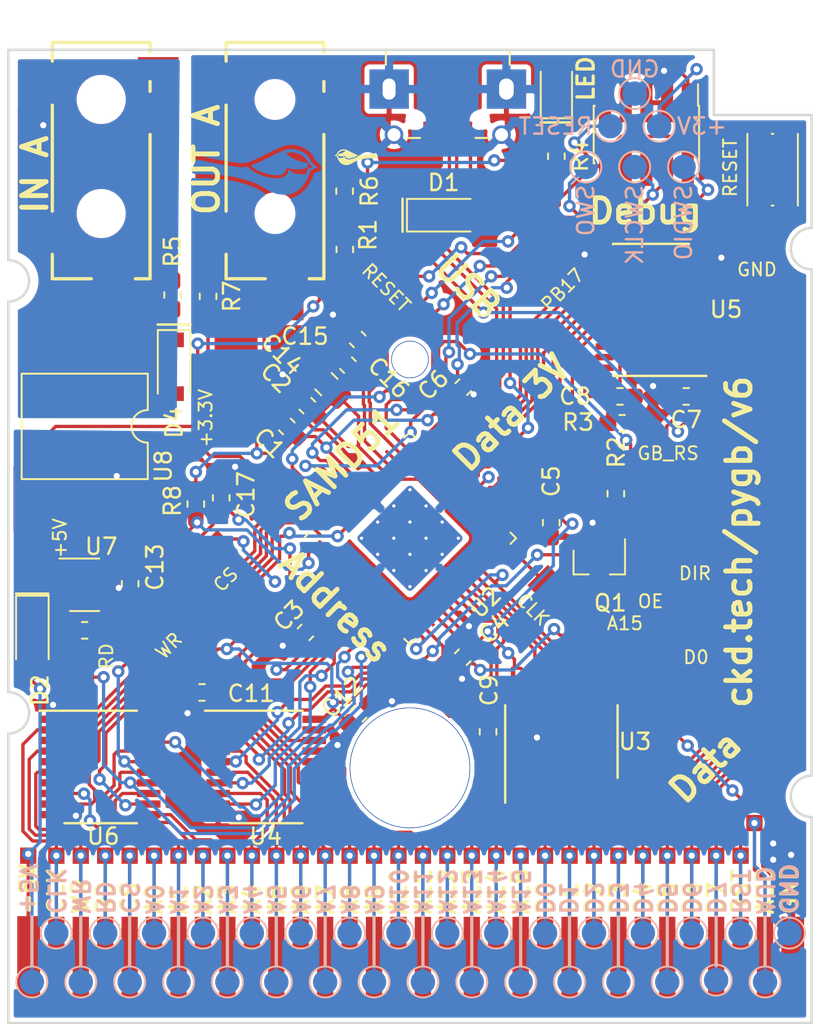
<source format=kicad_pcb>
(kicad_pcb (version 20171130) (host pcbnew "(5.1.0-0)")

  (general
    (thickness 1.6)
    (drawings 130)
    (tracks 1448)
    (zones 0)
    (modules 134)
    (nets 85)
  )

  (page A4)
  (layers
    (0 F.Cu signal)
    (31 B.Cu signal)
    (32 B.Adhes user)
    (33 F.Adhes user)
    (34 B.Paste user)
    (35 F.Paste user)
    (36 B.SilkS user)
    (37 F.SilkS user)
    (38 B.Mask user)
    (39 F.Mask user)
    (40 Dwgs.User user)
    (41 Cmts.User user)
    (42 Eco1.User user)
    (43 Eco2.User user)
    (44 Edge.Cuts user)
    (45 Margin user)
    (46 B.CrtYd user)
    (47 F.CrtYd user)
    (48 B.Fab user hide)
    (49 F.Fab user hide)
  )

  (setup
    (last_trace_width 0.2032)
    (trace_clearance 0.1524)
    (zone_clearance 0.3)
    (zone_45_only no)
    (trace_min 0.1524)
    (via_size 0.762)
    (via_drill 0.381)
    (via_min_size 0.4)
    (via_min_drill 0.3)
    (uvia_size 0.3)
    (uvia_drill 0.1)
    (uvias_allowed no)
    (uvia_min_size 0.2)
    (uvia_min_drill 0.1)
    (edge_width 0.15)
    (segment_width 0.2)
    (pcb_text_width 0.3)
    (pcb_text_size 1.5 1.5)
    (mod_edge_width 0.15)
    (mod_text_size 1 1)
    (mod_text_width 0.15)
    (pad_size 0.7 0.7)
    (pad_drill 0.7)
    (pad_to_mask_clearance 0.0508)
    (solder_mask_min_width 0.25)
    (aux_axis_origin 0 0)
    (grid_origin 146.445 95.488)
    (visible_elements FFFFFF7F)
    (pcbplotparams
      (layerselection 0x010fc_ffffffff)
      (usegerberextensions false)
      (usegerberattributes false)
      (usegerberadvancedattributes false)
      (creategerberjobfile false)
      (excludeedgelayer true)
      (linewidth 0.100000)
      (plotframeref false)
      (viasonmask false)
      (mode 1)
      (useauxorigin false)
      (hpglpennumber 1)
      (hpglpenspeed 20)
      (hpglpendiameter 15.000000)
      (psnegative false)
      (psa4output false)
      (plotreference true)
      (plotvalue true)
      (plotinvisibletext false)
      (padsonsilk false)
      (subtractmaskfromsilk false)
      (outputformat 1)
      (mirror false)
      (drillshape 0)
      (scaleselection 1)
      (outputdirectory "gerber/"))
  )

  (net 0 "")
  (net 1 +5V)
  (net 2 /D0)
  (net 3 /D1)
  (net 4 /D2)
  (net 5 GND)
  (net 6 /D3)
  (net 7 /D4)
  (net 8 /D5)
  (net 9 /D6)
  (net 10 /D7)
  (net 11 +3V3)
  (net 12 /SWDIO)
  (net 13 /SWCLK)
  (net 14 /CLK)
  (net 15 /WR)
  (net 16 /RD)
  (net 17 /CS)
  (net 18 /A0)
  (net 19 /A1)
  (net 20 /A2)
  (net 21 /A3)
  (net 22 /A4)
  (net 23 /A5)
  (net 24 /A6)
  (net 25 /A7)
  (net 26 /A8)
  (net 27 /A9)
  (net 28 /A10)
  (net 29 /A11)
  (net 30 /A12)
  (net 31 /A13)
  (net 32 /A14)
  (net 33 /A15)
  (net 34 /RESET)
  (net 35 /DATA_OE)
  (net 36 /DIR)
  (net 37 /3V_D0)
  (net 38 /3V_D1)
  (net 39 /3V_D2)
  (net 40 /3V_D3)
  (net 41 /3V_D4)
  (net 42 /3V_D5)
  (net 43 /3V_D6)
  (net 44 /3V_D7)
  (net 45 /GB_RESET)
  (net 46 /SAMD_RESET)
  (net 47 VBUS)
  (net 48 /3V_A12)
  (net 49 /3V_A13)
  (net 50 /3V_A14)
  (net 51 /3V_A15)
  (net 52 /3V_A11)
  (net 53 /3V_A10)
  (net 54 /3V_A9)
  (net 55 /3V_A8)
  (net 56 /3V_A7)
  (net 57 /3V_A6)
  (net 58 /3V_A5)
  (net 59 /3V_A4)
  (net 60 /3V_CLK)
  (net 61 /3V_WR)
  (net 62 /3V_RD)
  (net 63 /3V_CS)
  (net 64 /3V_A0)
  (net 65 /3V_A1)
  (net 66 /3V_A2)
  (net 67 /3V_A3)
  (net 68 /USB_D-)
  (net 69 /USB_D+)
  (net 70 "Net-(D3-Pad1)")
  (net 71 /LED)
  (net 72 +BATT)
  (net 73 /SWO)
  (net 74 "Net-(C14-Pad2)")
  (net 75 "Net-(TP44-Pad1)")
  (net 76 /MIDI_IN)
  (net 77 "Net-(J6-PadR)")
  (net 78 /MIDI_OUT)
  (net 79 "Net-(J6-PadT)")
  (net 80 "Net-(D4-Pad1)")
  (net 81 "Net-(D4-Pad2)")
  (net 82 /SHIELD)
  (net 83 /AUD)
  (net 84 "Net-(J5-PadR)")

  (net_class Default "This is the default net class."
    (clearance 0.1524)
    (trace_width 0.2032)
    (via_dia 0.762)
    (via_drill 0.381)
    (uvia_dia 0.3)
    (uvia_drill 0.1)
    (add_net +3V3)
    (add_net +5V)
    (add_net +BATT)
    (add_net /3V_A0)
    (add_net /3V_A1)
    (add_net /3V_A10)
    (add_net /3V_A11)
    (add_net /3V_A12)
    (add_net /3V_A13)
    (add_net /3V_A14)
    (add_net /3V_A15)
    (add_net /3V_A2)
    (add_net /3V_A3)
    (add_net /3V_A4)
    (add_net /3V_A5)
    (add_net /3V_A6)
    (add_net /3V_A7)
    (add_net /3V_A8)
    (add_net /3V_A9)
    (add_net /3V_CLK)
    (add_net /3V_CS)
    (add_net /3V_D0)
    (add_net /3V_D1)
    (add_net /3V_D2)
    (add_net /3V_D3)
    (add_net /3V_D4)
    (add_net /3V_D5)
    (add_net /3V_D6)
    (add_net /3V_D7)
    (add_net /3V_RD)
    (add_net /3V_WR)
    (add_net /A0)
    (add_net /A1)
    (add_net /A10)
    (add_net /A11)
    (add_net /A12)
    (add_net /A13)
    (add_net /A14)
    (add_net /A15)
    (add_net /A2)
    (add_net /A3)
    (add_net /A4)
    (add_net /A5)
    (add_net /A6)
    (add_net /A7)
    (add_net /A8)
    (add_net /A9)
    (add_net /AUD)
    (add_net /CLK)
    (add_net /CS)
    (add_net /D0)
    (add_net /D1)
    (add_net /D2)
    (add_net /D3)
    (add_net /D4)
    (add_net /D5)
    (add_net /D6)
    (add_net /D7)
    (add_net /DATA_OE)
    (add_net /DIR)
    (add_net /GB_RESET)
    (add_net /LED)
    (add_net /MIDI_IN)
    (add_net /MIDI_OUT)
    (add_net /RD)
    (add_net /RESET)
    (add_net /SAMD_RESET)
    (add_net /SHIELD)
    (add_net /SWCLK)
    (add_net /SWDIO)
    (add_net /SWO)
    (add_net /USB_D+)
    (add_net /USB_D-)
    (add_net /WR)
    (add_net GND)
    (add_net "Net-(C14-Pad2)")
    (add_net "Net-(D3-Pad1)")
    (add_net "Net-(D4-Pad1)")
    (add_net "Net-(D4-Pad2)")
    (add_net "Net-(J5-PadR)")
    (add_net "Net-(J6-PadR)")
    (add_net "Net-(J6-PadT)")
    (add_net "Net-(TP44-Pad1)")
    (add_net VBUS)
  )

  (module keystone:5015-SMT-TestPoint-NoPaste (layer F.Cu) (tedit 5CA10F06) (tstamp 5C6A304C)
    (at 142.2105 77.978 90)
    (path /5C4A8892)
    (fp_text reference TP47 (at 0 2.25 90) (layer F.SilkS) hide
      (effects (font (size 1 1) (thickness 0.15)))
    )
    (fp_text value D0 (at 0 -0.5 90) (layer F.Fab)
      (effects (font (size 1 1) (thickness 0.15)))
    )
    (pad 1 smd rect (at 0 0 90) (size 3.43 1.78) (layers F.Cu F.Mask)
      (net 2 /D0))
  )

  (module keystone:5015-SMT-TestPoint-NoPaste (layer F.Cu) (tedit 5CA10F06) (tstamp 5C5DBE7C)
    (at 135.162 64.5795 90)
    (path /5C45223E)
    (fp_text reference TP46 (at 0 2.25 90) (layer F.SilkS) hide
      (effects (font (size 1 1) (thickness 0.15)))
    )
    (fp_text value data0 (at 0 -0.5 90) (layer F.Fab)
      (effects (font (size 1 1) (thickness 0.15)))
    )
    (pad 1 smd rect (at 0 0 90) (size 3.43 1.78) (layers F.Cu F.Mask)
      (net 37 /3V_D0))
  )

  (module keystone:5015-SMT-TestPoint-NoPaste (layer F.Cu) (tedit 5CA10F06) (tstamp 5B1E48FC)
    (at 112.2385 69.596 45)
    (path /5B1E502D)
    (fp_text reference TP45 (at 0 2.25 45) (layer F.SilkS) hide
      (effects (font (size 1 1) (thickness 0.15)))
    )
    (fp_text value cs (at 0 -0.5 45) (layer F.Fab)
      (effects (font (size 1 1) (thickness 0.15)))
    )
    (pad 1 smd rect (at 0 0 45) (size 3.43 1.78) (layers F.Cu F.Mask)
      (net 63 /3V_CS))
  )

  (module keystone:5015-SMT-TestPoint-NoPaste (layer F.Cu) (tedit 5CA10F06) (tstamp 5B1E4901)
    (at 133.003 51.7525 45)
    (path /5B1E5237)
    (fp_text reference TP44 (at 0 2.25 45) (layer F.SilkS) hide
      (effects (font (size 1 1) (thickness 0.15)))
    )
    (fp_text value PB17 (at 0 -0.5 45) (layer F.Fab)
      (effects (font (size 1 1) (thickness 0.15)))
    )
    (pad 1 smd rect (at 0 0 45) (size 3.43 1.78) (layers F.Cu F.Mask)
      (net 75 "Net-(TP44-Pad1)"))
  )

  (module keystone:5015-SMT-TestPoint-NoPaste (layer F.Cu) (tedit 5CA10F06) (tstamp 5B1E4906)
    (at 137.945 74.988)
    (path /5B1E4A9B)
    (fp_text reference TP43 (at 0 2.25) (layer F.SilkS) hide
      (effects (font (size 1 1) (thickness 0.15)))
    )
    (fp_text value a15 (at 0 -0.5) (layer F.Fab)
      (effects (font (size 1 1) (thickness 0.15)))
    )
    (pad 1 smd rect (at 0 0) (size 3.43 1.78) (layers F.Cu F.Mask)
      (net 51 /3V_A15))
  )

  (module keystone:5015-SMT-TestPoint-NoPaste (layer F.Cu) (tedit 5CA10F06) (tstamp 5B1E490B)
    (at 108.6825 73.7235 45)
    (path /5B1E49ED)
    (fp_text reference TP42 (at 0 2.25 45) (layer F.SilkS) hide
      (effects (font (size 1 1) (thickness 0.15)))
    )
    (fp_text value wr (at 0 -0.5 45) (layer F.Fab)
      (effects (font (size 1 1) (thickness 0.15)))
    )
    (pad 1 smd rect (at 0 0 45) (size 3.43 1.78) (layers F.Cu F.Mask)
      (net 61 /3V_WR))
  )

  (module keystone:5015-SMT-TestPoint-NoPaste (layer F.Cu) (tedit 5CA10F06) (tstamp 5B1E4910)
    (at 104.3645 76.708 90)
    (path /5B1E441C)
    (fp_text reference TP41 (at 0 2.25 90) (layer F.SilkS) hide
      (effects (font (size 1 1) (thickness 0.15)))
    )
    (fp_text value rd (at 0 -0.5 90) (layer F.Fab)
      (effects (font (size 1 1) (thickness 0.15)))
    )
    (pad 1 smd rect (at 0 0 90) (size 3.43 1.78) (layers F.Cu F.Mask)
      (net 62 /3V_RD))
  )

  (module keystone:5015-SMT-TestPoint-NoPaste (layer F.Cu) (tedit 5CA10F06) (tstamp 5B1E50C4)
    (at 133.695 71.738 135)
    (path /5B1E4350)
    (fp_text reference TP40 (at 0 2.25 135) (layer F.SilkS) hide
      (effects (font (size 1 1) (thickness 0.15)))
    )
    (fp_text value clk (at 0 -0.5 135) (layer F.Fab)
      (effects (font (size 1 1) (thickness 0.15)))
    )
    (pad 1 smd rect (at 0 0 135) (size 3.43 1.78) (layers F.Cu F.Mask)
      (net 60 /3V_CLK))
  )

  (module keystone:5015-SMT-TestPoint-NoPaste (layer F.Cu) (tedit 5CA10F06) (tstamp 5B1E3966)
    (at 101.507 69.723 90)
    (path /5B1E2A10)
    (fp_text reference TP39 (at 0 2.25 90) (layer F.SilkS) hide
      (effects (font (size 1 1) (thickness 0.15)))
    )
    (fp_text value batt (at 0 -0.5 90) (layer F.Fab)
      (effects (font (size 1 1) (thickness 0.15)))
    )
    (pad 1 smd rect (at 0 0 90) (size 3.43 1.78) (layers F.Cu F.Mask)
      (net 1 +5V))
  )

  (module keystone:5015-SMT-TestPoint-NoPaste (layer F.Cu) (tedit 5CA10F06) (tstamp 5B1E396A)
    (at 113.7625 60.833 270)
    (path /5B1E2963)
    (fp_text reference TP38 (at 0 2.25 270) (layer F.SilkS) hide
      (effects (font (size 1 1) (thickness 0.15)))
    )
    (fp_text value 3.3v (at 0 -0.5 270) (layer F.Fab)
      (effects (font (size 1 1) (thickness 0.15)))
    )
    (pad 1 smd rect (at 0 0 270) (size 3.43 1.78) (layers F.Cu F.Mask)
      (net 11 +3V3))
  )

  (module keystone:5015-SMT-TestPoint-NoPaste (layer F.Cu) (tedit 5CA10F06) (tstamp 5B1E3962)
    (at 145.95 50.19)
    (path /5B1E24C2)
    (fp_text reference TP37 (at 0 2.25) (layer F.SilkS) hide
      (effects (font (size 1 1) (thickness 0.15)))
    )
    (fp_text value gnd (at 0 -0.5) (layer F.Fab)
      (effects (font (size 1 1) (thickness 0.15)))
    )
    (pad 1 smd rect (at 0 0) (size 3.43 1.78) (layers F.Cu F.Mask)
      (net 5 GND))
  )

  (module keystone:5015-SMT-TestPoint-NoPaste (layer F.Cu) (tedit 5CA10F06) (tstamp 5CA24235)
    (at 122.081 53.975 135)
    (path /5B1DD9C3)
    (fp_text reference TP36 (at 0 2.25 135) (layer F.SilkS) hide
      (effects (font (size 1 1) (thickness 0.15)))
    )
    (fp_text value SAMD_RESET (at 0 -0.5 135) (layer F.Fab)
      (effects (font (size 1 1) (thickness 0.15)))
    )
    (pad 1 smd rect (at 0 0 135) (size 3.43 1.78) (layers F.Cu F.Mask)
      (net 46 /SAMD_RESET))
  )

  (module keystone:5015-SMT-TestPoint-NoPaste (layer F.Cu) (tedit 5CA10F06) (tstamp 5B1E48F4)
    (at 139.445 65.488 90)
    (path /5B1DD475)
    (fp_text reference TP35 (at 0 2.25 90) (layer F.SilkS) hide
      (effects (font (size 1 1) (thickness 0.15)))
    )
    (fp_text value GB_RESET (at 0 -0.5 90) (layer F.Fab)
      (effects (font (size 1 1) (thickness 0.15)))
    )
    (pad 1 smd rect (at 0 0 90) (size 3.43 1.78) (layers F.Cu F.Mask)
      (net 45 /GB_RESET))
  )

  (module keystone:5015-SMT-TestPoint-NoPaste (layer F.Cu) (tedit 5CA10F06) (tstamp 5B1E48F0)
    (at 139.445 69.738 90)
    (path /5B1DD595)
    (fp_text reference TP34 (at 0 2.25 90) (layer F.SilkS) hide
      (effects (font (size 1 1) (thickness 0.15)))
    )
    (fp_text value DATA_OE (at 0 -0.5 90) (layer F.Fab)
      (effects (font (size 1 1) (thickness 0.15)))
    )
    (pad 1 smd rect (at 0 0 90) (size 3.43 1.78) (layers F.Cu F.Mask)
      (net 35 /DATA_OE))
  )

  (module keystone:5015-SMT-TestPoint-NoPaste (layer F.Cu) (tedit 5CA10F06) (tstamp 5B1E59A0)
    (at 142.195 67.988 90)
    (path /5B1DD6B0)
    (fp_text reference TP33 (at 0 2.25 90) (layer F.SilkS) hide
      (effects (font (size 1 1) (thickness 0.15)))
    )
    (fp_text value Test_Point (at 0 -0.5 90) (layer F.Fab)
      (effects (font (size 1 1) (thickness 0.15)))
    )
    (pad 1 smd rect (at 0 0 90) (size 3.43 1.78) (layers F.Cu F.Mask)
      (net 36 /DIR))
  )

  (module Package_DIP:SMDIP-6_W9.53mm (layer F.Cu) (tedit 5CA0707C) (tstamp 5C90FABD)
    (at 104.6874 61.4012 270)
    (descr "6-lead surface-mounted (SMD) DIP package, row spacing 9.53 mm (375 mils)")
    (tags "SMD DIP DIL PDIP SMDIP 2.54mm 9.53mm 375mil")
    (path /5C846D19)
    (attr smd)
    (fp_text reference U8 (at 2.4384 -4.826 270) (layer F.SilkS)
      (effects (font (size 1 1) (thickness 0.15)))
    )
    (fp_text value H11L1 (at 0 4.87 270) (layer F.Fab)
      (effects (font (size 1 1) (thickness 0.15)))
    )
    (fp_text user %R (at 0 0 270) (layer F.Fab)
      (effects (font (size 1 1) (thickness 0.15)))
    )
    (fp_line (start 6.05 -4.1) (end -6.05 -4.1) (layer F.CrtYd) (width 0.05))
    (fp_line (start 6.05 4.1) (end 6.05 -4.1) (layer F.CrtYd) (width 0.05))
    (fp_line (start -6.05 4.1) (end 6.05 4.1) (layer F.CrtYd) (width 0.05))
    (fp_line (start -6.05 -4.1) (end -6.05 4.1) (layer F.CrtYd) (width 0.05))
    (fp_line (start 3.235 -3.87) (end 1 -3.87) (layer F.SilkS) (width 0.12))
    (fp_line (start 3.235 3.87) (end 3.235 -3.87) (layer F.SilkS) (width 0.12))
    (fp_line (start -3.235 3.87) (end 3.235 3.87) (layer F.SilkS) (width 0.12))
    (fp_line (start -3.235 -3.87) (end -3.235 3.87) (layer F.SilkS) (width 0.12))
    (fp_line (start -1 -3.87) (end -3.235 -3.87) (layer F.SilkS) (width 0.12))
    (fp_line (start -3.175 -2.81) (end -2.175 -3.81) (layer F.Fab) (width 0.1))
    (fp_line (start -3.175 3.81) (end -3.175 -2.81) (layer F.Fab) (width 0.1))
    (fp_line (start 3.175 3.81) (end -3.175 3.81) (layer F.Fab) (width 0.1))
    (fp_line (start 3.175 -3.81) (end 3.175 3.81) (layer F.Fab) (width 0.1))
    (fp_line (start -2.175 -3.81) (end 3.175 -3.81) (layer F.Fab) (width 0.1))
    (fp_arc (start 0 -3.87) (end -1 -3.87) (angle -180) (layer F.SilkS) (width 0.12))
    (pad 6 smd rect (at 4.635 -2.54 270) (size 1.52 1.78) (layers F.Cu F.Paste F.Mask)
      (net 11 +3V3))
    (pad 3 smd rect (at -4.635 2.54 270) (size 1.52 1.78) (layers F.Cu F.Paste F.Mask))
    (pad 5 smd rect (at 4.635 0 270) (size 1.52 1.78) (layers F.Cu F.Paste F.Mask)
      (net 5 GND))
    (pad 2 smd rect (at -4.635 0 270) (size 1.52 1.78) (layers F.Cu F.Paste F.Mask)
      (net 81 "Net-(D4-Pad2)"))
    (pad 4 smd rect (at 4.635 2.54 270) (size 1.52 1.78) (layers F.Cu F.Paste F.Mask)
      (net 76 /MIDI_IN))
    (pad 1 smd rect (at -4.635 -2.54 270) (size 1.52 1.78) (layers F.Cu F.Paste F.Mask)
      (net 80 "Net-(D4-Pad1)"))
    (model ${KISYS3DMOD}/Package_DIP.3dshapes/SMDIP-6_W9.53mm.wrl
      (at (xyz 0 0 0))
      (scale (xyz 1 1 1))
      (rotate (xyz 0 0 0))
    )
  )

  (module adafruit:4UCONN_20329_V2_USB (layer F.Cu) (tedit 5C85D8AC) (tstamp 5C9D762B)
    (at 126.9705 42.6085 180)
    (path /5AE97F8D)
    (fp_text reference J4 (at -2.778 5.852 180) (layer F.SilkS) hide
      (effects (font (size 0.77216 0.77216) (thickness 0.146304)) (justify right top))
    )
    (fp_text value USB_B_Micro (at -2.778 6.41 180) (layer F.Fab)
      (effects (font (size 0.38608 0.38608) (thickness 0.04064)) (justify right top))
    )
    (fp_poly (pts (xy 1.15 -0.15) (xy 1.45 -0.15) (xy 1.45 -1.4) (xy 1.15 -1.4)) (layer F.Paste) (width 0))
    (fp_poly (pts (xy 0.5 -0.15) (xy 0.8 -0.15) (xy 0.8 -1.4) (xy 0.5 -1.4)) (layer F.Paste) (width 0))
    (fp_poly (pts (xy -0.15 -0.15) (xy 0.15 -0.15) (xy 0.15 -1.4) (xy -0.15 -1.4)) (layer F.Paste) (width 0))
    (fp_poly (pts (xy -0.8 -0.15) (xy -0.5 -0.15) (xy -0.5 -1.4) (xy -0.8 -1.4)) (layer F.Paste) (width 0))
    (fp_poly (pts (xy -1.45 -0.15) (xy -1.15 -0.15) (xy -1.15 -1.4) (xy -1.45 -1.4)) (layer F.Paste) (width 0))
    (fp_poly (pts (xy 2.75 -0.9) (xy 2.785868 -0.723539) (xy 2.87451 -0.566798) (xy 3.007249 -0.445121)
      (xy 3.35 -0.35) (xy 4.45 -0.35) (xy 4.628908 -0.370417) (xy 4.792751 -0.445121)
      (xy 4.92549 -0.566798) (xy 5.014132 -0.723539) (xy 5.05 -0.9) (xy 5.014132 -1.076461)
      (xy 4.92549 -1.233202) (xy 4.792751 -1.354879) (xy 4.45 -1.45) (xy 3.35 -1.45)
      (xy 3.171092 -1.429583) (xy 3.007249 -1.354879) (xy 2.87451 -1.233202)) (layer F.Paste) (width 0))
    (fp_poly (pts (xy -5.05 -0.9) (xy -5.014132 -0.723539) (xy -4.92549 -0.566798) (xy -4.792751 -0.445121)
      (xy -4.45 -0.35) (xy -3.35 -0.35) (xy -3.171092 -0.370417) (xy -3.007249 -0.445121)
      (xy -2.87451 -0.566798) (xy -2.785868 -0.723539) (xy -2.75 -0.9) (xy -2.785868 -1.076461)
      (xy -2.87451 -1.233202) (xy -3.007249 -1.354879) (xy -3.35 -1.45) (xy -4.45 -1.45)
      (xy -4.628908 -1.429583) (xy -4.792751 -1.354879) (xy -4.92549 -1.233202)) (layer F.Paste) (width 0))
    (fp_poly (pts (xy 2.35 3.16) (xy 4.85 3.16) (xy 4.85 0.66) (xy 2.35 0.66)) (layer F.Paste) (width 0))
    (fp_poly (pts (xy -4.85 3.15) (xy -2.35 3.15) (xy -2.35 0.65) (xy -4.85 0.65)) (layer F.Paste) (width 0))
    (fp_poly (pts (xy 1.05 -0.05) (xy 1.55 -0.05) (xy 1.55 -1.5) (xy 1.05 -1.5)) (layer F.Mask) (width 0))
    (fp_poly (pts (xy 0.4 -0.05) (xy 0.9 -0.05) (xy 0.9 -1.5) (xy 0.4 -1.5)) (layer F.Mask) (width 0))
    (fp_poly (pts (xy -0.25 -0.05) (xy 0.25 -0.05) (xy 0.25 -1.5) (xy -0.25 -1.5)) (layer F.Mask) (width 0))
    (fp_poly (pts (xy -0.9 -0.05) (xy -0.4 -0.05) (xy -0.4 -1.5) (xy -0.9 -1.5)) (layer F.Mask) (width 0))
    (fp_poly (pts (xy -1.55 -0.05) (xy -1.05 -0.05) (xy -1.05 -1.5) (xy -1.55 -1.5)) (layer F.Mask) (width 0))
    (fp_line (start 3.8 4.3) (end 3.8 3.4) (layer F.SilkS) (width 0.127))
    (fp_line (start -3.8 4.3) (end 3.8 4.3) (layer F.SilkS) (width 0.127))
    (fp_line (start -3.8 3.4) (end -3.8 4.3) (layer F.SilkS) (width 0.127))
    (fp_line (start 1.7 -1.1) (end 2.5 -1.1) (layer F.SilkS) (width 0.127))
    (fp_line (start -2.5 -1.1) (end -1.7 -1.1) (layer F.SilkS) (width 0.127))
    (fp_line (start 2 3.325) (end 2.7 3.325) (layer F.Fab) (width 0.127))
    (fp_line (start 1.95 2.625) (end 2.7 2.625) (layer F.Fab) (width 0.127))
    (fp_line (start 2 3.8) (end 2 3.325) (layer F.Fab) (width 0.127))
    (fp_line (start 2.675 3.8) (end 2 3.8) (layer F.Fab) (width 0.127))
    (fp_line (start 2.675 3.325) (end 2.675 3.8) (layer F.Fab) (width 0.127))
    (fp_arc (start 2.675 3.175) (end 2.825 3.175) (angle 90) (layer F.Fab) (width 0.127))
    (fp_arc (start 2.75 3.175) (end 2.75 3.1) (angle 90) (layer F.Fab) (width 0.127))
    (fp_line (start 2.725 3.1) (end 2.75 3.1) (layer F.Fab) (width 0.127))
    (fp_line (start 2.725 2.025) (end 2.725 3.1) (layer F.Fab) (width 0.127))
    (fp_arc (start 2.475 2.025) (end 2.475 1.775) (angle 90) (layer F.Fab) (width 0.127))
    (fp_line (start 2.225 1.775) (end 2.475 1.775) (layer F.Fab) (width 0.127))
    (fp_arc (start 2.225 2.05) (end 1.95 2.05) (angle 90) (layer F.Fab) (width 0.127))
    (fp_line (start 1.95 2.625) (end 1.95 2.05) (layer F.Fab) (width 0.127))
    (fp_line (start 1.95 3.1) (end 1.95 2.625) (layer F.Fab) (width 0.127))
    (fp_arc (start 1.95 3.2) (end 1.85 3.2) (angle 90) (layer F.Fab) (width 0.127))
    (fp_line (start 1.85 3.225) (end 1.85 3.2) (layer F.Fab) (width 0.127))
    (fp_arc (start 1.9375 3.2375) (end 1.925 3.325) (angle 90) (layer F.Fab) (width 0.127))
    (fp_line (start 2 3.325) (end 1.925 3.325) (layer F.Fab) (width 0.127))
    (fp_line (start 3.5 4.5) (end 3.5 4.35) (layer F.Fab) (width 0.127))
    (fp_line (start 3.775 4.9) (end 3.5 4.5) (layer F.Fab) (width 0.127))
    (fp_line (start 4 4.725) (end 3.775 4.9) (layer F.Fab) (width 0.127))
    (fp_line (start 3.7 4.3) (end 4 4.725) (layer F.Fab) (width 0.127))
    (fp_line (start -3.45 4.475) (end -3.45 4.3) (layer F.Fab) (width 0.127))
    (fp_line (start -3.75 4.9) (end -3.45 4.475) (layer F.Fab) (width 0.127))
    (fp_line (start -3.975 4.725) (end -3.75 4.9) (layer F.Fab) (width 0.127))
    (fp_line (start -3.975 4.725) (end -3.675 4.3) (layer F.Fab) (width 0.127))
    (fp_line (start 3.1 4.55) (end 3.1 4.3) (layer F.Fab) (width 0.127))
    (fp_arc (start 2.775 4.55) (end 2.775 4.875) (angle -90) (layer F.Fab) (width 0.127))
    (fp_line (start -2.725 4.875) (end 2.775 4.875) (layer F.Fab) (width 0.127))
    (fp_arc (start -2.725 4.525) (end -3.075 4.525) (angle -90) (layer F.Fab) (width 0.127))
    (fp_line (start -3.075 4.3) (end -3.075 4.525) (layer F.Fab) (width 0.127))
    (fp_line (start 0.1 -0.65) (end 0.1 -0.175) (layer F.Fab) (width 0.127))
    (fp_line (start -0.125 -0.65) (end 0.1 -0.65) (layer F.Fab) (width 0.127))
    (fp_line (start -0.125 -0.175) (end -0.125 -0.65) (layer F.Fab) (width 0.127))
    (fp_line (start 0.525 -1.05) (end 0.525 -0.6) (layer F.Fab) (width 0.127))
    (fp_line (start -0.475 -1.05) (end 0.525 -1.05) (layer F.Fab) (width 0.127))
    (fp_line (start -0.475 -0.6) (end -0.475 -1.05) (layer F.Fab) (width 0.127))
    (fp_line (start 3.35 -0.775) (end 3.35 -0.6) (layer F.Fab) (width 0.127))
    (fp_line (start 3.6 -0.775) (end 3.35 -0.775) (layer F.Fab) (width 0.127))
    (fp_line (start 3.6 -1.05) (end 3.6 -0.775) (layer F.Fab) (width 0.127))
    (fp_line (start 0.525 -1.05) (end 3.6 -1.05) (layer F.Fab) (width 0.127))
    (fp_line (start -3.575 -1.05) (end -0.475 -1.05) (layer F.Fab) (width 0.127))
    (fp_line (start -3.575 -0.75) (end -3.575 -1.05) (layer F.Fab) (width 0.127))
    (fp_line (start -3.425 -0.75) (end -3.575 -0.75) (layer F.Fab) (width 0.127))
    (fp_line (start -3.425 -0.625) (end -3.425 -0.75) (layer F.Fab) (width 0.127))
    (fp_line (start 3.175 -0.025) (end 3.725 -0.025) (layer F.Fab) (width 0.127))
    (fp_arc (start 3.175 -0.2) (end 3 -0.2) (angle -90) (layer F.Fab) (width 0.127))
    (fp_line (start 3 -0.525) (end 3 -0.2) (layer F.Fab) (width 0.127))
    (fp_arc (start 2.925 -0.525) (end 2.925 -0.6) (angle 90) (layer F.Fab) (width 0.127))
    (fp_line (start 2.475 -0.6) (end 2.925 -0.6) (layer F.Fab) (width 0.127))
    (fp_line (start 2.475 -0.3) (end 2.475 -0.6) (layer F.Fab) (width 0.127))
    (fp_arc (start 2.075 -0.3) (end 2.075 0.1) (angle -90) (layer F.Fab) (width 0.127))
    (fp_arc (start 2.075 -0.3) (end 1.675 -0.3) (angle -90) (layer F.Fab) (width 0.127))
    (fp_line (start 1.675 -0.6) (end 1.675 -0.3) (layer F.Fab) (width 0.127))
    (fp_line (start -1.65 -0.25) (end -1.65 -0.6) (layer F.Fab) (width 0.127))
    (fp_arc (start -2 -0.25) (end -2 0.1) (angle -90) (layer F.Fab) (width 0.127))
    (fp_arc (start -2 -0.325) (end -2.425 -0.325) (angle -90) (layer F.Fab) (width 0.127))
    (fp_line (start -2.425 -0.525) (end -2.425 -0.325) (layer F.Fab) (width 0.127))
    (fp_arc (start -2.5 -0.525) (end -2.5 -0.6) (angle 90) (layer F.Fab) (width 0.127))
    (fp_line (start -2.825 -0.6) (end -2.5 -0.6) (layer F.Fab) (width 0.127))
    (fp_arc (start -2.825 -0.45) (end -2.975 -0.45) (angle 90) (layer F.Fab) (width 0.127))
    (fp_line (start -2.975 -0.225) (end -2.975 -0.45) (layer F.Fab) (width 0.127))
    (fp_arc (start -3.175 -0.225) (end -3.175 -0.025) (angle -90) (layer F.Fab) (width 0.127))
    (fp_line (start -3.725 -0.025) (end -3.175 -0.025) (layer F.Fab) (width 0.127))
    (fp_line (start -3.75 4.3) (end -3.675 4.3) (layer F.Fab) (width 0.127))
    (fp_line (start -3.75 -0.125) (end -3.75 4.3) (layer F.Fab) (width 0.127))
    (fp_arc (start -3.275 -0.124999) (end -3.275 -0.6) (angle -90) (layer F.Fab) (width 0.127))
    (fp_line (start -2.825 -0.6) (end -3.275 -0.6) (layer F.Fab) (width 0.127))
    (fp_line (start -1.65 -0.6) (end -2.5 -0.6) (layer F.Fab) (width 0.127))
    (fp_line (start -0.475 -0.6) (end -1.65 -0.6) (layer F.Fab) (width 0.127))
    (fp_line (start -0.475 -0.325) (end -0.475 -0.6) (layer F.Fab) (width 0.127))
    (fp_arc (start -0.3 -0.325) (end -0.3 -0.15) (angle 90) (layer F.Fab) (width 0.127))
    (fp_line (start 0.325 -0.15) (end -0.3 -0.15) (layer F.Fab) (width 0.127))
    (fp_arc (start 0.325 -0.35) (end 0.525 -0.35) (angle 90) (layer F.Fab) (width 0.127))
    (fp_line (start 0.525 -0.6) (end 0.525 -0.35) (layer F.Fab) (width 0.127))
    (fp_line (start 1.675 -0.6) (end 0.525 -0.6) (layer F.Fab) (width 0.127))
    (fp_line (start 2.475 -0.6) (end 1.675 -0.6) (layer F.Fab) (width 0.127))
    (fp_line (start 3.35 -0.6) (end 2.925 -0.6) (layer F.Fab) (width 0.127))
    (fp_arc (start 3.35 -0.199999) (end 3.75 -0.2) (angle -90) (layer F.Fab) (width 0.127))
    (fp_line (start 3.75 4.3) (end 3.75 -0.2) (layer F.Fab) (width 0.127))
    (fp_line (start 3.7 4.3) (end 3.75 4.3) (layer F.Fab) (width 0.127))
    (fp_line (start 3.1 4.3) (end 3.7 4.3) (layer F.Fab) (width 0.127))
    (fp_line (start -3.075 4.3) (end 3.1 4.3) (layer F.Fab) (width 0.127))
    (fp_line (start -3.45 4.3) (end -3.075 4.3) (layer F.Fab) (width 0.127))
    (fp_line (start -3.675 4.3) (end -3.45 4.3) (layer F.Fab) (width 0.127))
    (fp_line (start -2.7 3.325) (end -2 3.325) (layer F.Fab) (width 0.127))
    (fp_line (start -2.75 2.625) (end -2 2.625) (layer F.Fab) (width 0.127))
    (fp_line (start -2.7 3.8) (end -2.7 3.325) (layer F.Fab) (width 0.127))
    (fp_line (start -2.025 3.8) (end -2.7 3.8) (layer F.Fab) (width 0.127))
    (fp_line (start -2.025 3.325) (end -2.025 3.8) (layer F.Fab) (width 0.127))
    (fp_arc (start -2.025 3.175) (end -1.875 3.175) (angle 90) (layer F.Fab) (width 0.127))
    (fp_arc (start -1.95 3.175) (end -1.95 3.1) (angle 90) (layer F.Fab) (width 0.127))
    (fp_line (start -1.975 3.1) (end -1.95 3.1) (layer F.Fab) (width 0.127))
    (fp_line (start -1.975 2.025) (end -1.975 3.1) (layer F.Fab) (width 0.127))
    (fp_arc (start -2.225 2.025) (end -2.225 1.775) (angle 90) (layer F.Fab) (width 0.127))
    (fp_line (start -2.475 1.775) (end -2.225 1.775) (layer F.Fab) (width 0.127))
    (fp_arc (start -2.475 2.05) (end -2.75 2.05) (angle 90) (layer F.Fab) (width 0.127))
    (fp_line (start -2.75 2.625) (end -2.75 2.05) (layer F.Fab) (width 0.127))
    (fp_line (start -2.75 3.1) (end -2.75 2.625) (layer F.Fab) (width 0.127))
    (fp_arc (start -2.75 3.2) (end -2.85 3.2) (angle 90) (layer F.Fab) (width 0.127))
    (fp_line (start -2.85 3.225) (end -2.85 3.2) (layer F.Fab) (width 0.127))
    (fp_arc (start -2.7625 3.2375) (end -2.775 3.325) (angle 90) (layer F.Fab) (width 0.127))
    (fp_line (start -2.7 3.325) (end -2.775 3.325) (layer F.Fab) (width 0.127))
    (fp_line (start 3.5 4.35) (end 4.35 4.35) (layer F.Fab) (width 0.1))
    (fp_text user "PCB EDGE" (at 0 4 180) (layer F.Fab)
      (effects (font (size 0.38608 0.38608) (thickness 0.065024)))
    )
    (pad 6 smd rect (at 0.75 2 270) (size 2 1) (layers F.Cu F.Paste F.Mask)
      (net 5 GND) (solder_mask_margin 0.0508))
    (pad 6 smd rect (at -0.75 2 270) (size 2 1) (layers F.Cu F.Paste F.Mask)
      (net 5 GND) (solder_mask_margin 0.0508))
    (pad 5 smd rect (at 1.3 -0.775 180) (size 0.4 1.35) (layers F.Cu F.Mask)
      (net 5 GND) (solder_mask_margin 0.0508))
    (pad 4 smd rect (at 0.65 -0.775 180) (size 0.4 1.35) (layers F.Cu F.Mask)
      (solder_mask_margin 0.0508))
    (pad 3 smd rect (at 0 -0.775 180) (size 0.4 1.35) (layers F.Cu F.Mask)
      (net 69 /USB_D+) (solder_mask_margin 0.0508))
    (pad 2 smd rect (at -0.65 -0.775 180) (size 0.4 1.35) (layers F.Cu F.Mask)
      (net 68 /USB_D-) (solder_mask_margin 0.0508))
    (pad 1 smd rect (at -1.3 -0.775 180) (size 0.4 1.35) (layers F.Cu F.Mask)
      (net 47 VBUS) (solder_mask_margin 0.0508))
    (pad 6 thru_hole circle (at 3.3 -0.9 180) (size 1.143 1.143) (drill 0.8) (layers *.Cu *.Mask)
      (net 5 GND) (solder_mask_margin 0.0508))
    (pad 6 thru_hole circle (at -3.3 -0.9) (size 1.143 1.143) (drill 0.8) (layers *.Cu *.Mask)
      (net 5 GND) (solder_mask_margin 0.0508))
    (pad 6 thru_hole rect (at -3.6 1.9) (size 2.413 2.413) (drill oval 0.9 1.3) (layers *.Cu *.Mask)
      (net 5 GND) (solder_mask_margin 0.0508))
    (pad 6 thru_hole rect (at 3.6 1.9) (size 2.413 2.413) (drill oval 0.8 1.3) (layers *.Cu *.Mask)
      (net 5 GND) (solder_mask_margin 0.0508))
    (pad "" np_thru_hole circle (at 1.95 0 180) (size 0.7 0.7) (drill 0.7) (layers *.Mask B.Cu))
    (pad "" np_thru_hole circle (at -1.95 0 180) (size 0.7 0.7) (drill 0.7) (layers *.Mask B.Cu))
  )

  (module TestPoint:TestPoint_Pad_D1.5mm (layer B.Cu) (tedit 5C85CB4A) (tstamp 5CA15340)
    (at 138.445 40.988)
    (descr "SMD pad as test Point, diameter 1.5mm")
    (tags "test point SMD pad")
    (path /5C87930D)
    (attr virtual)
    (fp_text reference TP85 (at 0 1.648) (layer B.SilkS) hide
      (effects (font (size 1 1) (thickness 0.15)) (justify mirror))
    )
    (fp_text value Test_Point (at 0 -1.75) (layer B.Fab)
      (effects (font (size 1 1) (thickness 0.15)) (justify mirror))
    )
    (fp_text user %R (at 0 1.65) (layer B.Fab)
      (effects (font (size 1 1) (thickness 0.15)) (justify mirror))
    )
    (fp_circle (center 0 0) (end 1.25 0) (layer B.CrtYd) (width 0.05))
    (fp_circle (center 0 0) (end 0 -0.95) (layer B.SilkS) (width 0.12))
    (pad 1 smd circle (at 0 0) (size 1.5 1.5) (layers B.Cu B.Mask)
      (net 5 GND))
  )

  (module TestPoint:TestPoint_Pad_D1.5mm (layer B.Cu) (tedit 5C85CB42) (tstamp 5CA10715)
    (at 139.945 42.988)
    (descr "SMD pad as test Point, diameter 1.5mm")
    (tags "test point SMD pad")
    (path /5C877A5F)
    (attr virtual)
    (fp_text reference TP84 (at 0 1.648) (layer B.SilkS) hide
      (effects (font (size 1 1) (thickness 0.15)) (justify mirror))
    )
    (fp_text value Test_Point (at 0 -1.75) (layer B.Fab)
      (effects (font (size 1 1) (thickness 0.15)) (justify mirror))
    )
    (fp_text user %R (at 0 1.65) (layer B.Fab)
      (effects (font (size 1 1) (thickness 0.15)) (justify mirror))
    )
    (fp_circle (center 0 0) (end 1.25 0) (layer B.CrtYd) (width 0.05))
    (fp_circle (center 0 0) (end 0 -0.95) (layer B.SilkS) (width 0.12))
    (pad 1 smd circle (at 0 0) (size 1.5 1.5) (layers B.Cu B.Mask)
      (net 11 +3V3))
  )

  (module TestPoint:TestPoint_Pad_D1.5mm (layer B.Cu) (tedit 5C85CB3E) (tstamp 5CA1070D)
    (at 135.445 45.488)
    (descr "SMD pad as test Point, diameter 1.5mm")
    (tags "test point SMD pad")
    (path /5C877322)
    (attr virtual)
    (fp_text reference TP83 (at 0 1.648) (layer B.SilkS) hide
      (effects (font (size 1 1) (thickness 0.15)) (justify mirror))
    )
    (fp_text value Test_Point (at 0 -1.75) (layer B.Fab)
      (effects (font (size 1 1) (thickness 0.15)) (justify mirror))
    )
    (fp_circle (center 0 0) (end 0 -0.95) (layer B.SilkS) (width 0.12))
    (fp_circle (center 0 0) (end 1.25 0) (layer B.CrtYd) (width 0.05))
    (fp_text user %R (at 0 1.65) (layer B.Fab)
      (effects (font (size 1 1) (thickness 0.15)) (justify mirror))
    )
    (pad 1 smd circle (at 0 0) (size 1.5 1.5) (layers B.Cu B.Mask)
      (net 73 /SWO))
  )

  (module TestPoint:TestPoint_Pad_D1.5mm (layer B.Cu) (tedit 5C85CB34) (tstamp 5CA10705)
    (at 141.445 45.488)
    (descr "SMD pad as test Point, diameter 1.5mm")
    (tags "test point SMD pad")
    (path /5C87720B)
    (attr virtual)
    (fp_text reference TP82 (at 0 1.648) (layer B.SilkS) hide
      (effects (font (size 1 1) (thickness 0.15)) (justify mirror))
    )
    (fp_text value Test_Point (at 0 -1.75) (layer B.Fab)
      (effects (font (size 1 1) (thickness 0.15)) (justify mirror))
    )
    (fp_text user %R (at 0 1.65) (layer B.Fab)
      (effects (font (size 1 1) (thickness 0.15)) (justify mirror))
    )
    (fp_circle (center 0 0) (end 1.25 0) (layer B.CrtYd) (width 0.05))
    (fp_circle (center 0 0) (end 0 -0.95) (layer B.SilkS) (width 0.12))
    (pad 1 smd circle (at 0 0) (size 1.5 1.5) (layers B.Cu B.Mask)
      (net 12 /SWDIO))
  )

  (module TestPoint:TestPoint_Pad_D1.5mm (layer B.Cu) (tedit 5C85CB39) (tstamp 5CA106FD)
    (at 138.445 45.488)
    (descr "SMD pad as test Point, diameter 1.5mm")
    (tags "test point SMD pad")
    (path /5C8770F6)
    (attr virtual)
    (fp_text reference TP81 (at 0 1.648) (layer B.SilkS) hide
      (effects (font (size 1 1) (thickness 0.15)) (justify mirror))
    )
    (fp_text value Test_Point (at 0 -1.75) (layer B.Fab)
      (effects (font (size 1 1) (thickness 0.15)) (justify mirror))
    )
    (fp_circle (center 0 0) (end 0 -0.95) (layer B.SilkS) (width 0.12))
    (fp_circle (center 0 0) (end 1.25 0) (layer B.CrtYd) (width 0.05))
    (fp_text user %R (at 0 1.65) (layer B.Fab)
      (effects (font (size 1 1) (thickness 0.15)) (justify mirror))
    )
    (pad 1 smd circle (at 0 0) (size 1.5 1.5) (layers B.Cu B.Mask)
      (net 13 /SWCLK))
  )

  (module TestPoint:TestPoint_Pad_D1.5mm (layer B.Cu) (tedit 5C85CB45) (tstamp 5CA106F5)
    (at 136.945 42.988)
    (descr "SMD pad as test Point, diameter 1.5mm")
    (tags "test point SMD pad")
    (path /5C8768AF)
    (attr virtual)
    (fp_text reference TP80 (at 0 1.648) (layer B.SilkS) hide
      (effects (font (size 1 1) (thickness 0.15)) (justify mirror))
    )
    (fp_text value Test_Point (at 0 -1.75) (layer B.Fab)
      (effects (font (size 1 1) (thickness 0.15)) (justify mirror))
    )
    (fp_text user %R (at 0 1.65) (layer B.Fab)
      (effects (font (size 1 1) (thickness 0.15)) (justify mirror))
    )
    (fp_circle (center 0 0) (end 1.25 0) (layer B.CrtYd) (width 0.05))
    (fp_circle (center 0 0) (end 0 -0.95) (layer B.SilkS) (width 0.12))
    (pad 1 smd circle (at 0 0) (size 1.5 1.5) (layers B.Cu B.Mask)
      (net 46 /SAMD_RESET))
  )

  (module Fiducial:Fiducial_1mm_Mask2mm (layer F.Cu) (tedit 5C85CF20) (tstamp 5CA05276)
    (at 138.945 82.488)
    (descr "Circular Fiducial, 1mm bare copper, 2mm soldermask opening (Level A)")
    (tags fiducial)
    (path /5C8726CC)
    (attr smd)
    (fp_text reference FID0 (at 0 -2) (layer F.SilkS) hide
      (effects (font (size 1 1) (thickness 0.15)))
    )
    (fp_text value TestPoint (at 0 2) (layer F.Fab)
      (effects (font (size 1 1) (thickness 0.15)))
    )
    (fp_circle (center 0 0) (end 1.25 0) (layer F.CrtYd) (width 0.05))
    (fp_text user %R (at 0 0) (layer F.Fab)
      (effects (font (size 0.4 0.4) (thickness 0.06)))
    )
    (fp_circle (center 0 0) (end 1 0) (layer F.Fab) (width 0.1))
    (pad "" smd circle (at 0 0) (size 1 1) (layers F.Cu F.Mask)
      (solder_mask_margin 0.5) (clearance 0.5))
  )

  (module Fiducial:Fiducial_1mm_Mask2mm (layer F.Cu) (tedit 5C85C699) (tstamp 5CA0526E)
    (at 102.1474 54.0352)
    (descr "Circular Fiducial, 1mm bare copper, 2mm soldermask opening (Level A)")
    (tags fiducial)
    (path /5C87296F)
    (attr smd)
    (fp_text reference FID1 (at 0 -2) (layer F.SilkS) hide
      (effects (font (size 1 1) (thickness 0.15)))
    )
    (fp_text value TestPoint (at 0 2) (layer F.Fab)
      (effects (font (size 1 1) (thickness 0.15)))
    )
    (fp_circle (center 0 0) (end 1 0) (layer F.Fab) (width 0.1))
    (fp_text user %R (at 0 0) (layer F.Fab)
      (effects (font (size 0.4 0.4) (thickness 0.06)))
    )
    (fp_circle (center 0 0) (end 1.25 0) (layer F.CrtYd) (width 0.05))
    (pad "" smd circle (at 0 0) (size 1 1) (layers F.Cu F.Mask)
      (solder_mask_margin 0.5) (clearance 0.5))
  )

  (module TestPoint:TestPoint_Pad_D1.5mm (layer B.Cu) (tedit 5C85C2C9) (tstamp 5CA02D12)
    (at 146.445 95.488)
    (descr "SMD pad as test Point, diameter 1.5mm")
    (tags "test point SMD pad")
    (path /5C8714DB)
    (attr virtual)
    (fp_text reference TP78 (at 0 1.648) (layer B.SilkS) hide
      (effects (font (size 1 1) (thickness 0.15)) (justify mirror))
    )
    (fp_text value Test_Point (at 0 -1.75) (layer B.Fab)
      (effects (font (size 1 1) (thickness 0.15)) (justify mirror))
    )
    (fp_text user %R (at 0 1.65) (layer B.Fab)
      (effects (font (size 1 1) (thickness 0.15)) (justify mirror))
    )
    (fp_circle (center 0 0) (end 1.25 0) (layer B.CrtYd) (width 0.05))
    (fp_circle (center 0 0) (end 0 -0.95) (layer B.SilkS) (width 0.12))
    (pad 1 smd circle (at 0 0) (size 1.5 1.5) (layers B.Cu B.Mask)
      (net 83 /AUD))
  )

  (module TestPoint:TestPoint_Pad_D1.5mm (layer B.Cu) (tedit 5C85C1D2) (tstamp 5C9F5FD9)
    (at 101.445 95.488)
    (descr "SMD pad as test Point, diameter 1.5mm")
    (tags "test point SMD pad")
    (path /5C863BE1)
    (attr virtual)
    (fp_text reference TP48 (at 0 1.648) (layer B.SilkS) hide
      (effects (font (size 1 1) (thickness 0.15)) (justify mirror))
    )
    (fp_text value Test_Point (at 0 -1.75) (layer B.Fab)
      (effects (font (size 1 1) (thickness 0.15)) (justify mirror))
    )
    (fp_circle (center 0 0) (end 0 -0.95) (layer B.SilkS) (width 0.12))
    (fp_circle (center 0 0) (end 1.25 0) (layer B.CrtYd) (width 0.05))
    (fp_text user %R (at 0 1.65) (layer B.Fab)
      (effects (font (size 1 1) (thickness 0.15)) (justify mirror))
    )
    (pad 1 smd circle (at 0 0) (size 1.5 1.5) (layers B.Cu B.Mask)
      (net 72 +BATT))
  )

  (module TestPoint:TestPoint_Pad_D1.5mm (layer B.Cu) (tedit 5C85C230) (tstamp 5C9F5FD1)
    (at 132.945 92.488)
    (descr "SMD pad as test Point, diameter 1.5mm")
    (tags "test point SMD pad")
    (path /5C863C75)
    (attr virtual)
    (fp_text reference TP69 (at 0 1.648) (layer B.SilkS) hide
      (effects (font (size 1 1) (thickness 0.15)) (justify mirror))
    )
    (fp_text value Test_Point (at 0 -1.75) (layer B.Fab)
      (effects (font (size 1 1) (thickness 0.15)) (justify mirror))
    )
    (fp_text user %R (at 0 1.65) (layer B.Fab)
      (effects (font (size 1 1) (thickness 0.15)) (justify mirror))
    )
    (fp_circle (center 0 0) (end 1.25 0) (layer B.CrtYd) (width 0.05))
    (fp_circle (center 0 0) (end 0 -0.95) (layer B.SilkS) (width 0.12))
    (pad 1 smd circle (at 0 0) (size 1.5 1.5) (layers B.Cu B.Mask)
      (net 2 /D0))
  )

  (module TestPoint:TestPoint_Pad_D1.5mm (layer B.Cu) (tedit 5C85C1D7) (tstamp 5C9F5FC9)
    (at 102.945 92.488)
    (descr "SMD pad as test Point, diameter 1.5mm")
    (tags "test point SMD pad")
    (path /5C863BE9)
    (attr virtual)
    (fp_text reference TP49 (at 0 1.648) (layer B.SilkS) hide
      (effects (font (size 1 1) (thickness 0.15)) (justify mirror))
    )
    (fp_text value Test_Point (at 0 -1.75) (layer B.Fab)
      (effects (font (size 1 1) (thickness 0.15)) (justify mirror))
    )
    (fp_circle (center 0 0) (end 0 -0.95) (layer B.SilkS) (width 0.12))
    (fp_circle (center 0 0) (end 1.25 0) (layer B.CrtYd) (width 0.05))
    (fp_text user %R (at 0 1.65) (layer B.Fab)
      (effects (font (size 1 1) (thickness 0.15)) (justify mirror))
    )
    (pad 1 smd circle (at 0 0) (size 1.5 1.5) (layers B.Cu B.Mask)
      (net 14 /CLK))
  )

  (module TestPoint:TestPoint_Pad_D1.5mm (layer B.Cu) (tedit 5C85C1DC) (tstamp 5C9F5FC1)
    (at 104.445 95.488)
    (descr "SMD pad as test Point, diameter 1.5mm")
    (tags "test point SMD pad")
    (path /5C863BF0)
    (attr virtual)
    (fp_text reference TP50 (at 0 1.648) (layer B.SilkS) hide
      (effects (font (size 1 1) (thickness 0.15)) (justify mirror))
    )
    (fp_text value Test_Point (at 0 -1.75) (layer B.Fab)
      (effects (font (size 1 1) (thickness 0.15)) (justify mirror))
    )
    (fp_text user %R (at 0 1.65) (layer B.Fab)
      (effects (font (size 1 1) (thickness 0.15)) (justify mirror))
    )
    (fp_circle (center 0 0) (end 1.25 0) (layer B.CrtYd) (width 0.05))
    (fp_circle (center 0 0) (end 0 -0.95) (layer B.SilkS) (width 0.12))
    (pad 1 smd circle (at 0 0) (size 1.5 1.5) (layers B.Cu B.Mask)
      (net 15 /WR))
  )

  (module TestPoint:TestPoint_Pad_D1.5mm (layer B.Cu) (tedit 5C85C1E2) (tstamp 5C9F5FB9)
    (at 105.945 92.488)
    (descr "SMD pad as test Point, diameter 1.5mm")
    (tags "test point SMD pad")
    (path /5C863BF7)
    (attr virtual)
    (fp_text reference TP51 (at 0 1.648) (layer B.SilkS) hide
      (effects (font (size 1 1) (thickness 0.15)) (justify mirror))
    )
    (fp_text value Test_Point (at 0 -1.75) (layer B.Fab)
      (effects (font (size 1 1) (thickness 0.15)) (justify mirror))
    )
    (fp_circle (center 0 0) (end 0 -0.95) (layer B.SilkS) (width 0.12))
    (fp_circle (center 0 0) (end 1.25 0) (layer B.CrtYd) (width 0.05))
    (fp_text user %R (at 0 1.65) (layer B.Fab)
      (effects (font (size 1 1) (thickness 0.15)) (justify mirror))
    )
    (pad 1 smd circle (at 0 0) (size 1.5 1.5) (layers B.Cu B.Mask)
      (net 16 /RD))
  )

  (module TestPoint:TestPoint_Pad_D1.5mm (layer B.Cu) (tedit 5C85C1E7) (tstamp 5C9F5FB1)
    (at 107.445 95.488)
    (descr "SMD pad as test Point, diameter 1.5mm")
    (tags "test point SMD pad")
    (path /5C863BFE)
    (attr virtual)
    (fp_text reference TP52 (at 0 1.648) (layer B.SilkS) hide
      (effects (font (size 1 1) (thickness 0.15)) (justify mirror))
    )
    (fp_text value Test_Point (at 0 -1.75) (layer B.Fab)
      (effects (font (size 1 1) (thickness 0.15)) (justify mirror))
    )
    (fp_text user %R (at 0 1.65) (layer B.Fab)
      (effects (font (size 1 1) (thickness 0.15)) (justify mirror))
    )
    (fp_circle (center 0 0) (end 1.25 0) (layer B.CrtYd) (width 0.05))
    (fp_circle (center 0 0) (end 0 -0.95) (layer B.SilkS) (width 0.12))
    (pad 1 smd circle (at 0 0) (size 1.5 1.5) (layers B.Cu B.Mask)
      (net 17 /CS))
  )

  (module TestPoint:TestPoint_Pad_D1.5mm (layer B.Cu) (tedit 5C85C1EB) (tstamp 5C9F5FA9)
    (at 108.945 92.488)
    (descr "SMD pad as test Point, diameter 1.5mm")
    (tags "test point SMD pad")
    (path /5C863C05)
    (attr virtual)
    (fp_text reference TP53 (at 0 1.648) (layer B.SilkS) hide
      (effects (font (size 1 1) (thickness 0.15)) (justify mirror))
    )
    (fp_text value Test_Point (at 0 -1.75) (layer B.Fab)
      (effects (font (size 1 1) (thickness 0.15)) (justify mirror))
    )
    (fp_circle (center 0 0) (end 0 -0.95) (layer B.SilkS) (width 0.12))
    (fp_circle (center 0 0) (end 1.25 0) (layer B.CrtYd) (width 0.05))
    (fp_text user %R (at 0 1.65) (layer B.Fab)
      (effects (font (size 1 1) (thickness 0.15)) (justify mirror))
    )
    (pad 1 smd circle (at 0 0) (size 1.5 1.5) (layers B.Cu B.Mask)
      (net 18 /A0))
  )

  (module TestPoint:TestPoint_Pad_D1.5mm (layer B.Cu) (tedit 5C85C233) (tstamp 5C9F5FA1)
    (at 131.445 95.488)
    (descr "SMD pad as test Point, diameter 1.5mm")
    (tags "test point SMD pad")
    (path /5C863C6E)
    (attr virtual)
    (fp_text reference TP68 (at 0 1.648) (layer B.SilkS) hide
      (effects (font (size 1 1) (thickness 0.15)) (justify mirror))
    )
    (fp_text value Test_Point (at 0 -1.75) (layer B.Fab)
      (effects (font (size 1 1) (thickness 0.15)) (justify mirror))
    )
    (fp_text user %R (at 0 1.65) (layer B.Fab)
      (effects (font (size 1 1) (thickness 0.15)) (justify mirror))
    )
    (fp_circle (center 0 0) (end 1.25 0) (layer B.CrtYd) (width 0.05))
    (fp_circle (center 0 0) (end 0 -0.95) (layer B.SilkS) (width 0.12))
    (pad 1 smd circle (at 0 0) (size 1.5 1.5) (layers B.Cu B.Mask)
      (net 33 /A15))
  )

  (module TestPoint:TestPoint_Pad_D1.5mm (layer B.Cu) (tedit 5C85C25E) (tstamp 5C9F5F99)
    (at 147.945 92.488)
    (descr "SMD pad as test Point, diameter 1.5mm")
    (tags "test point SMD pad")
    (path /5C863CB4)
    (attr virtual)
    (fp_text reference TP79 (at 0 1.648) (layer B.SilkS) hide
      (effects (font (size 1 1) (thickness 0.15)) (justify mirror))
    )
    (fp_text value Test_Point (at 0 -1.75) (layer B.Fab)
      (effects (font (size 1 1) (thickness 0.15)) (justify mirror))
    )
    (fp_circle (center 0 0) (end 0 -0.95) (layer B.SilkS) (width 0.12))
    (fp_circle (center 0 0) (end 1.25 0) (layer B.CrtYd) (width 0.05))
    (fp_text user %R (at 0 1.65) (layer B.Fab)
      (effects (font (size 1 1) (thickness 0.15)) (justify mirror))
    )
    (pad 1 smd circle (at 0 0) (size 1.5 1.5) (layers B.Cu B.Mask)
      (net 5 GND))
  )

  (module TestPoint:TestPoint_Pad_D1.5mm (layer B.Cu) (tedit 5C85C25A) (tstamp 5C9F5F89)
    (at 144.945 92.5)
    (descr "SMD pad as test Point, diameter 1.5mm")
    (tags "test point SMD pad")
    (path /5C863CAD)
    (attr virtual)
    (fp_text reference TP77 (at 0 1.648) (layer B.SilkS) hide
      (effects (font (size 1 1) (thickness 0.15)) (justify mirror))
    )
    (fp_text value Test_Point (at 0 -1.75) (layer B.Fab)
      (effects (font (size 1 1) (thickness 0.15)) (justify mirror))
    )
    (fp_circle (center 0 0) (end 0 -0.95) (layer B.SilkS) (width 0.12))
    (fp_circle (center 0 0) (end 1.25 0) (layer B.CrtYd) (width 0.05))
    (fp_text user %R (at 0 1.65) (layer B.Fab)
      (effects (font (size 1 1) (thickness 0.15)) (justify mirror))
    )
    (pad 1 smd circle (at 0 0) (size 1.5 1.5) (layers B.Cu B.Mask)
      (net 34 /RESET))
  )

  (module TestPoint:TestPoint_Pad_D1.5mm (layer B.Cu) (tedit 5C85C253) (tstamp 5C9F5F81)
    (at 143.445 95.377)
    (descr "SMD pad as test Point, diameter 1.5mm")
    (tags "test point SMD pad")
    (path /5C863CA6)
    (attr virtual)
    (fp_text reference TP76 (at 0 1.648) (layer B.SilkS) hide
      (effects (font (size 1 1) (thickness 0.15)) (justify mirror))
    )
    (fp_text value Test_Point (at 0 -1.75) (layer B.Fab)
      (effects (font (size 1 1) (thickness 0.15)) (justify mirror))
    )
    (fp_text user %R (at 0 1.65) (layer B.Fab)
      (effects (font (size 1 1) (thickness 0.15)) (justify mirror))
    )
    (fp_circle (center 0 0) (end 1.25 0) (layer B.CrtYd) (width 0.05))
    (fp_circle (center 0 0) (end 0 -0.95) (layer B.SilkS) (width 0.12))
    (pad 1 smd circle (at 0 0) (size 1.5 1.5) (layers B.Cu B.Mask)
      (net 10 /D7))
  )

  (module TestPoint:TestPoint_Pad_D1.5mm (layer B.Cu) (tedit 5C85C250) (tstamp 5C9F5F79)
    (at 141.945 92.488)
    (descr "SMD pad as test Point, diameter 1.5mm")
    (tags "test point SMD pad")
    (path /5C863C9F)
    (attr virtual)
    (fp_text reference TP75 (at 0 1.648) (layer B.SilkS) hide
      (effects (font (size 1 1) (thickness 0.15)) (justify mirror))
    )
    (fp_text value Test_Point (at 0 -1.75) (layer B.Fab)
      (effects (font (size 1 1) (thickness 0.15)) (justify mirror))
    )
    (fp_circle (center 0 0) (end 0 -0.95) (layer B.SilkS) (width 0.12))
    (fp_circle (center 0 0) (end 1.25 0) (layer B.CrtYd) (width 0.05))
    (fp_text user %R (at 0 1.65) (layer B.Fab)
      (effects (font (size 1 1) (thickness 0.15)) (justify mirror))
    )
    (pad 1 smd circle (at 0 0) (size 1.5 1.5) (layers B.Cu B.Mask)
      (net 9 /D6))
  )

  (module TestPoint:TestPoint_Pad_D1.5mm (layer B.Cu) (tedit 5C85C24B) (tstamp 5C9F5F71)
    (at 140.445 95.488)
    (descr "SMD pad as test Point, diameter 1.5mm")
    (tags "test point SMD pad")
    (path /5C863C98)
    (attr virtual)
    (fp_text reference TP74 (at 0 1.648) (layer B.SilkS) hide
      (effects (font (size 1 1) (thickness 0.15)) (justify mirror))
    )
    (fp_text value Test_Point (at 0 -1.75) (layer B.Fab)
      (effects (font (size 1 1) (thickness 0.15)) (justify mirror))
    )
    (fp_text user %R (at 0 1.65) (layer B.Fab)
      (effects (font (size 1 1) (thickness 0.15)) (justify mirror))
    )
    (fp_circle (center 0 0) (end 1.25 0) (layer B.CrtYd) (width 0.05))
    (fp_circle (center 0 0) (end 0 -0.95) (layer B.SilkS) (width 0.12))
    (pad 1 smd circle (at 0 0) (size 1.5 1.5) (layers B.Cu B.Mask)
      (net 8 /D5))
  )

  (module TestPoint:TestPoint_Pad_D1.5mm (layer B.Cu) (tedit 5C85C247) (tstamp 5C9F5F69)
    (at 138.945 92.488)
    (descr "SMD pad as test Point, diameter 1.5mm")
    (tags "test point SMD pad")
    (path /5C863C91)
    (attr virtual)
    (fp_text reference TP73 (at 0 1.648) (layer B.SilkS) hide
      (effects (font (size 1 1) (thickness 0.15)) (justify mirror))
    )
    (fp_text value Test_Point (at 0 -1.75) (layer B.Fab)
      (effects (font (size 1 1) (thickness 0.15)) (justify mirror))
    )
    (fp_circle (center 0 0) (end 0 -0.95) (layer B.SilkS) (width 0.12))
    (fp_circle (center 0 0) (end 1.25 0) (layer B.CrtYd) (width 0.05))
    (fp_text user %R (at 0 1.65) (layer B.Fab)
      (effects (font (size 1 1) (thickness 0.15)) (justify mirror))
    )
    (pad 1 smd circle (at 0 0) (size 1.5 1.5) (layers B.Cu B.Mask)
      (net 7 /D4))
  )

  (module TestPoint:TestPoint_Pad_D1.5mm (layer B.Cu) (tedit 5C85C242) (tstamp 5C9F5F61)
    (at 137.445 95.488)
    (descr "SMD pad as test Point, diameter 1.5mm")
    (tags "test point SMD pad")
    (path /5C863C8A)
    (attr virtual)
    (fp_text reference TP72 (at 0 1.648) (layer B.SilkS) hide
      (effects (font (size 1 1) (thickness 0.15)) (justify mirror))
    )
    (fp_text value Test_Point (at 0 -1.75) (layer B.Fab)
      (effects (font (size 1 1) (thickness 0.15)) (justify mirror))
    )
    (fp_text user %R (at 0 1.65) (layer B.Fab)
      (effects (font (size 1 1) (thickness 0.15)) (justify mirror))
    )
    (fp_circle (center 0 0) (end 1.25 0) (layer B.CrtYd) (width 0.05))
    (fp_circle (center 0 0) (end 0 -0.95) (layer B.SilkS) (width 0.12))
    (pad 1 smd circle (at 0 0) (size 1.5 1.5) (layers B.Cu B.Mask)
      (net 6 /D3))
  )

  (module TestPoint:TestPoint_Pad_D1.5mm (layer B.Cu) (tedit 5C85C22B) (tstamp 5C9F5F59)
    (at 129.945 92.488)
    (descr "SMD pad as test Point, diameter 1.5mm")
    (tags "test point SMD pad")
    (path /5C863C67)
    (attr virtual)
    (fp_text reference TP67 (at 0 1.648) (layer B.SilkS) hide
      (effects (font (size 1 1) (thickness 0.15)) (justify mirror))
    )
    (fp_text value Test_Point (at 0 -1.75) (layer B.Fab)
      (effects (font (size 1 1) (thickness 0.15)) (justify mirror))
    )
    (fp_circle (center 0 0) (end 0 -0.95) (layer B.SilkS) (width 0.12))
    (fp_circle (center 0 0) (end 1.25 0) (layer B.CrtYd) (width 0.05))
    (fp_text user %R (at 0 1.65) (layer B.Fab)
      (effects (font (size 1 1) (thickness 0.15)) (justify mirror))
    )
    (pad 1 smd circle (at 0 0) (size 1.5 1.5) (layers B.Cu B.Mask)
      (net 32 /A14))
  )

  (module TestPoint:TestPoint_Pad_D1.5mm (layer B.Cu) (tedit 5C85C227) (tstamp 5C9F5F51)
    (at 128.445 95.488)
    (descr "SMD pad as test Point, diameter 1.5mm")
    (tags "test point SMD pad")
    (path /5C863C60)
    (attr virtual)
    (fp_text reference TP66 (at 0 1.648) (layer B.SilkS) hide
      (effects (font (size 1 1) (thickness 0.15)) (justify mirror))
    )
    (fp_text value Test_Point (at 0 -1.75) (layer B.Fab)
      (effects (font (size 1 1) (thickness 0.15)) (justify mirror))
    )
    (fp_text user %R (at 0 1.65) (layer B.Fab)
      (effects (font (size 1 1) (thickness 0.15)) (justify mirror))
    )
    (fp_circle (center 0 0) (end 1.25 0) (layer B.CrtYd) (width 0.05))
    (fp_circle (center 0 0) (end 0 -0.95) (layer B.SilkS) (width 0.12))
    (pad 1 smd circle (at 0 0) (size 1.5 1.5) (layers B.Cu B.Mask)
      (net 31 /A13))
  )

  (module TestPoint:TestPoint_Pad_D1.5mm (layer B.Cu) (tedit 5C85C1F6) (tstamp 5C9F5F49)
    (at 110.445 95.488)
    (descr "SMD pad as test Point, diameter 1.5mm")
    (tags "test point SMD pad")
    (path /5C863C0C)
    (attr virtual)
    (fp_text reference TP54 (at 0 1.648) (layer B.SilkS) hide
      (effects (font (size 1 1) (thickness 0.15)) (justify mirror))
    )
    (fp_text value Test_Point (at 0 -1.75) (layer B.Fab)
      (effects (font (size 1 1) (thickness 0.15)) (justify mirror))
    )
    (fp_circle (center 0 0) (end 0 -0.95) (layer B.SilkS) (width 0.12))
    (fp_circle (center 0 0) (end 1.25 0) (layer B.CrtYd) (width 0.05))
    (fp_text user %R (at 0 1.65) (layer B.Fab)
      (effects (font (size 1 1) (thickness 0.15)) (justify mirror))
    )
    (pad 1 smd circle (at 0 0) (size 1.5 1.5) (layers B.Cu B.Mask)
      (net 19 /A1))
  )

  (module TestPoint:TestPoint_Pad_D1.5mm (layer B.Cu) (tedit 5C85C1F2) (tstamp 5C9F5F41)
    (at 111.945 92.488)
    (descr "SMD pad as test Point, diameter 1.5mm")
    (tags "test point SMD pad")
    (path /5C863C13)
    (attr virtual)
    (fp_text reference TP55 (at 0 1.648) (layer B.SilkS) hide
      (effects (font (size 1 1) (thickness 0.15)) (justify mirror))
    )
    (fp_text value Test_Point (at 0 -1.75) (layer B.Fab)
      (effects (font (size 1 1) (thickness 0.15)) (justify mirror))
    )
    (fp_text user %R (at 0 1.65) (layer B.Fab)
      (effects (font (size 1 1) (thickness 0.15)) (justify mirror))
    )
    (fp_circle (center 0 0) (end 1.25 0) (layer B.CrtYd) (width 0.05))
    (fp_circle (center 0 0) (end 0 -0.95) (layer B.SilkS) (width 0.12))
    (pad 1 smd circle (at 0 0) (size 1.5 1.5) (layers B.Cu B.Mask)
      (net 20 /A2))
  )

  (module TestPoint:TestPoint_Pad_D1.5mm (layer B.Cu) (tedit 5C85C1FA) (tstamp 5C9F5F39)
    (at 113.445 95.488)
    (descr "SMD pad as test Point, diameter 1.5mm")
    (tags "test point SMD pad")
    (path /5C863C1A)
    (attr virtual)
    (fp_text reference TP56 (at 0 1.648) (layer B.SilkS) hide
      (effects (font (size 1 1) (thickness 0.15)) (justify mirror))
    )
    (fp_text value Test_Point (at 0 -1.75) (layer B.Fab)
      (effects (font (size 1 1) (thickness 0.15)) (justify mirror))
    )
    (fp_circle (center 0 0) (end 0 -0.95) (layer B.SilkS) (width 0.12))
    (fp_circle (center 0 0) (end 1.25 0) (layer B.CrtYd) (width 0.05))
    (fp_text user %R (at 0 1.65) (layer B.Fab)
      (effects (font (size 1 1) (thickness 0.15)) (justify mirror))
    )
    (pad 1 smd circle (at 0 0) (size 1.5 1.5) (layers B.Cu B.Mask)
      (net 21 /A3))
  )

  (module TestPoint:TestPoint_Pad_D1.5mm (layer B.Cu) (tedit 5C85C1FE) (tstamp 5C9F5F31)
    (at 114.945 92.488)
    (descr "SMD pad as test Point, diameter 1.5mm")
    (tags "test point SMD pad")
    (path /5C863C21)
    (attr virtual)
    (fp_text reference TP57 (at 0 1.648) (layer B.SilkS) hide
      (effects (font (size 1 1) (thickness 0.15)) (justify mirror))
    )
    (fp_text value Test_Point (at 0 -1.75) (layer B.Fab)
      (effects (font (size 1 1) (thickness 0.15)) (justify mirror))
    )
    (fp_text user %R (at 0 1.65) (layer B.Fab)
      (effects (font (size 1 1) (thickness 0.15)) (justify mirror))
    )
    (fp_circle (center 0 0) (end 1.25 0) (layer B.CrtYd) (width 0.05))
    (fp_circle (center 0 0) (end 0 -0.95) (layer B.SilkS) (width 0.12))
    (pad 1 smd circle (at 0 0) (size 1.5 1.5) (layers B.Cu B.Mask)
      (net 22 /A4))
  )

  (module TestPoint:TestPoint_Pad_D1.5mm (layer B.Cu) (tedit 5C85C224) (tstamp 5C9F5F29)
    (at 125.445 95.488)
    (descr "SMD pad as test Point, diameter 1.5mm")
    (tags "test point SMD pad")
    (path /5C863C52)
    (attr virtual)
    (fp_text reference TP64 (at 0 1.648) (layer B.SilkS) hide
      (effects (font (size 1 1) (thickness 0.15)) (justify mirror))
    )
    (fp_text value Test_Point (at 0 -1.75) (layer B.Fab)
      (effects (font (size 1 1) (thickness 0.15)) (justify mirror))
    )
    (fp_circle (center 0 0) (end 0 -0.95) (layer B.SilkS) (width 0.12))
    (fp_circle (center 0 0) (end 1.25 0) (layer B.CrtYd) (width 0.05))
    (fp_text user %R (at 0 1.65) (layer B.Fab)
      (effects (font (size 1 1) (thickness 0.15)) (justify mirror))
    )
    (pad 1 smd circle (at 0 0) (size 1.5 1.5) (layers B.Cu B.Mask)
      (net 29 /A11))
  )

  (module TestPoint:TestPoint_Pad_D1.5mm (layer B.Cu) (tedit 5C85C207) (tstamp 5C9F5F21)
    (at 116.445 95.488)
    (descr "SMD pad as test Point, diameter 1.5mm")
    (tags "test point SMD pad")
    (path /5C863C28)
    (attr virtual)
    (fp_text reference TP58 (at 0 1.648) (layer B.SilkS) hide
      (effects (font (size 1 1) (thickness 0.15)) (justify mirror))
    )
    (fp_text value Test_Point (at 0 -1.75) (layer B.Fab)
      (effects (font (size 1 1) (thickness 0.15)) (justify mirror))
    )
    (fp_text user %R (at 0 1.65) (layer B.Fab)
      (effects (font (size 1 1) (thickness 0.15)) (justify mirror))
    )
    (fp_circle (center 0 0) (end 1.25 0) (layer B.CrtYd) (width 0.05))
    (fp_circle (center 0 0) (end 0 -0.95) (layer B.SilkS) (width 0.12))
    (pad 1 smd circle (at 0 0) (size 1.5 1.5) (layers B.Cu B.Mask)
      (net 23 /A5))
  )

  (module TestPoint:TestPoint_Pad_D1.5mm (layer B.Cu) (tedit 5C85C203) (tstamp 5C9F5F19)
    (at 117.945 92.488)
    (descr "SMD pad as test Point, diameter 1.5mm")
    (tags "test point SMD pad")
    (path /5C863C2F)
    (attr virtual)
    (fp_text reference TP59 (at 0 1.648) (layer B.SilkS) hide
      (effects (font (size 1 1) (thickness 0.15)) (justify mirror))
    )
    (fp_text value Test_Point (at 0 -1.75) (layer B.Fab)
      (effects (font (size 1 1) (thickness 0.15)) (justify mirror))
    )
    (fp_circle (center 0 0) (end 0 -0.95) (layer B.SilkS) (width 0.12))
    (fp_circle (center 0 0) (end 1.25 0) (layer B.CrtYd) (width 0.05))
    (fp_text user %R (at 0 1.65) (layer B.Fab)
      (effects (font (size 1 1) (thickness 0.15)) (justify mirror))
    )
    (pad 1 smd circle (at 0 0) (size 1.5 1.5) (layers B.Cu B.Mask)
      (net 24 /A6))
  )

  (module TestPoint:TestPoint_Pad_D1.5mm (layer B.Cu) (tedit 5C85C20B) (tstamp 5C9F5F11)
    (at 119.445 95.488)
    (descr "SMD pad as test Point, diameter 1.5mm")
    (tags "test point SMD pad")
    (path /5C863C36)
    (attr virtual)
    (fp_text reference TP60 (at 0 1.648) (layer B.SilkS) hide
      (effects (font (size 1 1) (thickness 0.15)) (justify mirror))
    )
    (fp_text value Test_Point (at 0 -1.75) (layer B.Fab)
      (effects (font (size 1 1) (thickness 0.15)) (justify mirror))
    )
    (fp_text user %R (at 0 1.65) (layer B.Fab)
      (effects (font (size 1 1) (thickness 0.15)) (justify mirror))
    )
    (fp_circle (center 0 0) (end 1.25 0) (layer B.CrtYd) (width 0.05))
    (fp_circle (center 0 0) (end 0 -0.95) (layer B.SilkS) (width 0.12))
    (pad 1 smd circle (at 0 0) (size 1.5 1.5) (layers B.Cu B.Mask)
      (net 25 /A7))
  )

  (module TestPoint:TestPoint_Pad_D1.5mm (layer B.Cu) (tedit 5C85C23E) (tstamp 5C9F5F09)
    (at 134.445 95.488)
    (descr "SMD pad as test Point, diameter 1.5mm")
    (tags "test point SMD pad")
    (path /5C863C7C)
    (attr virtual)
    (fp_text reference TP70 (at 0 1.648) (layer B.SilkS) hide
      (effects (font (size 1 1) (thickness 0.15)) (justify mirror))
    )
    (fp_text value Test_Point (at 0 -1.75) (layer B.Fab)
      (effects (font (size 1 1) (thickness 0.15)) (justify mirror))
    )
    (fp_circle (center 0 0) (end 0 -0.95) (layer B.SilkS) (width 0.12))
    (fp_circle (center 0 0) (end 1.25 0) (layer B.CrtYd) (width 0.05))
    (fp_text user %R (at 0 1.65) (layer B.Fab)
      (effects (font (size 1 1) (thickness 0.15)) (justify mirror))
    )
    (pad 1 smd circle (at 0 0) (size 1.5 1.5) (layers B.Cu B.Mask)
      (net 3 /D1))
  )

  (module TestPoint:TestPoint_Pad_D1.5mm (layer B.Cu) (tedit 5C85C20F) (tstamp 5C9F5F01)
    (at 120.945 92.488)
    (descr "SMD pad as test Point, diameter 1.5mm")
    (tags "test point SMD pad")
    (path /5C863C3D)
    (attr virtual)
    (fp_text reference TP61 (at 0 1.648) (layer B.SilkS) hide
      (effects (font (size 1 1) (thickness 0.15)) (justify mirror))
    )
    (fp_text value Test_Point (at 0 -1.75) (layer B.Fab)
      (effects (font (size 1 1) (thickness 0.15)) (justify mirror))
    )
    (fp_text user %R (at 0 1.65) (layer B.Fab)
      (effects (font (size 1 1) (thickness 0.15)) (justify mirror))
    )
    (fp_circle (center 0 0) (end 1.25 0) (layer B.CrtYd) (width 0.05))
    (fp_circle (center 0 0) (end 0 -0.95) (layer B.SilkS) (width 0.12))
    (pad 1 smd circle (at 0 0) (size 1.5 1.5) (layers B.Cu B.Mask)
      (net 26 /A8))
  )

  (module TestPoint:TestPoint_Pad_D1.5mm (layer B.Cu) (tedit 5C85C218) (tstamp 5C9F5EF9)
    (at 122.445 95.488)
    (descr "SMD pad as test Point, diameter 1.5mm")
    (tags "test point SMD pad")
    (path /5C863C44)
    (attr virtual)
    (fp_text reference TP62 (at 0 1.648) (layer B.SilkS) hide
      (effects (font (size 1 1) (thickness 0.15)) (justify mirror))
    )
    (fp_text value Test_Point (at 0 -1.75) (layer B.Fab)
      (effects (font (size 1 1) (thickness 0.15)) (justify mirror))
    )
    (fp_circle (center 0 0) (end 0 -0.95) (layer B.SilkS) (width 0.12))
    (fp_circle (center 0 0) (end 1.25 0) (layer B.CrtYd) (width 0.05))
    (fp_text user %R (at 0 1.65) (layer B.Fab)
      (effects (font (size 1 1) (thickness 0.15)) (justify mirror))
    )
    (pad 1 smd circle (at 0 0) (size 1.5 1.5) (layers B.Cu B.Mask)
      (net 27 /A9))
  )

  (module TestPoint:TestPoint_Pad_D1.5mm (layer B.Cu) (tedit 5C85C214) (tstamp 5C9F5EF1)
    (at 123.945 92.488)
    (descr "SMD pad as test Point, diameter 1.5mm")
    (tags "test point SMD pad")
    (path /5C863C4B)
    (attr virtual)
    (fp_text reference TP63 (at 0 1.648) (layer B.SilkS) hide
      (effects (font (size 1 1) (thickness 0.15)) (justify mirror))
    )
    (fp_text value Test_Point (at 0 -1.75) (layer B.Fab)
      (effects (font (size 1 1) (thickness 0.15)) (justify mirror))
    )
    (fp_text user %R (at 0 1.65) (layer B.Fab)
      (effects (font (size 1 1) (thickness 0.15)) (justify mirror))
    )
    (fp_circle (center 0 0) (end 1.25 0) (layer B.CrtYd) (width 0.05))
    (fp_circle (center 0 0) (end 0 -0.95) (layer B.SilkS) (width 0.12))
    (pad 1 smd circle (at 0 0) (size 1.5 1.5) (layers B.Cu B.Mask)
      (net 28 /A10))
  )

  (module TestPoint:TestPoint_Pad_D1.5mm (layer B.Cu) (tedit 5C85C21F) (tstamp 5C9F5EE9)
    (at 126.945 92.488)
    (descr "SMD pad as test Point, diameter 1.5mm")
    (tags "test point SMD pad")
    (path /5C863C59)
    (attr virtual)
    (fp_text reference TP65 (at 0 1.648) (layer B.SilkS) hide
      (effects (font (size 1 1) (thickness 0.15)) (justify mirror))
    )
    (fp_text value Test_Point (at 0 -1.75) (layer B.Fab)
      (effects (font (size 1 1) (thickness 0.15)) (justify mirror))
    )
    (fp_circle (center 0 0) (end 0 -0.95) (layer B.SilkS) (width 0.12))
    (fp_circle (center 0 0) (end 1.25 0) (layer B.CrtYd) (width 0.05))
    (fp_text user %R (at 0 1.65) (layer B.Fab)
      (effects (font (size 1 1) (thickness 0.15)) (justify mirror))
    )
    (pad 1 smd circle (at 0 0) (size 1.5 1.5) (layers B.Cu B.Mask)
      (net 30 /A12))
  )

  (module TestPoint:TestPoint_Pad_D1.5mm (layer B.Cu) (tedit 5C85C239) (tstamp 5C9F5EE1)
    (at 135.945 92.488)
    (descr "SMD pad as test Point, diameter 1.5mm")
    (tags "test point SMD pad")
    (path /5C863C83)
    (attr virtual)
    (fp_text reference TP71 (at 0 1.648) (layer B.SilkS) hide
      (effects (font (size 1 1) (thickness 0.15)) (justify mirror))
    )
    (fp_text value Test_Point (at 0 -1.75) (layer B.Fab)
      (effects (font (size 1 1) (thickness 0.15)) (justify mirror))
    )
    (fp_text user %R (at 0 1.65) (layer B.Fab)
      (effects (font (size 1 1) (thickness 0.15)) (justify mirror))
    )
    (fp_circle (center 0 0) (end 1.25 0) (layer B.CrtYd) (width 0.05))
    (fp_circle (center 0 0) (end 0 -0.95) (layer B.SilkS) (width 0.12))
    (pad 1 smd circle (at 0 0) (size 1.5 1.5) (layers B.Cu B.Mask)
      (net 4 /D2))
  )

  (module Resistor_SMD:R_0603_1608Metric_Pad1.05x0.95mm_HandSolder (layer F.Cu) (tedit 5C85D34A) (tstamp 5CA1AE35)
    (at 111.506 66.167 270)
    (descr "Resistor SMD 0603 (1608 Metric), square (rectangular) end terminal, IPC_7351 nominal with elongated pad for handsoldering. (Body size source: http://www.tortai-tech.com/upload/download/2011102023233369053.pdf), generated with kicad-footprint-generator")
    (tags "resistor handsolder")
    (path /5C84EA32)
    (attr smd)
    (fp_text reference R8 (at -0.1938 1.4338 90) (layer F.SilkS)
      (effects (font (size 1 1) (thickness 0.15)))
    )
    (fp_text value 470 (at 0 1.43 270) (layer F.Fab)
      (effects (font (size 1 1) (thickness 0.15)))
    )
    (fp_line (start -0.8 0.4) (end -0.8 -0.4) (layer F.Fab) (width 0.1))
    (fp_line (start -0.8 -0.4) (end 0.8 -0.4) (layer F.Fab) (width 0.1))
    (fp_line (start 0.8 -0.4) (end 0.8 0.4) (layer F.Fab) (width 0.1))
    (fp_line (start 0.8 0.4) (end -0.8 0.4) (layer F.Fab) (width 0.1))
    (fp_line (start -0.171267 -0.51) (end 0.171267 -0.51) (layer F.SilkS) (width 0.12))
    (fp_line (start -0.171267 0.51) (end 0.171267 0.51) (layer F.SilkS) (width 0.12))
    (fp_line (start -1.65 0.73) (end -1.65 -0.73) (layer F.CrtYd) (width 0.05))
    (fp_line (start -1.65 -0.73) (end 1.65 -0.73) (layer F.CrtYd) (width 0.05))
    (fp_line (start 1.65 -0.73) (end 1.65 0.73) (layer F.CrtYd) (width 0.05))
    (fp_line (start 1.65 0.73) (end -1.65 0.73) (layer F.CrtYd) (width 0.05))
    (fp_text user %R (at 0 0 270) (layer F.Fab)
      (effects (font (size 0.4 0.4) (thickness 0.06)))
    )
    (pad 1 smd roundrect (at -0.875 0 270) (size 1.05 0.95) (layers F.Cu F.Paste F.Mask) (roundrect_rratio 0.25)
      (net 11 +3V3))
    (pad 2 smd roundrect (at 0.875 0 270) (size 1.05 0.95) (layers F.Cu F.Paste F.Mask) (roundrect_rratio 0.25)
      (net 76 /MIDI_IN))
    (model ${KISYS3DMOD}/Resistor_SMD.3dshapes/R_0603_1608Metric.wrl
      (at (xyz 0 0 0))
      (scale (xyz 1 1 1))
      (rotate (xyz 0 0 0))
    )
  )

  (module LED_SMD:LED_0805_2012Metric_Pad1.15x1.40mm_HandSolder (layer F.Cu) (tedit 5C84B884) (tstamp 5C92CCD6)
    (at 133.638 40.64 90)
    (descr "LED SMD 0805 (2012 Metric), square (rectangular) end terminal, IPC_7351 nominal, (Body size source: https://docs.google.com/spreadsheets/d/1BsfQQcO9C6DZCsRaXUlFlo91Tg2WpOkGARC1WS5S8t0/edit?usp=sharing), generated with kicad-footprint-generator")
    (tags "LED handsolder")
    (path /5AE9BB74)
    (attr smd)
    (fp_text reference D3 (at 0 -1.65 90) (layer F.SilkS) hide
      (effects (font (size 1 1) (thickness 0.15)))
    )
    (fp_text value LED (at 0 1.65 90) (layer F.Fab)
      (effects (font (size 1 1) (thickness 0.15)))
    )
    (fp_line (start 1 -0.6) (end -0.7 -0.6) (layer F.Fab) (width 0.1))
    (fp_line (start -0.7 -0.6) (end -1 -0.3) (layer F.Fab) (width 0.1))
    (fp_line (start -1 -0.3) (end -1 0.6) (layer F.Fab) (width 0.1))
    (fp_line (start -1 0.6) (end 1 0.6) (layer F.Fab) (width 0.1))
    (fp_line (start 1 0.6) (end 1 -0.6) (layer F.Fab) (width 0.1))
    (fp_line (start 1 -0.96) (end -1.86 -0.96) (layer F.SilkS) (width 0.12))
    (fp_line (start -1.86 -0.96) (end -1.86 0.96) (layer F.SilkS) (width 0.12))
    (fp_line (start -1.86 0.96) (end 1 0.96) (layer F.SilkS) (width 0.12))
    (fp_line (start -1.85 0.95) (end -1.85 -0.95) (layer F.CrtYd) (width 0.05))
    (fp_line (start -1.85 -0.95) (end 1.85 -0.95) (layer F.CrtYd) (width 0.05))
    (fp_line (start 1.85 -0.95) (end 1.85 0.95) (layer F.CrtYd) (width 0.05))
    (fp_line (start 1.85 0.95) (end -1.85 0.95) (layer F.CrtYd) (width 0.05))
    (fp_text user %R (at 0 0 90) (layer F.Fab)
      (effects (font (size 0.5 0.5) (thickness 0.08)))
    )
    (pad 1 smd roundrect (at -1.025 0 90) (size 1.15 1.4) (layers F.Cu F.Paste F.Mask) (roundrect_rratio 0.217391)
      (net 70 "Net-(D3-Pad1)"))
    (pad 2 smd roundrect (at 1.025 0 90) (size 1.15 1.4) (layers F.Cu F.Paste F.Mask) (roundrect_rratio 0.217391)
      (net 11 +3V3))
    (model ${KISYS3DMOD}/LED_SMD.3dshapes/LED_0805_2012Metric.wrl
      (at (xyz 0 0 0))
      (scale (xyz 1 1 1))
      (rotate (xyz 0 0 0))
    )
  )

  (module Capacitor_SMD:C_0805_2012Metric_Pad1.15x1.40mm_HandSolder (layer F.Cu) (tedit 5B36C52B) (tstamp 5C9280E4)
    (at 119.521 58.8104 315)
    (descr "Capacitor SMD 0805 (2012 Metric), square (rectangular) end terminal, IPC_7351 nominal with elongated pad for handsoldering. (Body size source: https://docs.google.com/spreadsheets/d/1BsfQQcO9C6DZCsRaXUlFlo91Tg2WpOkGARC1WS5S8t0/edit?usp=sharing), generated with kicad-footprint-generator")
    (tags "capacitor handsolder")
    (path /5B0516E8)
    (attr smd)
    (fp_text reference C14 (at -3.232892 0.628618 315) (layer F.SilkS)
      (effects (font (size 1 1) (thickness 0.15)))
    )
    (fp_text value 10uF (at 0 1.65 315) (layer F.Fab)
      (effects (font (size 1 1) (thickness 0.15)))
    )
    (fp_line (start -1 0.6) (end -1 -0.6) (layer F.Fab) (width 0.1))
    (fp_line (start -1 -0.6) (end 1 -0.6) (layer F.Fab) (width 0.1))
    (fp_line (start 1 -0.6) (end 1 0.6) (layer F.Fab) (width 0.1))
    (fp_line (start 1 0.6) (end -1 0.6) (layer F.Fab) (width 0.1))
    (fp_line (start -0.261252 -0.71) (end 0.261252 -0.71) (layer F.SilkS) (width 0.12))
    (fp_line (start -0.261252 0.71) (end 0.261252 0.71) (layer F.SilkS) (width 0.12))
    (fp_line (start -1.85 0.95) (end -1.85 -0.95) (layer F.CrtYd) (width 0.05))
    (fp_line (start -1.85 -0.95) (end 1.85 -0.95) (layer F.CrtYd) (width 0.05))
    (fp_line (start 1.85 -0.95) (end 1.85 0.95) (layer F.CrtYd) (width 0.05))
    (fp_line (start 1.85 0.95) (end -1.85 0.95) (layer F.CrtYd) (width 0.05))
    (fp_text user %R (at 0 0 315) (layer F.Fab)
      (effects (font (size 0.5 0.5) (thickness 0.08)))
    )
    (pad 1 smd roundrect (at -1.024999 0 315) (size 1.15 1.4) (layers F.Cu F.Paste F.Mask) (roundrect_rratio 0.217391)
      (net 5 GND))
    (pad 2 smd roundrect (at 1.024999 0 315) (size 1.15 1.4) (layers F.Cu F.Paste F.Mask) (roundrect_rratio 0.217391)
      (net 74 "Net-(C14-Pad2)"))
    (model ${KISYS3DMOD}/Capacitor_SMD.3dshapes/C_0805_2012Metric.wrl
      (at (xyz 0 0 0))
      (scale (xyz 1 1 1))
      (rotate (xyz 0 0 0))
    )
  )

  (module Package_DFN_QFN:QFN-64-1EP_9x9mm_P0.5mm_EP4.7x4.7mm_ThermalVias (layer F.Cu) (tedit 5B316F24) (tstamp 5C913FA0)
    (at 124.65 68.2625 45)
    (descr "QFN, 64 Pin (http://ww1.microchip.com/downloads/en/DeviceDoc/60001477A.pdf (page 1083)), generated with kicad-footprint-generator ipc_dfn_qfn_generator.py")
    (tags "QFN DFN_QFN")
    (path /5AD3C3C3)
    (attr smd)
    (fp_text reference U2 (at 0.494268 6.062026 45) (layer F.SilkS)
      (effects (font (size 1 1) (thickness 0.15)))
    )
    (fp_text value SAMD51J (at 0 5.8 45) (layer F.Fab)
      (effects (font (size 1 1) (thickness 0.15)))
    )
    (fp_line (start 4.11 -4.61) (end 4.61 -4.61) (layer F.SilkS) (width 0.12))
    (fp_line (start 4.61 -4.61) (end 4.61 -4.11) (layer F.SilkS) (width 0.12))
    (fp_line (start -4.11 4.61) (end -4.61 4.61) (layer F.SilkS) (width 0.12))
    (fp_line (start -4.61 4.61) (end -4.61 4.11) (layer F.SilkS) (width 0.12))
    (fp_line (start 4.11 4.61) (end 4.61 4.61) (layer F.SilkS) (width 0.12))
    (fp_line (start 4.61 4.61) (end 4.61 4.11) (layer F.SilkS) (width 0.12))
    (fp_line (start -4.11 -4.61) (end -4.61 -4.61) (layer F.SilkS) (width 0.12))
    (fp_line (start -3.5 -4.5) (end 4.5 -4.5) (layer F.Fab) (width 0.1))
    (fp_line (start 4.5 -4.5) (end 4.5 4.5) (layer F.Fab) (width 0.1))
    (fp_line (start 4.5 4.5) (end -4.5 4.5) (layer F.Fab) (width 0.1))
    (fp_line (start -4.5 4.5) (end -4.5 -3.5) (layer F.Fab) (width 0.1))
    (fp_line (start -4.5 -3.5) (end -3.5 -4.5) (layer F.Fab) (width 0.1))
    (fp_line (start -5.1 -5.1) (end -5.1 5.1) (layer F.CrtYd) (width 0.05))
    (fp_line (start -5.1 5.1) (end 5.1 5.1) (layer F.CrtYd) (width 0.05))
    (fp_line (start 5.1 5.1) (end 5.1 -5.1) (layer F.CrtYd) (width 0.05))
    (fp_line (start 5.1 -5.1) (end -5.1 -5.1) (layer F.CrtYd) (width 0.05))
    (fp_text user %R (at 0 0 45) (layer F.Fab)
      (effects (font (size 1 1) (thickness 0.15)))
    )
    (pad 65 smd roundrect (at 0 0 45) (size 4.7 4.7) (layers F.Cu F.Mask) (roundrect_rratio 0.053191)
      (net 5 GND))
    (pad 65 thru_hole circle (at -2.1 -2.1 45) (size 0.5 0.5) (drill 0.2) (layers *.Cu)
      (net 5 GND))
    (pad 65 thru_hole circle (at -0.7 -2.1 45) (size 0.5 0.5) (drill 0.2) (layers *.Cu)
      (net 5 GND))
    (pad 65 thru_hole circle (at 0.7 -2.1 45) (size 0.5 0.5) (drill 0.2) (layers *.Cu)
      (net 5 GND))
    (pad 65 thru_hole circle (at 2.1 -2.1 45) (size 0.5 0.5) (drill 0.2) (layers *.Cu)
      (net 5 GND))
    (pad 65 thru_hole circle (at -2.1 -0.7 45) (size 0.5 0.5) (drill 0.2) (layers *.Cu)
      (net 5 GND))
    (pad 65 thru_hole circle (at -0.7 -0.7 45) (size 0.5 0.5) (drill 0.2) (layers *.Cu)
      (net 5 GND))
    (pad 65 thru_hole circle (at 0.7 -0.7 45) (size 0.5 0.5) (drill 0.2) (layers *.Cu)
      (net 5 GND))
    (pad 65 thru_hole circle (at 2.1 -0.7 45) (size 0.5 0.5) (drill 0.2) (layers *.Cu)
      (net 5 GND))
    (pad 65 thru_hole circle (at -2.1 0.7 45) (size 0.5 0.5) (drill 0.2) (layers *.Cu)
      (net 5 GND))
    (pad 65 thru_hole circle (at -0.7 0.7 45) (size 0.5 0.5) (drill 0.2) (layers *.Cu)
      (net 5 GND))
    (pad 65 thru_hole circle (at 0.7 0.7 45) (size 0.5 0.5) (drill 0.2) (layers *.Cu)
      (net 5 GND))
    (pad 65 thru_hole circle (at 2.1 0.7 45) (size 0.5 0.5) (drill 0.2) (layers *.Cu)
      (net 5 GND))
    (pad 65 thru_hole circle (at -2.1 2.1 45) (size 0.5 0.5) (drill 0.2) (layers *.Cu)
      (net 5 GND))
    (pad 65 thru_hole circle (at -0.7 2.1 45) (size 0.5 0.5) (drill 0.2) (layers *.Cu)
      (net 5 GND))
    (pad 65 thru_hole circle (at 0.7 2.1 45) (size 0.5 0.5) (drill 0.2) (layers *.Cu)
      (net 5 GND))
    (pad 65 thru_hole circle (at 2.1 2.1 45) (size 0.5 0.5) (drill 0.2) (layers *.Cu)
      (net 5 GND))
    (pad 65 smd roundrect (at 0 0 45) (size 4.7 4.7) (layers B.Cu) (roundrect_rratio 0.053191)
      (net 5 GND))
    (pad "" smd roundrect (at -1.4 -1.4 45) (size 1.263087 1.263087) (layers F.Paste) (roundrect_rratio 0.197928))
    (pad "" smd roundrect (at -1.399999 0 45) (size 1.263087 1.263087) (layers F.Paste) (roundrect_rratio 0.197928))
    (pad "" smd roundrect (at -1.4 1.4 45) (size 1.263087 1.263087) (layers F.Paste) (roundrect_rratio 0.197928))
    (pad "" smd roundrect (at 0 -1.399999 45) (size 1.263087 1.263087) (layers F.Paste) (roundrect_rratio 0.197928))
    (pad "" smd roundrect (at 0 0 45) (size 1.263087 1.263087) (layers F.Paste) (roundrect_rratio 0.197928))
    (pad "" smd roundrect (at 0 1.399999 45) (size 1.263087 1.263087) (layers F.Paste) (roundrect_rratio 0.197928))
    (pad "" smd roundrect (at 1.4 -1.4 45) (size 1.263087 1.263087) (layers F.Paste) (roundrect_rratio 0.197928))
    (pad "" smd roundrect (at 1.399999 0 45) (size 1.263087 1.263087) (layers F.Paste) (roundrect_rratio 0.197928))
    (pad "" smd roundrect (at 1.4 1.4 45) (size 1.263087 1.263087) (layers F.Paste) (roundrect_rratio 0.197928))
    (pad 1 smd roundrect (at -4.4125 -3.75 45) (size 0.875 0.2) (layers F.Cu F.Paste F.Mask) (roundrect_rratio 0.25)
      (net 76 /MIDI_IN))
    (pad 2 smd roundrect (at -4.4125 -3.25 45) (size 0.875 0.2) (layers F.Cu F.Paste F.Mask) (roundrect_rratio 0.25))
    (pad 3 smd roundrect (at -4.4125 -2.75 45) (size 0.875 0.2) (layers F.Cu F.Paste F.Mask) (roundrect_rratio 0.25))
    (pad 4 smd roundrect (at -4.4125 -2.25 45) (size 0.875 0.2) (layers F.Cu F.Paste F.Mask) (roundrect_rratio 0.25))
    (pad 5 smd roundrect (at -4.4125 -1.75 45) (size 0.875 0.2) (layers F.Cu F.Paste F.Mask) (roundrect_rratio 0.25)
      (net 59 /3V_A4))
    (pad 6 smd roundrect (at -4.4125 -1.25 45) (size 0.875 0.2) (layers F.Cu F.Paste F.Mask) (roundrect_rratio 0.25)
      (net 58 /3V_A5))
    (pad 7 smd roundrect (at -4.4125 -0.75 45) (size 0.875 0.2) (layers F.Cu F.Paste F.Mask) (roundrect_rratio 0.25)
      (net 5 GND))
    (pad 8 smd roundrect (at -4.4125 -0.25 45) (size 0.875 0.2) (layers F.Cu F.Paste F.Mask) (roundrect_rratio 0.25)
      (net 11 +3V3))
    (pad 9 smd roundrect (at -4.4125 0.25 45) (size 0.875 0.2) (layers F.Cu F.Paste F.Mask) (roundrect_rratio 0.25)
      (net 57 /3V_A6))
    (pad 10 smd roundrect (at -4.4125 0.75 45) (size 0.875 0.2) (layers F.Cu F.Paste F.Mask) (roundrect_rratio 0.25)
      (net 56 /3V_A7))
    (pad 11 smd roundrect (at -4.4125 1.25 45) (size 0.875 0.2) (layers F.Cu F.Paste F.Mask) (roundrect_rratio 0.25)
      (net 55 /3V_A8))
    (pad 12 smd roundrect (at -4.4125 1.75 45) (size 0.875 0.2) (layers F.Cu F.Paste F.Mask) (roundrect_rratio 0.25)
      (net 54 /3V_A9))
    (pad 13 smd roundrect (at -4.4125 2.25 45) (size 0.875 0.2) (layers F.Cu F.Paste F.Mask) (roundrect_rratio 0.25)
      (net 60 /3V_CLK))
    (pad 14 smd roundrect (at -4.4125 2.75 45) (size 0.875 0.2) (layers F.Cu F.Paste F.Mask) (roundrect_rratio 0.25)
      (net 51 /3V_A15))
    (pad 15 smd roundrect (at -4.4125 3.25 45) (size 0.875 0.2) (layers F.Cu F.Paste F.Mask) (roundrect_rratio 0.25)
      (net 62 /3V_RD))
    (pad 16 smd roundrect (at -4.4125 3.75 45) (size 0.875 0.2) (layers F.Cu F.Paste F.Mask) (roundrect_rratio 0.25)
      (net 35 /DATA_OE))
    (pad 17 smd roundrect (at -3.75 4.4125 45) (size 0.2 0.875) (layers F.Cu F.Paste F.Mask) (roundrect_rratio 0.25)
      (net 51 /3V_A15))
    (pad 18 smd roundrect (at -3.25 4.4125 45) (size 0.2 0.875) (layers F.Cu F.Paste F.Mask) (roundrect_rratio 0.25)
      (net 61 /3V_WR))
    (pad 19 smd roundrect (at -2.75 4.4125 45) (size 0.2 0.875) (layers F.Cu F.Paste F.Mask) (roundrect_rratio 0.25)
      (net 60 /3V_CLK))
    (pad 20 smd roundrect (at -2.25 4.4125 45) (size 0.2 0.875) (layers F.Cu F.Paste F.Mask) (roundrect_rratio 0.25)
      (net 36 /DIR))
    (pad 21 smd roundrect (at -1.75 4.4125 45) (size 0.2 0.875) (layers F.Cu F.Paste F.Mask) (roundrect_rratio 0.25)
      (net 11 +3V3))
    (pad 22 smd roundrect (at -1.25 4.4125 45) (size 0.2 0.875) (layers F.Cu F.Paste F.Mask) (roundrect_rratio 0.25)
      (net 5 GND))
    (pad 23 smd roundrect (at -0.75 4.4125 45) (size 0.2 0.875) (layers F.Cu F.Paste F.Mask) (roundrect_rratio 0.25)
      (net 53 /3V_A10))
    (pad 24 smd roundrect (at -0.25 4.4125 45) (size 0.2 0.875) (layers F.Cu F.Paste F.Mask) (roundrect_rratio 0.25)
      (net 52 /3V_A11))
    (pad 25 smd roundrect (at 0.25 4.4125 45) (size 0.2 0.875) (layers F.Cu F.Paste F.Mask) (roundrect_rratio 0.25)
      (net 48 /3V_A12))
    (pad 26 smd roundrect (at 0.75 4.4125 45) (size 0.2 0.875) (layers F.Cu F.Paste F.Mask) (roundrect_rratio 0.25)
      (net 49 /3V_A13))
    (pad 27 smd roundrect (at 1.25 4.4125 45) (size 0.2 0.875) (layers F.Cu F.Paste F.Mask) (roundrect_rratio 0.25)
      (net 50 /3V_A14))
    (pad 28 smd roundrect (at 1.75 4.4125 45) (size 0.2 0.875) (layers F.Cu F.Paste F.Mask) (roundrect_rratio 0.25)
      (net 51 /3V_A15))
    (pad 29 smd roundrect (at 2.25 4.4125 45) (size 0.2 0.875) (layers F.Cu F.Paste F.Mask) (roundrect_rratio 0.25))
    (pad 30 smd roundrect (at 2.75 4.4125 45) (size 0.2 0.875) (layers F.Cu F.Paste F.Mask) (roundrect_rratio 0.25))
    (pad 31 smd roundrect (at 3.25 4.4125 45) (size 0.2 0.875) (layers F.Cu F.Paste F.Mask) (roundrect_rratio 0.25))
    (pad 32 smd roundrect (at 3.75 4.4125 45) (size 0.2 0.875) (layers F.Cu F.Paste F.Mask) (roundrect_rratio 0.25)
      (net 60 /3V_CLK))
    (pad 33 smd roundrect (at 4.4125 3.75 45) (size 0.875 0.2) (layers F.Cu F.Paste F.Mask) (roundrect_rratio 0.25)
      (net 5 GND))
    (pad 34 smd roundrect (at 4.4125 3.25 45) (size 0.875 0.2) (layers F.Cu F.Paste F.Mask) (roundrect_rratio 0.25)
      (net 11 +3V3))
    (pad 35 smd roundrect (at 4.4125 2.75 45) (size 0.875 0.2) (layers F.Cu F.Paste F.Mask) (roundrect_rratio 0.25)
      (net 37 /3V_D0))
    (pad 36 smd roundrect (at 4.4125 2.25 45) (size 0.875 0.2) (layers F.Cu F.Paste F.Mask) (roundrect_rratio 0.25)
      (net 38 /3V_D1))
    (pad 37 smd roundrect (at 4.4125 1.75 45) (size 0.875 0.2) (layers F.Cu F.Paste F.Mask) (roundrect_rratio 0.25)
      (net 39 /3V_D2))
    (pad 38 smd roundrect (at 4.4125 1.25 45) (size 0.875 0.2) (layers F.Cu F.Paste F.Mask) (roundrect_rratio 0.25)
      (net 40 /3V_D3))
    (pad 39 smd roundrect (at 4.4125 0.75 45) (size 0.875 0.2) (layers F.Cu F.Paste F.Mask) (roundrect_rratio 0.25)
      (net 63 /3V_CS))
    (pad 40 smd roundrect (at 4.4125 0.25 45) (size 0.875 0.2) (layers F.Cu F.Paste F.Mask) (roundrect_rratio 0.25)
      (net 75 "Net-(TP44-Pad1)"))
    (pad 41 smd roundrect (at 4.4125 -0.25 45) (size 0.875 0.2) (layers F.Cu F.Paste F.Mask) (roundrect_rratio 0.25)
      (net 41 /3V_D4))
    (pad 42 smd roundrect (at 4.4125 -0.75 45) (size 0.875 0.2) (layers F.Cu F.Paste F.Mask) (roundrect_rratio 0.25)
      (net 42 /3V_D5))
    (pad 43 smd roundrect (at 4.4125 -1.25 45) (size 0.875 0.2) (layers F.Cu F.Paste F.Mask) (roundrect_rratio 0.25)
      (net 43 /3V_D6))
    (pad 44 smd roundrect (at 4.4125 -1.75 45) (size 0.875 0.2) (layers F.Cu F.Paste F.Mask) (roundrect_rratio 0.25)
      (net 44 /3V_D7))
    (pad 45 smd roundrect (at 4.4125 -2.25 45) (size 0.875 0.2) (layers F.Cu F.Paste F.Mask) (roundrect_rratio 0.25)
      (net 68 /USB_D-))
    (pad 46 smd roundrect (at 4.4125 -2.75 45) (size 0.875 0.2) (layers F.Cu F.Paste F.Mask) (roundrect_rratio 0.25)
      (net 69 /USB_D+))
    (pad 47 smd roundrect (at 4.4125 -3.25 45) (size 0.875 0.2) (layers F.Cu F.Paste F.Mask) (roundrect_rratio 0.25)
      (net 5 GND))
    (pad 48 smd roundrect (at 4.4125 -3.75 45) (size 0.875 0.2) (layers F.Cu F.Paste F.Mask) (roundrect_rratio 0.25)
      (net 11 +3V3))
    (pad 49 smd roundrect (at 3.75 -4.4125 45) (size 0.2 0.875) (layers F.Cu F.Paste F.Mask) (roundrect_rratio 0.25)
      (net 45 /GB_RESET))
    (pad 50 smd roundrect (at 3.25 -4.4125 45) (size 0.2 0.875) (layers F.Cu F.Paste F.Mask) (roundrect_rratio 0.25)
      (net 71 /LED))
    (pad 51 smd roundrect (at 2.75 -4.4125 45) (size 0.2 0.875) (layers F.Cu F.Paste F.Mask) (roundrect_rratio 0.25))
    (pad 52 smd roundrect (at 2.25 -4.4125 45) (size 0.2 0.875) (layers F.Cu F.Paste F.Mask) (roundrect_rratio 0.25)
      (net 46 /SAMD_RESET))
    (pad 53 smd roundrect (at 1.75 -4.4125 45) (size 0.2 0.875) (layers F.Cu F.Paste F.Mask) (roundrect_rratio 0.25)
      (net 74 "Net-(C14-Pad2)"))
    (pad 54 smd roundrect (at 1.25 -4.4125 45) (size 0.2 0.875) (layers F.Cu F.Paste F.Mask) (roundrect_rratio 0.25)
      (net 5 GND))
    (pad 55 smd roundrect (at 0.75 -4.4125 45) (size 0.2 0.875) (layers F.Cu F.Paste F.Mask) (roundrect_rratio 0.25))
    (pad 56 smd roundrect (at 0.25 -4.4125 45) (size 0.2 0.875) (layers F.Cu F.Paste F.Mask) (roundrect_rratio 0.25)
      (net 11 +3V3))
    (pad 57 smd roundrect (at -0.25 -4.4125 45) (size 0.2 0.875) (layers F.Cu F.Paste F.Mask) (roundrect_rratio 0.25)
      (net 13 /SWCLK))
    (pad 58 smd roundrect (at -0.75 -4.4125 45) (size 0.2 0.875) (layers F.Cu F.Paste F.Mask) (roundrect_rratio 0.25)
      (net 12 /SWDIO))
    (pad 59 smd roundrect (at -1.25 -4.4125 45) (size 0.2 0.875) (layers F.Cu F.Paste F.Mask) (roundrect_rratio 0.25)
      (net 73 /SWO))
    (pad 60 smd roundrect (at -1.75 -4.4125 45) (size 0.2 0.875) (layers F.Cu F.Paste F.Mask) (roundrect_rratio 0.25)
      (net 78 /MIDI_OUT))
    (pad 61 smd roundrect (at -2.25 -4.4125 45) (size 0.2 0.875) (layers F.Cu F.Paste F.Mask) (roundrect_rratio 0.25)
      (net 64 /3V_A0))
    (pad 62 smd roundrect (at -2.75 -4.4125 45) (size 0.2 0.875) (layers F.Cu F.Paste F.Mask) (roundrect_rratio 0.25)
      (net 65 /3V_A1))
    (pad 63 smd roundrect (at -3.25 -4.4125 45) (size 0.2 0.875) (layers F.Cu F.Paste F.Mask) (roundrect_rratio 0.25)
      (net 66 /3V_A2))
    (pad 64 smd roundrect (at -3.75 -4.4125 45) (size 0.2 0.875) (layers F.Cu F.Paste F.Mask) (roundrect_rratio 0.25)
      (net 67 /3V_A3))
    (model ${KISYS3DMOD}/Package_DFN_QFN.3dshapes/QFN-64-1EP_9x9mm_P0.5mm_EP4.7x4.7mm.wrl
      (at (xyz 0 0 0))
      (scale (xyz 1 1 1))
      (rotate (xyz 0 0 0))
    )
  )

  (module Diode_SMD:D_SOD-123 (layer F.Cu) (tedit 58645DC7) (tstamp 5CAA7405)
    (at 126.7165 48.4472)
    (descr SOD-123)
    (tags SOD-123)
    (path /5AE9AB5A)
    (attr smd)
    (fp_text reference D1 (at 0 -2) (layer F.SilkS)
      (effects (font (size 1 1) (thickness 0.15)))
    )
    (fp_text value MBR120 (at 0 2.1) (layer F.Fab)
      (effects (font (size 1 1) (thickness 0.15)))
    )
    (fp_line (start -2.25 -1) (end 1.65 -1) (layer F.SilkS) (width 0.12))
    (fp_line (start -2.25 1) (end 1.65 1) (layer F.SilkS) (width 0.12))
    (fp_line (start -2.35 -1.15) (end -2.35 1.15) (layer F.CrtYd) (width 0.05))
    (fp_line (start 2.35 1.15) (end -2.35 1.15) (layer F.CrtYd) (width 0.05))
    (fp_line (start 2.35 -1.15) (end 2.35 1.15) (layer F.CrtYd) (width 0.05))
    (fp_line (start -2.35 -1.15) (end 2.35 -1.15) (layer F.CrtYd) (width 0.05))
    (fp_line (start -1.4 -0.9) (end 1.4 -0.9) (layer F.Fab) (width 0.1))
    (fp_line (start 1.4 -0.9) (end 1.4 0.9) (layer F.Fab) (width 0.1))
    (fp_line (start 1.4 0.9) (end -1.4 0.9) (layer F.Fab) (width 0.1))
    (fp_line (start -1.4 0.9) (end -1.4 -0.9) (layer F.Fab) (width 0.1))
    (fp_line (start -0.75 0) (end -0.35 0) (layer F.Fab) (width 0.1))
    (fp_line (start -0.35 0) (end -0.35 -0.55) (layer F.Fab) (width 0.1))
    (fp_line (start -0.35 0) (end -0.35 0.55) (layer F.Fab) (width 0.1))
    (fp_line (start -0.35 0) (end 0.25 -0.4) (layer F.Fab) (width 0.1))
    (fp_line (start 0.25 -0.4) (end 0.25 0.4) (layer F.Fab) (width 0.1))
    (fp_line (start 0.25 0.4) (end -0.35 0) (layer F.Fab) (width 0.1))
    (fp_line (start 0.25 0) (end 0.75 0) (layer F.Fab) (width 0.1))
    (fp_line (start -2.25 -1) (end -2.25 1) (layer F.SilkS) (width 0.12))
    (fp_text user %R (at 0 -2) (layer F.Fab)
      (effects (font (size 1 1) (thickness 0.15)))
    )
    (pad 2 smd rect (at 1.65 0) (size 0.9 1.2) (layers F.Cu F.Paste F.Mask)
      (net 47 VBUS))
    (pad 1 smd rect (at -1.65 0) (size 0.9 1.2) (layers F.Cu F.Paste F.Mask)
      (net 1 +5V))
    (model ${KISYS3DMOD}/Diode_SMD.3dshapes/D_SOD-123.wrl
      (at (xyz 0 0 0))
      (scale (xyz 1 1 1))
      (rotate (xyz 0 0 0))
    )
  )

  (module Diode_SMD:D_SOD-123 (layer F.Cu) (tedit 58645DC7) (tstamp 5CAA73ED)
    (at 101.473 74.041 270)
    (descr SOD-123)
    (tags SOD-123)
    (path /5AE9AD34)
    (attr smd)
    (fp_text reference D2 (at 3.547 -0.472 270) (layer F.SilkS)
      (effects (font (size 1 1) (thickness 0.15)))
    )
    (fp_text value MBR120 (at 0 2.1 270) (layer F.Fab)
      (effects (font (size 1 1) (thickness 0.15)))
    )
    (fp_text user %R (at 0 -2 270) (layer F.Fab)
      (effects (font (size 1 1) (thickness 0.15)))
    )
    (fp_line (start -2.25 -1) (end -2.25 1) (layer F.SilkS) (width 0.12))
    (fp_line (start 0.25 0) (end 0.75 0) (layer F.Fab) (width 0.1))
    (fp_line (start 0.25 0.4) (end -0.35 0) (layer F.Fab) (width 0.1))
    (fp_line (start 0.25 -0.4) (end 0.25 0.4) (layer F.Fab) (width 0.1))
    (fp_line (start -0.35 0) (end 0.25 -0.4) (layer F.Fab) (width 0.1))
    (fp_line (start -0.35 0) (end -0.35 0.55) (layer F.Fab) (width 0.1))
    (fp_line (start -0.35 0) (end -0.35 -0.55) (layer F.Fab) (width 0.1))
    (fp_line (start -0.75 0) (end -0.35 0) (layer F.Fab) (width 0.1))
    (fp_line (start -1.4 0.9) (end -1.4 -0.9) (layer F.Fab) (width 0.1))
    (fp_line (start 1.4 0.9) (end -1.4 0.9) (layer F.Fab) (width 0.1))
    (fp_line (start 1.4 -0.9) (end 1.4 0.9) (layer F.Fab) (width 0.1))
    (fp_line (start -1.4 -0.9) (end 1.4 -0.9) (layer F.Fab) (width 0.1))
    (fp_line (start -2.35 -1.15) (end 2.35 -1.15) (layer F.CrtYd) (width 0.05))
    (fp_line (start 2.35 -1.15) (end 2.35 1.15) (layer F.CrtYd) (width 0.05))
    (fp_line (start 2.35 1.15) (end -2.35 1.15) (layer F.CrtYd) (width 0.05))
    (fp_line (start -2.35 -1.15) (end -2.35 1.15) (layer F.CrtYd) (width 0.05))
    (fp_line (start -2.25 1) (end 1.65 1) (layer F.SilkS) (width 0.12))
    (fp_line (start -2.25 -1) (end 1.65 -1) (layer F.SilkS) (width 0.12))
    (pad 1 smd rect (at -1.65 0 270) (size 0.9 1.2) (layers F.Cu F.Paste F.Mask)
      (net 1 +5V))
    (pad 2 smd rect (at 1.65 0 270) (size 0.9 1.2) (layers F.Cu F.Paste F.Mask)
      (net 72 +BATT))
    (model ${KISYS3DMOD}/Diode_SMD.3dshapes/D_SOD-123.wrl
      (at (xyz 0 0 0))
      (scale (xyz 1 1 1))
      (rotate (xyz 0 0 0))
    )
  )

  (module Package_SO:TSSOP-20_4.4x6.5mm_P0.65mm (layer F.Cu) (tedit 5A02F25C) (tstamp 5CAA72AA)
    (at 133.945 80.738 90)
    (descr "20-Lead Plastic Thin Shrink Small Outline (ST)-4.4 mm Body [TSSOP] (see Microchip Packaging Specification 00000049BS.pdf)")
    (tags "SSOP 0.65")
    (path /5C84622A)
    (attr smd)
    (fp_text reference U3 (at 0 4.519 180) (layer F.SilkS)
      (effects (font (size 1 1) (thickness 0.15)))
    )
    (fp_text value 74LVC244 (at 0 4.3 90) (layer F.Fab)
      (effects (font (size 1 1) (thickness 0.15)))
    )
    (fp_line (start -1.2 -3.25) (end 2.2 -3.25) (layer F.Fab) (width 0.15))
    (fp_line (start 2.2 -3.25) (end 2.2 3.25) (layer F.Fab) (width 0.15))
    (fp_line (start 2.2 3.25) (end -2.2 3.25) (layer F.Fab) (width 0.15))
    (fp_line (start -2.2 3.25) (end -2.2 -2.25) (layer F.Fab) (width 0.15))
    (fp_line (start -2.2 -2.25) (end -1.2 -3.25) (layer F.Fab) (width 0.15))
    (fp_line (start -3.95 -3.55) (end -3.95 3.55) (layer F.CrtYd) (width 0.05))
    (fp_line (start 3.95 -3.55) (end 3.95 3.55) (layer F.CrtYd) (width 0.05))
    (fp_line (start -3.95 -3.55) (end 3.95 -3.55) (layer F.CrtYd) (width 0.05))
    (fp_line (start -3.95 3.55) (end 3.95 3.55) (layer F.CrtYd) (width 0.05))
    (fp_line (start -2.225 3.45) (end 2.225 3.45) (layer F.SilkS) (width 0.15))
    (fp_line (start -3.75 -3.45) (end 2.225 -3.45) (layer F.SilkS) (width 0.15))
    (fp_text user %R (at 0 0 90) (layer F.Fab)
      (effects (font (size 0.8 0.8) (thickness 0.15)))
    )
    (pad 1 smd rect (at -2.95 -2.925 90) (size 1.45 0.45) (layers F.Cu F.Paste F.Mask)
      (net 5 GND))
    (pad 2 smd rect (at -2.95 -2.275 90) (size 1.45 0.45) (layers F.Cu F.Paste F.Mask)
      (net 30 /A12))
    (pad 3 smd rect (at -2.95 -1.625 90) (size 1.45 0.45) (layers F.Cu F.Paste F.Mask))
    (pad 4 smd rect (at -2.95 -0.975 90) (size 1.45 0.45) (layers F.Cu F.Paste F.Mask)
      (net 31 /A13))
    (pad 5 smd rect (at -2.95 -0.325 90) (size 1.45 0.45) (layers F.Cu F.Paste F.Mask))
    (pad 6 smd rect (at -2.95 0.325 90) (size 1.45 0.45) (layers F.Cu F.Paste F.Mask)
      (net 32 /A14))
    (pad 7 smd rect (at -2.95 0.975 90) (size 1.45 0.45) (layers F.Cu F.Paste F.Mask))
    (pad 8 smd rect (at -2.95 1.625 90) (size 1.45 0.45) (layers F.Cu F.Paste F.Mask)
      (net 33 /A15))
    (pad 9 smd rect (at -2.95 2.275 90) (size 1.45 0.45) (layers F.Cu F.Paste F.Mask))
    (pad 10 smd rect (at -2.95 2.925 90) (size 1.45 0.45) (layers F.Cu F.Paste F.Mask)
      (net 5 GND))
    (pad 11 smd rect (at 2.95 2.925 90) (size 1.45 0.45) (layers F.Cu F.Paste F.Mask)
      (net 5 GND))
    (pad 12 smd rect (at 2.95 2.275 90) (size 1.45 0.45) (layers F.Cu F.Paste F.Mask)
      (net 51 /3V_A15))
    (pad 13 smd rect (at 2.95 1.625 90) (size 1.45 0.45) (layers F.Cu F.Paste F.Mask)
      (net 5 GND))
    (pad 14 smd rect (at 2.95 0.975 90) (size 1.45 0.45) (layers F.Cu F.Paste F.Mask)
      (net 50 /3V_A14))
    (pad 15 smd rect (at 2.95 0.325 90) (size 1.45 0.45) (layers F.Cu F.Paste F.Mask)
      (net 5 GND))
    (pad 16 smd rect (at 2.95 -0.325 90) (size 1.45 0.45) (layers F.Cu F.Paste F.Mask)
      (net 49 /3V_A13))
    (pad 17 smd rect (at 2.95 -0.975 90) (size 1.45 0.45) (layers F.Cu F.Paste F.Mask)
      (net 5 GND))
    (pad 18 smd rect (at 2.95 -1.625 90) (size 1.45 0.45) (layers F.Cu F.Paste F.Mask)
      (net 48 /3V_A12))
    (pad 19 smd rect (at 2.95 -2.275 90) (size 1.45 0.45) (layers F.Cu F.Paste F.Mask)
      (net 11 +3V3))
    (pad 20 smd rect (at 2.95 -2.925 90) (size 1.45 0.45) (layers F.Cu F.Paste F.Mask)
      (net 11 +3V3))
    (model ${KISYS3DMOD}/Package_SO.3dshapes/TSSOP-20_4.4x6.5mm_P0.65mm.wrl
      (at (xyz 0 0 0))
      (scale (xyz 1 1 1))
      (rotate (xyz 0 0 0))
    )
  )

  (module Package_SO:TSSOP-20_4.4x6.5mm_P0.65mm (layer F.Cu) (tedit 5A02F25C) (tstamp 5CAA7287)
    (at 115.824 82.296)
    (descr "20-Lead Plastic Thin Shrink Small Outline (ST)-4.4 mm Body [TSSOP] (see Microchip Packaging Specification 00000049BS.pdf)")
    (tags "SSOP 0.65")
    (path /5C86A82C)
    (attr smd)
    (fp_text reference U4 (at -0.0295 4.2545) (layer F.SilkS)
      (effects (font (size 1 1) (thickness 0.15)))
    )
    (fp_text value 74LVC244 (at 0 4.3) (layer F.Fab)
      (effects (font (size 1 1) (thickness 0.15)))
    )
    (fp_text user %R (at 0 0) (layer F.Fab)
      (effects (font (size 0.8 0.8) (thickness 0.15)))
    )
    (fp_line (start -3.75 -3.45) (end 2.225 -3.45) (layer F.SilkS) (width 0.15))
    (fp_line (start -2.225 3.45) (end 2.225 3.45) (layer F.SilkS) (width 0.15))
    (fp_line (start -3.95 3.55) (end 3.95 3.55) (layer F.CrtYd) (width 0.05))
    (fp_line (start -3.95 -3.55) (end 3.95 -3.55) (layer F.CrtYd) (width 0.05))
    (fp_line (start 3.95 -3.55) (end 3.95 3.55) (layer F.CrtYd) (width 0.05))
    (fp_line (start -3.95 -3.55) (end -3.95 3.55) (layer F.CrtYd) (width 0.05))
    (fp_line (start -2.2 -2.25) (end -1.2 -3.25) (layer F.Fab) (width 0.15))
    (fp_line (start -2.2 3.25) (end -2.2 -2.25) (layer F.Fab) (width 0.15))
    (fp_line (start 2.2 3.25) (end -2.2 3.25) (layer F.Fab) (width 0.15))
    (fp_line (start 2.2 -3.25) (end 2.2 3.25) (layer F.Fab) (width 0.15))
    (fp_line (start -1.2 -3.25) (end 2.2 -3.25) (layer F.Fab) (width 0.15))
    (pad 20 smd rect (at 2.95 -2.925) (size 1.45 0.45) (layers F.Cu F.Paste F.Mask)
      (net 11 +3V3))
    (pad 19 smd rect (at 2.95 -2.275) (size 1.45 0.45) (layers F.Cu F.Paste F.Mask)
      (net 5 GND))
    (pad 18 smd rect (at 2.95 -1.625) (size 1.45 0.45) (layers F.Cu F.Paste F.Mask)
      (net 56 /3V_A7))
    (pad 17 smd rect (at 2.95 -0.975) (size 1.45 0.45) (layers F.Cu F.Paste F.Mask)
      (net 29 /A11))
    (pad 16 smd rect (at 2.95 -0.325) (size 1.45 0.45) (layers F.Cu F.Paste F.Mask)
      (net 57 /3V_A6))
    (pad 15 smd rect (at 2.95 0.325) (size 1.45 0.45) (layers F.Cu F.Paste F.Mask)
      (net 28 /A10))
    (pad 14 smd rect (at 2.95 0.975) (size 1.45 0.45) (layers F.Cu F.Paste F.Mask)
      (net 58 /3V_A5))
    (pad 13 smd rect (at 2.95 1.625) (size 1.45 0.45) (layers F.Cu F.Paste F.Mask)
      (net 27 /A9))
    (pad 12 smd rect (at 2.95 2.275) (size 1.45 0.45) (layers F.Cu F.Paste F.Mask)
      (net 59 /3V_A4))
    (pad 11 smd rect (at 2.95 2.925) (size 1.45 0.45) (layers F.Cu F.Paste F.Mask)
      (net 26 /A8))
    (pad 10 smd rect (at -2.95 2.925) (size 1.45 0.45) (layers F.Cu F.Paste F.Mask)
      (net 5 GND))
    (pad 9 smd rect (at -2.95 2.275) (size 1.45 0.45) (layers F.Cu F.Paste F.Mask)
      (net 55 /3V_A8))
    (pad 8 smd rect (at -2.95 1.625) (size 1.45 0.45) (layers F.Cu F.Paste F.Mask)
      (net 22 /A4))
    (pad 7 smd rect (at -2.95 0.975) (size 1.45 0.45) (layers F.Cu F.Paste F.Mask)
      (net 54 /3V_A9))
    (pad 6 smd rect (at -2.95 0.325) (size 1.45 0.45) (layers F.Cu F.Paste F.Mask)
      (net 23 /A5))
    (pad 5 smd rect (at -2.95 -0.325) (size 1.45 0.45) (layers F.Cu F.Paste F.Mask)
      (net 53 /3V_A10))
    (pad 4 smd rect (at -2.95 -0.975) (size 1.45 0.45) (layers F.Cu F.Paste F.Mask)
      (net 24 /A6))
    (pad 3 smd rect (at -2.95 -1.625) (size 1.45 0.45) (layers F.Cu F.Paste F.Mask)
      (net 52 /3V_A11))
    (pad 2 smd rect (at -2.95 -2.275) (size 1.45 0.45) (layers F.Cu F.Paste F.Mask)
      (net 25 /A7))
    (pad 1 smd rect (at -2.95 -2.925) (size 1.45 0.45) (layers F.Cu F.Paste F.Mask)
      (net 5 GND))
    (model ${KISYS3DMOD}/Package_SO.3dshapes/TSSOP-20_4.4x6.5mm_P0.65mm.wrl
      (at (xyz 0 0 0))
      (scale (xyz 1 1 1))
      (rotate (xyz 0 0 0))
    )
  )

  (module Package_SO:TSSOP-20_4.4x6.5mm_P0.65mm (layer F.Cu) (tedit 5A02F25C) (tstamp 5CAA7264)
    (at 105.664 82.296)
    (descr "20-Lead Plastic Thin Shrink Small Outline (ST)-4.4 mm Body [TSSOP] (see Microchip Packaging Specification 00000049BS.pdf)")
    (tags "SSOP 0.65")
    (path /5C845FB0)
    (attr smd)
    (fp_text reference U6 (at 0.161 4.2545) (layer F.SilkS)
      (effects (font (size 1 1) (thickness 0.15)))
    )
    (fp_text value 74LVC244 (at 0 4.3) (layer F.Fab)
      (effects (font (size 1 1) (thickness 0.15)))
    )
    (fp_line (start -1.2 -3.25) (end 2.2 -3.25) (layer F.Fab) (width 0.15))
    (fp_line (start 2.2 -3.25) (end 2.2 3.25) (layer F.Fab) (width 0.15))
    (fp_line (start 2.2 3.25) (end -2.2 3.25) (layer F.Fab) (width 0.15))
    (fp_line (start -2.2 3.25) (end -2.2 -2.25) (layer F.Fab) (width 0.15))
    (fp_line (start -2.2 -2.25) (end -1.2 -3.25) (layer F.Fab) (width 0.15))
    (fp_line (start -3.95 -3.55) (end -3.95 3.55) (layer F.CrtYd) (width 0.05))
    (fp_line (start 3.95 -3.55) (end 3.95 3.55) (layer F.CrtYd) (width 0.05))
    (fp_line (start -3.95 -3.55) (end 3.95 -3.55) (layer F.CrtYd) (width 0.05))
    (fp_line (start -3.95 3.55) (end 3.95 3.55) (layer F.CrtYd) (width 0.05))
    (fp_line (start -2.225 3.45) (end 2.225 3.45) (layer F.SilkS) (width 0.15))
    (fp_line (start -3.75 -3.45) (end 2.225 -3.45) (layer F.SilkS) (width 0.15))
    (fp_text user %R (at 0 0) (layer F.Fab)
      (effects (font (size 0.8 0.8) (thickness 0.15)))
    )
    (pad 1 smd rect (at -2.95 -2.925) (size 1.45 0.45) (layers F.Cu F.Paste F.Mask)
      (net 5 GND))
    (pad 2 smd rect (at -2.95 -2.275) (size 1.45 0.45) (layers F.Cu F.Paste F.Mask)
      (net 14 /CLK))
    (pad 3 smd rect (at -2.95 -1.625) (size 1.45 0.45) (layers F.Cu F.Paste F.Mask)
      (net 64 /3V_A0))
    (pad 4 smd rect (at -2.95 -0.975) (size 1.45 0.45) (layers F.Cu F.Paste F.Mask)
      (net 15 /WR))
    (pad 5 smd rect (at -2.95 -0.325) (size 1.45 0.45) (layers F.Cu F.Paste F.Mask)
      (net 65 /3V_A1))
    (pad 6 smd rect (at -2.95 0.325) (size 1.45 0.45) (layers F.Cu F.Paste F.Mask)
      (net 16 /RD))
    (pad 7 smd rect (at -2.95 0.975) (size 1.45 0.45) (layers F.Cu F.Paste F.Mask)
      (net 66 /3V_A2))
    (pad 8 smd rect (at -2.95 1.625) (size 1.45 0.45) (layers F.Cu F.Paste F.Mask)
      (net 17 /CS))
    (pad 9 smd rect (at -2.95 2.275) (size 1.45 0.45) (layers F.Cu F.Paste F.Mask)
      (net 67 /3V_A3))
    (pad 10 smd rect (at -2.95 2.925) (size 1.45 0.45) (layers F.Cu F.Paste F.Mask)
      (net 5 GND))
    (pad 11 smd rect (at 2.95 2.925) (size 1.45 0.45) (layers F.Cu F.Paste F.Mask)
      (net 21 /A3))
    (pad 12 smd rect (at 2.95 2.275) (size 1.45 0.45) (layers F.Cu F.Paste F.Mask)
      (net 63 /3V_CS))
    (pad 13 smd rect (at 2.95 1.625) (size 1.45 0.45) (layers F.Cu F.Paste F.Mask)
      (net 20 /A2))
    (pad 14 smd rect (at 2.95 0.975) (size 1.45 0.45) (layers F.Cu F.Paste F.Mask)
      (net 62 /3V_RD))
    (pad 15 smd rect (at 2.95 0.325) (size 1.45 0.45) (layers F.Cu F.Paste F.Mask)
      (net 19 /A1))
    (pad 16 smd rect (at 2.95 -0.325) (size 1.45 0.45) (layers F.Cu F.Paste F.Mask)
      (net 61 /3V_WR))
    (pad 17 smd rect (at 2.95 -0.975) (size 1.45 0.45) (layers F.Cu F.Paste F.Mask)
      (net 18 /A0))
    (pad 18 smd rect (at 2.95 -1.625) (size 1.45 0.45) (layers F.Cu F.Paste F.Mask)
      (net 60 /3V_CLK))
    (pad 19 smd rect (at 2.95 -2.275) (size 1.45 0.45) (layers F.Cu F.Paste F.Mask)
      (net 5 GND))
    (pad 20 smd rect (at 2.95 -2.925) (size 1.45 0.45) (layers F.Cu F.Paste F.Mask)
      (net 11 +3V3))
    (model ${KISYS3DMOD}/Package_SO.3dshapes/TSSOP-20_4.4x6.5mm_P0.65mm.wrl
      (at (xyz 0 0 0))
      (scale (xyz 1 1 1))
      (rotate (xyz 0 0 0))
    )
  )

  (module Package_SO:TSSOP-24_4.4x7.8mm_P0.65mm (layer F.Cu) (tedit 5A02F25C) (tstamp 5CAA723A)
    (at 139.446 54.229 180)
    (descr "TSSOP24: plastic thin shrink small outline package; 24 leads; body width 4.4 mm; (see NXP SSOP-TSSOP-VSO-REFLOW.pdf and sot355-1_po.pdf)")
    (tags "SSOP 0.65")
    (path /5AE6FF0D)
    (attr smd)
    (fp_text reference U5 (at -4.606 0 180) (layer F.SilkS)
      (effects (font (size 1 1) (thickness 0.15)))
    )
    (fp_text value 74x4245 (at 0 4.95 180) (layer F.Fab)
      (effects (font (size 1 1) (thickness 0.15)))
    )
    (fp_line (start -1.2 -3.9) (end 2.2 -3.9) (layer F.Fab) (width 0.15))
    (fp_line (start 2.2 -3.9) (end 2.2 3.9) (layer F.Fab) (width 0.15))
    (fp_line (start 2.2 3.9) (end -2.2 3.9) (layer F.Fab) (width 0.15))
    (fp_line (start -2.2 3.9) (end -2.2 -2.9) (layer F.Fab) (width 0.15))
    (fp_line (start -2.2 -2.9) (end -1.2 -3.9) (layer F.Fab) (width 0.15))
    (fp_line (start -3.65 -4.2) (end -3.65 4.2) (layer F.CrtYd) (width 0.05))
    (fp_line (start 3.65 -4.2) (end 3.65 4.2) (layer F.CrtYd) (width 0.05))
    (fp_line (start -3.65 -4.2) (end 3.65 -4.2) (layer F.CrtYd) (width 0.05))
    (fp_line (start -3.65 4.2) (end 3.65 4.2) (layer F.CrtYd) (width 0.05))
    (fp_line (start 2.325 -4.025) (end 2.325 -4) (layer F.SilkS) (width 0.15))
    (fp_line (start 2.325 4.025) (end 2.325 4) (layer F.SilkS) (width 0.15))
    (fp_line (start -2.325 4.025) (end -2.325 4) (layer F.SilkS) (width 0.15))
    (fp_line (start -3.4 -4.075) (end 2.325 -4.075) (layer F.SilkS) (width 0.15))
    (fp_line (start -2.325 4.025) (end 2.325 4.025) (layer F.SilkS) (width 0.15))
    (fp_text user %R (at 0 0 180) (layer F.Fab)
      (effects (font (size 0.8 0.8) (thickness 0.15)))
    )
    (pad 1 smd rect (at -2.85 -3.575 180) (size 1.1 0.4) (layers F.Cu F.Paste F.Mask)
      (net 1 +5V))
    (pad 2 smd rect (at -2.85 -2.925 180) (size 1.1 0.4) (layers F.Cu F.Paste F.Mask)
      (net 36 /DIR))
    (pad 3 smd rect (at -2.85 -2.275 180) (size 1.1 0.4) (layers F.Cu F.Paste F.Mask)
      (net 2 /D0))
    (pad 4 smd rect (at -2.85 -1.625 180) (size 1.1 0.4) (layers F.Cu F.Paste F.Mask)
      (net 3 /D1))
    (pad 5 smd rect (at -2.85 -0.975 180) (size 1.1 0.4) (layers F.Cu F.Paste F.Mask)
      (net 4 /D2))
    (pad 6 smd rect (at -2.85 -0.325 180) (size 1.1 0.4) (layers F.Cu F.Paste F.Mask)
      (net 6 /D3))
    (pad 7 smd rect (at -2.85 0.325 180) (size 1.1 0.4) (layers F.Cu F.Paste F.Mask)
      (net 7 /D4))
    (pad 8 smd rect (at -2.85 0.975 180) (size 1.1 0.4) (layers F.Cu F.Paste F.Mask)
      (net 8 /D5))
    (pad 9 smd rect (at -2.85 1.625 180) (size 1.1 0.4) (layers F.Cu F.Paste F.Mask)
      (net 9 /D6))
    (pad 10 smd rect (at -2.85 2.275 180) (size 1.1 0.4) (layers F.Cu F.Paste F.Mask)
      (net 10 /D7))
    (pad 11 smd rect (at -2.85 2.925 180) (size 1.1 0.4) (layers F.Cu F.Paste F.Mask)
      (net 5 GND))
    (pad 12 smd rect (at -2.85 3.575 180) (size 1.1 0.4) (layers F.Cu F.Paste F.Mask)
      (net 5 GND))
    (pad 13 smd rect (at 2.85 3.575 180) (size 1.1 0.4) (layers F.Cu F.Paste F.Mask)
      (net 5 GND))
    (pad 14 smd rect (at 2.85 2.925 180) (size 1.1 0.4) (layers F.Cu F.Paste F.Mask)
      (net 44 /3V_D7))
    (pad 15 smd rect (at 2.85 2.275 180) (size 1.1 0.4) (layers F.Cu F.Paste F.Mask)
      (net 43 /3V_D6))
    (pad 16 smd rect (at 2.85 1.625 180) (size 1.1 0.4) (layers F.Cu F.Paste F.Mask)
      (net 42 /3V_D5))
    (pad 17 smd rect (at 2.85 0.975 180) (size 1.1 0.4) (layers F.Cu F.Paste F.Mask)
      (net 41 /3V_D4))
    (pad 18 smd rect (at 2.85 0.325 180) (size 1.1 0.4) (layers F.Cu F.Paste F.Mask)
      (net 40 /3V_D3))
    (pad 19 smd rect (at 2.85 -0.325 180) (size 1.1 0.4) (layers F.Cu F.Paste F.Mask)
      (net 39 /3V_D2))
    (pad 20 smd rect (at 2.85 -0.975 180) (size 1.1 0.4) (layers F.Cu F.Paste F.Mask)
      (net 38 /3V_D1))
    (pad 21 smd rect (at 2.85 -1.625 180) (size 1.1 0.4) (layers F.Cu F.Paste F.Mask)
      (net 37 /3V_D0))
    (pad 22 smd rect (at 2.85 -2.275 180) (size 1.1 0.4) (layers F.Cu F.Paste F.Mask)
      (net 35 /DATA_OE))
    (pad 23 smd rect (at 2.85 -2.925 180) (size 1.1 0.4) (layers F.Cu F.Paste F.Mask)
      (net 11 +3V3))
    (pad 24 smd rect (at 2.85 -3.575 180) (size 1.1 0.4) (layers F.Cu F.Paste F.Mask)
      (net 11 +3V3))
    (model ${KISYS3DMOD}/Package_SO.3dshapes/TSSOP-24_4.4x7.8mm_P0.65mm.wrl
      (at (xyz 0 0 0))
      (scale (xyz 1 1 1))
      (rotate (xyz 0 0 0))
    )
  )

  (module Package_TO_SOT_SMD:SOT-23-5 (layer F.Cu) (tedit 5A02FF57) (tstamp 5CAA7226)
    (at 104.682 71.12)
    (descr "5-pin SOT23 package")
    (tags SOT-23-5)
    (path /5AE8B81C)
    (attr smd)
    (fp_text reference U7 (at 1.0214 -2.3495) (layer F.SilkS)
      (effects (font (size 1 1) (thickness 0.15)))
    )
    (fp_text value AP2204K-3.3 (at 0 2.9) (layer F.Fab)
      (effects (font (size 1 1) (thickness 0.15)))
    )
    (fp_text user %R (at 0 0 90) (layer F.Fab)
      (effects (font (size 0.5 0.5) (thickness 0.075)))
    )
    (fp_line (start -0.9 1.61) (end 0.9 1.61) (layer F.SilkS) (width 0.12))
    (fp_line (start 0.9 -1.61) (end -1.55 -1.61) (layer F.SilkS) (width 0.12))
    (fp_line (start -1.9 -1.8) (end 1.9 -1.8) (layer F.CrtYd) (width 0.05))
    (fp_line (start 1.9 -1.8) (end 1.9 1.8) (layer F.CrtYd) (width 0.05))
    (fp_line (start 1.9 1.8) (end -1.9 1.8) (layer F.CrtYd) (width 0.05))
    (fp_line (start -1.9 1.8) (end -1.9 -1.8) (layer F.CrtYd) (width 0.05))
    (fp_line (start -0.9 -0.9) (end -0.25 -1.55) (layer F.Fab) (width 0.1))
    (fp_line (start 0.9 -1.55) (end -0.25 -1.55) (layer F.Fab) (width 0.1))
    (fp_line (start -0.9 -0.9) (end -0.9 1.55) (layer F.Fab) (width 0.1))
    (fp_line (start 0.9 1.55) (end -0.9 1.55) (layer F.Fab) (width 0.1))
    (fp_line (start 0.9 -1.55) (end 0.9 1.55) (layer F.Fab) (width 0.1))
    (pad 1 smd rect (at -1.1 -0.95) (size 1.06 0.65) (layers F.Cu F.Paste F.Mask)
      (net 1 +5V))
    (pad 2 smd rect (at -1.1 0) (size 1.06 0.65) (layers F.Cu F.Paste F.Mask)
      (net 5 GND))
    (pad 3 smd rect (at -1.1 0.95) (size 1.06 0.65) (layers F.Cu F.Paste F.Mask)
      (net 1 +5V))
    (pad 4 smd rect (at 1.1 0.95) (size 1.06 0.65) (layers F.Cu F.Paste F.Mask))
    (pad 5 smd rect (at 1.1 -0.95) (size 1.06 0.65) (layers F.Cu F.Paste F.Mask)
      (net 11 +3V3))
    (model ${KISYS3DMOD}/Package_TO_SOT_SMD.3dshapes/SOT-23-5.wrl
      (at (xyz 0 0 0))
      (scale (xyz 1 1 1))
      (rotate (xyz 0 0 0))
    )
  )

  (module Resistor_SMD:R_0603_1608Metric_Pad1.05x0.95mm_HandSolder (layer F.Cu) (tedit 5B301BBD) (tstamp 5CAA597A)
    (at 120.65 50.546 270)
    (descr "Resistor SMD 0603 (1608 Metric), square (rectangular) end terminal, IPC_7351 nominal with elongated pad for handsoldering. (Body size source: http://www.tortai-tech.com/upload/download/2011102023233369053.pdf), generated with kicad-footprint-generator")
    (tags "resistor handsolder")
    (path /5AE82C1D)
    (attr smd)
    (fp_text reference R1 (at -0.889 -1.43 270) (layer F.SilkS)
      (effects (font (size 1 1) (thickness 0.15)))
    )
    (fp_text value 10k (at 0 1.43 270) (layer F.Fab)
      (effects (font (size 1 1) (thickness 0.15)))
    )
    (fp_text user %R (at 0 0 270) (layer F.Fab)
      (effects (font (size 0.4 0.4) (thickness 0.06)))
    )
    (fp_line (start 1.65 0.73) (end -1.65 0.73) (layer F.CrtYd) (width 0.05))
    (fp_line (start 1.65 -0.73) (end 1.65 0.73) (layer F.CrtYd) (width 0.05))
    (fp_line (start -1.65 -0.73) (end 1.65 -0.73) (layer F.CrtYd) (width 0.05))
    (fp_line (start -1.65 0.73) (end -1.65 -0.73) (layer F.CrtYd) (width 0.05))
    (fp_line (start -0.171267 0.51) (end 0.171267 0.51) (layer F.SilkS) (width 0.12))
    (fp_line (start -0.171267 -0.51) (end 0.171267 -0.51) (layer F.SilkS) (width 0.12))
    (fp_line (start 0.8 0.4) (end -0.8 0.4) (layer F.Fab) (width 0.1))
    (fp_line (start 0.8 -0.4) (end 0.8 0.4) (layer F.Fab) (width 0.1))
    (fp_line (start -0.8 -0.4) (end 0.8 -0.4) (layer F.Fab) (width 0.1))
    (fp_line (start -0.8 0.4) (end -0.8 -0.4) (layer F.Fab) (width 0.1))
    (pad 2 smd roundrect (at 0.874999 0 270) (size 1.05 0.95) (layers F.Cu F.Paste F.Mask) (roundrect_rratio 0.25)
      (net 46 /SAMD_RESET))
    (pad 1 smd roundrect (at -0.874999 0 270) (size 1.05 0.95) (layers F.Cu F.Paste F.Mask) (roundrect_rratio 0.25)
      (net 11 +3V3))
    (model ${KISYS3DMOD}/Resistor_SMD.3dshapes/R_0603_1608Metric.wrl
      (at (xyz 0 0 0))
      (scale (xyz 1 1 1))
      (rotate (xyz 0 0 0))
    )
  )

  (module Resistor_SMD:R_0603_1608Metric_Pad1.05x0.95mm_HandSolder (layer F.Cu) (tedit 5B301BBD) (tstamp 5CAA596A)
    (at 137.287 65.532 270)
    (descr "Resistor SMD 0603 (1608 Metric), square (rectangular) end terminal, IPC_7351 nominal with elongated pad for handsoldering. (Body size source: http://www.tortai-tech.com/upload/download/2011102023233369053.pdf), generated with kicad-footprint-generator")
    (tags "resistor handsolder")
    (path /5AE8B1FB)
    (attr smd)
    (fp_text reference R2 (at -2.54 -0.034 270) (layer F.SilkS)
      (effects (font (size 1 1) (thickness 0.15)))
    )
    (fp_text value 10k (at 0 1.43 270) (layer F.Fab)
      (effects (font (size 1 1) (thickness 0.15)))
    )
    (fp_line (start -0.8 0.4) (end -0.8 -0.4) (layer F.Fab) (width 0.1))
    (fp_line (start -0.8 -0.4) (end 0.8 -0.4) (layer F.Fab) (width 0.1))
    (fp_line (start 0.8 -0.4) (end 0.8 0.4) (layer F.Fab) (width 0.1))
    (fp_line (start 0.8 0.4) (end -0.8 0.4) (layer F.Fab) (width 0.1))
    (fp_line (start -0.171267 -0.51) (end 0.171267 -0.51) (layer F.SilkS) (width 0.12))
    (fp_line (start -0.171267 0.51) (end 0.171267 0.51) (layer F.SilkS) (width 0.12))
    (fp_line (start -1.65 0.73) (end -1.65 -0.73) (layer F.CrtYd) (width 0.05))
    (fp_line (start -1.65 -0.73) (end 1.65 -0.73) (layer F.CrtYd) (width 0.05))
    (fp_line (start 1.65 -0.73) (end 1.65 0.73) (layer F.CrtYd) (width 0.05))
    (fp_line (start 1.65 0.73) (end -1.65 0.73) (layer F.CrtYd) (width 0.05))
    (fp_text user %R (at 0 0 270) (layer F.Fab)
      (effects (font (size 0.4 0.4) (thickness 0.06)))
    )
    (pad 1 smd roundrect (at -0.875 0 270) (size 1.05 0.95) (layers F.Cu F.Paste F.Mask) (roundrect_rratio 0.25)
      (net 11 +3V3))
    (pad 2 smd roundrect (at 0.875 0 270) (size 1.05 0.95) (layers F.Cu F.Paste F.Mask) (roundrect_rratio 0.25)
      (net 45 /GB_RESET))
    (model ${KISYS3DMOD}/Resistor_SMD.3dshapes/R_0603_1608Metric.wrl
      (at (xyz 0 0 0))
      (scale (xyz 1 1 1))
      (rotate (xyz 0 0 0))
    )
  )

  (module Resistor_SMD:R_0603_1608Metric_Pad1.05x0.95mm_HandSolder (layer F.Cu) (tedit 5B301BBD) (tstamp 5CAA595A)
    (at 137.668 61.214)
    (descr "Resistor SMD 0603 (1608 Metric), square (rectangular) end terminal, IPC_7351 nominal with elongated pad for handsoldering. (Body size source: http://www.tortai-tech.com/upload/download/2011102023233369053.pdf), generated with kicad-footprint-generator")
    (tags "resistor handsolder")
    (path /5AE9BFF5)
    (attr smd)
    (fp_text reference R3 (at -2.6965 -0.0635) (layer F.SilkS)
      (effects (font (size 1 1) (thickness 0.15)))
    )
    (fp_text value 10k (at 0 1.43) (layer F.Fab)
      (effects (font (size 1 1) (thickness 0.15)))
    )
    (fp_text user %R (at 0 0) (layer F.Fab)
      (effects (font (size 0.4 0.4) (thickness 0.06)))
    )
    (fp_line (start 1.65 0.73) (end -1.65 0.73) (layer F.CrtYd) (width 0.05))
    (fp_line (start 1.65 -0.73) (end 1.65 0.73) (layer F.CrtYd) (width 0.05))
    (fp_line (start -1.65 -0.73) (end 1.65 -0.73) (layer F.CrtYd) (width 0.05))
    (fp_line (start -1.65 0.73) (end -1.65 -0.73) (layer F.CrtYd) (width 0.05))
    (fp_line (start -0.171267 0.51) (end 0.171267 0.51) (layer F.SilkS) (width 0.12))
    (fp_line (start -0.171267 -0.51) (end 0.171267 -0.51) (layer F.SilkS) (width 0.12))
    (fp_line (start 0.8 0.4) (end -0.8 0.4) (layer F.Fab) (width 0.1))
    (fp_line (start 0.8 -0.4) (end 0.8 0.4) (layer F.Fab) (width 0.1))
    (fp_line (start -0.8 -0.4) (end 0.8 -0.4) (layer F.Fab) (width 0.1))
    (fp_line (start -0.8 0.4) (end -0.8 -0.4) (layer F.Fab) (width 0.1))
    (pad 2 smd roundrect (at 0.875 0) (size 1.05 0.95) (layers F.Cu F.Paste F.Mask) (roundrect_rratio 0.25)
      (net 35 /DATA_OE))
    (pad 1 smd roundrect (at -0.875 0) (size 1.05 0.95) (layers F.Cu F.Paste F.Mask) (roundrect_rratio 0.25)
      (net 11 +3V3))
    (model ${KISYS3DMOD}/Resistor_SMD.3dshapes/R_0603_1608Metric.wrl
      (at (xyz 0 0 0))
      (scale (xyz 1 1 1))
      (rotate (xyz 0 0 0))
    )
  )

  (module Resistor_SMD:R_0603_1608Metric_Pad1.05x0.95mm_HandSolder (layer F.Cu) (tedit 5B301BBD) (tstamp 5CAA594A)
    (at 133.638 44.831 270)
    (descr "Resistor SMD 0603 (1608 Metric), square (rectangular) end terminal, IPC_7351 nominal with elongated pad for handsoldering. (Body size source: http://www.tortai-tech.com/upload/download/2011102023233369053.pdf), generated with kicad-footprint-generator")
    (tags "resistor handsolder")
    (path /5AE9BCE4)
    (attr smd)
    (fp_text reference R4 (at 0 -1.43 270) (layer F.SilkS)
      (effects (font (size 1 1) (thickness 0.15)))
    )
    (fp_text value 1k (at 0 1.43 270) (layer F.Fab)
      (effects (font (size 1 1) (thickness 0.15)))
    )
    (fp_line (start -0.8 0.4) (end -0.8 -0.4) (layer F.Fab) (width 0.1))
    (fp_line (start -0.8 -0.4) (end 0.8 -0.4) (layer F.Fab) (width 0.1))
    (fp_line (start 0.8 -0.4) (end 0.8 0.4) (layer F.Fab) (width 0.1))
    (fp_line (start 0.8 0.4) (end -0.8 0.4) (layer F.Fab) (width 0.1))
    (fp_line (start -0.171267 -0.51) (end 0.171267 -0.51) (layer F.SilkS) (width 0.12))
    (fp_line (start -0.171267 0.51) (end 0.171267 0.51) (layer F.SilkS) (width 0.12))
    (fp_line (start -1.65 0.73) (end -1.65 -0.73) (layer F.CrtYd) (width 0.05))
    (fp_line (start -1.65 -0.73) (end 1.65 -0.73) (layer F.CrtYd) (width 0.05))
    (fp_line (start 1.65 -0.73) (end 1.65 0.73) (layer F.CrtYd) (width 0.05))
    (fp_line (start 1.65 0.73) (end -1.65 0.73) (layer F.CrtYd) (width 0.05))
    (fp_text user %R (at 0 0 270) (layer F.Fab)
      (effects (font (size 0.4 0.4) (thickness 0.06)))
    )
    (pad 1 smd roundrect (at -0.875 0 270) (size 1.05 0.95) (layers F.Cu F.Paste F.Mask) (roundrect_rratio 0.25)
      (net 70 "Net-(D3-Pad1)"))
    (pad 2 smd roundrect (at 0.875 0 270) (size 1.05 0.95) (layers F.Cu F.Paste F.Mask) (roundrect_rratio 0.25)
      (net 71 /LED))
    (model ${KISYS3DMOD}/Resistor_SMD.3dshapes/R_0603_1608Metric.wrl
      (at (xyz 0 0 0))
      (scale (xyz 1 1 1))
      (rotate (xyz 0 0 0))
    )
  )

  (module Capacitor_SMD:C_0603_1608Metric_Pad1.05x0.95mm_HandSolder (layer F.Cu) (tedit 5B301BBE) (tstamp 5CAA3886)
    (at 117.094 61.4045 315)
    (descr "Capacitor SMD 0603 (1608 Metric), square (rectangular) end terminal, IPC_7351 nominal with elongated pad for handsoldering. (Body size source: http://www.tortai-tech.com/upload/download/2011102023233369053.pdf), generated with kicad-footprint-generator")
    (tags "capacitor handsolder")
    (path /5AE82D7B)
    (attr smd)
    (fp_text reference C1 (at -0.046315 1.47849 315) (layer F.SilkS)
      (effects (font (size 1 1) (thickness 0.15)))
    )
    (fp_text value 0.1uF (at 0 1.43 315) (layer F.Fab)
      (effects (font (size 1 1) (thickness 0.15)))
    )
    (fp_line (start -0.8 0.4) (end -0.8 -0.4) (layer F.Fab) (width 0.1))
    (fp_line (start -0.8 -0.4) (end 0.8 -0.4) (layer F.Fab) (width 0.1))
    (fp_line (start 0.8 -0.4) (end 0.8 0.4) (layer F.Fab) (width 0.1))
    (fp_line (start 0.8 0.4) (end -0.8 0.4) (layer F.Fab) (width 0.1))
    (fp_line (start -0.171267 -0.51) (end 0.171267 -0.51) (layer F.SilkS) (width 0.12))
    (fp_line (start -0.171267 0.51) (end 0.171267 0.51) (layer F.SilkS) (width 0.12))
    (fp_line (start -1.65 0.73) (end -1.65 -0.73) (layer F.CrtYd) (width 0.05))
    (fp_line (start -1.65 -0.73) (end 1.65 -0.73) (layer F.CrtYd) (width 0.05))
    (fp_line (start 1.65 -0.73) (end 1.65 0.73) (layer F.CrtYd) (width 0.05))
    (fp_line (start 1.65 0.73) (end -1.65 0.73) (layer F.CrtYd) (width 0.05))
    (fp_text user %R (at 0 0 315) (layer F.Fab)
      (effects (font (size 0.4 0.4) (thickness 0.06)))
    )
    (pad 1 smd roundrect (at -0.874999 0 315) (size 1.05 0.95) (layers F.Cu F.Paste F.Mask) (roundrect_rratio 0.25)
      (net 5 GND))
    (pad 2 smd roundrect (at 0.874999 0 315) (size 1.05 0.95) (layers F.Cu F.Paste F.Mask) (roundrect_rratio 0.25)
      (net 11 +3V3))
    (model ${KISYS3DMOD}/Capacitor_SMD.3dshapes/C_0603_1608Metric.wrl
      (at (xyz 0 0 0))
      (scale (xyz 1 1 1))
      (rotate (xyz 0 0 0))
    )
  )

  (module Capacitor_SMD:C_0603_1608Metric_Pad1.05x0.95mm_HandSolder (layer F.Cu) (tedit 5B301BBE) (tstamp 5CAA3876)
    (at 118.3526 60.1312 135)
    (descr "Capacitor SMD 0603 (1608 Metric), square (rectangular) end terminal, IPC_7351 nominal with elongated pad for handsoldering. (Body size source: http://www.tortai-tech.com/upload/download/2011102023233369053.pdf), generated with kicad-footprint-generator")
    (tags "capacitor handsolder")
    (path /5AE82DCB)
    (attr smd)
    (fp_text reference C2 (at 2.580233 -0.155563 135) (layer F.SilkS)
      (effects (font (size 1 1) (thickness 0.15)))
    )
    (fp_text value 0.1uF (at 0 1.43 135) (layer F.Fab)
      (effects (font (size 1 1) (thickness 0.15)))
    )
    (fp_text user %R (at 0 0 135) (layer F.Fab)
      (effects (font (size 0.4 0.4) (thickness 0.06)))
    )
    (fp_line (start 1.65 0.73) (end -1.65 0.73) (layer F.CrtYd) (width 0.05))
    (fp_line (start 1.65 -0.73) (end 1.65 0.73) (layer F.CrtYd) (width 0.05))
    (fp_line (start -1.65 -0.73) (end 1.65 -0.73) (layer F.CrtYd) (width 0.05))
    (fp_line (start -1.65 0.73) (end -1.65 -0.73) (layer F.CrtYd) (width 0.05))
    (fp_line (start -0.171267 0.51) (end 0.171267 0.51) (layer F.SilkS) (width 0.12))
    (fp_line (start -0.171267 -0.51) (end 0.171267 -0.51) (layer F.SilkS) (width 0.12))
    (fp_line (start 0.8 0.4) (end -0.8 0.4) (layer F.Fab) (width 0.1))
    (fp_line (start 0.8 -0.4) (end 0.8 0.4) (layer F.Fab) (width 0.1))
    (fp_line (start -0.8 -0.4) (end 0.8 -0.4) (layer F.Fab) (width 0.1))
    (fp_line (start -0.8 0.4) (end -0.8 -0.4) (layer F.Fab) (width 0.1))
    (pad 2 smd roundrect (at 0.874999 0 135) (size 1.05 0.95) (layers F.Cu F.Paste F.Mask) (roundrect_rratio 0.25)
      (net 5 GND))
    (pad 1 smd roundrect (at -0.874999 0 135) (size 1.05 0.95) (layers F.Cu F.Paste F.Mask) (roundrect_rratio 0.25)
      (net 74 "Net-(C14-Pad2)"))
    (model ${KISYS3DMOD}/Capacitor_SMD.3dshapes/C_0603_1608Metric.wrl
      (at (xyz 0 0 0))
      (scale (xyz 1 1 1))
      (rotate (xyz 0 0 0))
    )
  )

  (module Capacitor_SMD:C_0603_1608Metric_Pad1.05x0.95mm_HandSolder (layer F.Cu) (tedit 5B301BBE) (tstamp 5CAA3866)
    (at 118.237 74.041 45)
    (descr "Capacitor SMD 0603 (1608 Metric), square (rectangular) end terminal, IPC_7351 nominal with elongated pad for handsoldering. (Body size source: http://www.tortai-tech.com/upload/download/2011102023233369053.pdf), generated with kicad-footprint-generator")
    (tags "capacitor handsolder")
    (path /5AE83DB0)
    (attr smd)
    (fp_text reference C3 (at 0 -1.43 45) (layer F.SilkS)
      (effects (font (size 1 1) (thickness 0.15)))
    )
    (fp_text value 0.1uF (at 0 1.43 45) (layer F.Fab)
      (effects (font (size 1 1) (thickness 0.15)))
    )
    (fp_line (start -0.8 0.4) (end -0.8 -0.4) (layer F.Fab) (width 0.1))
    (fp_line (start -0.8 -0.4) (end 0.8 -0.4) (layer F.Fab) (width 0.1))
    (fp_line (start 0.8 -0.4) (end 0.8 0.4) (layer F.Fab) (width 0.1))
    (fp_line (start 0.8 0.4) (end -0.8 0.4) (layer F.Fab) (width 0.1))
    (fp_line (start -0.171267 -0.51) (end 0.171267 -0.51) (layer F.SilkS) (width 0.12))
    (fp_line (start -0.171267 0.51) (end 0.171267 0.51) (layer F.SilkS) (width 0.12))
    (fp_line (start -1.65 0.73) (end -1.65 -0.73) (layer F.CrtYd) (width 0.05))
    (fp_line (start -1.65 -0.73) (end 1.65 -0.73) (layer F.CrtYd) (width 0.05))
    (fp_line (start 1.65 -0.73) (end 1.65 0.73) (layer F.CrtYd) (width 0.05))
    (fp_line (start 1.65 0.73) (end -1.65 0.73) (layer F.CrtYd) (width 0.05))
    (fp_text user %R (at 0 0 45) (layer F.Fab)
      (effects (font (size 0.4 0.4) (thickness 0.06)))
    )
    (pad 1 smd roundrect (at -0.874999 0 45) (size 1.05 0.95) (layers F.Cu F.Paste F.Mask) (roundrect_rratio 0.25)
      (net 5 GND))
    (pad 2 smd roundrect (at 0.874999 0 45) (size 1.05 0.95) (layers F.Cu F.Paste F.Mask) (roundrect_rratio 0.25)
      (net 11 +3V3))
    (model ${KISYS3DMOD}/Capacitor_SMD.3dshapes/C_0603_1608Metric.wrl
      (at (xyz 0 0 0))
      (scale (xyz 1 1 1))
      (rotate (xyz 0 0 0))
    )
  )

  (module Capacitor_SMD:C_0603_1608Metric_Pad1.05x0.95mm_HandSolder (layer F.Cu) (tedit 5B301BBE) (tstamp 5CAA3856)
    (at 127.889 75.565 45)
    (descr "Capacitor SMD 0603 (1608 Metric), square (rectangular) end terminal, IPC_7351 nominal with elongated pad for handsoldering. (Body size source: http://www.tortai-tech.com/upload/download/2011102023233369053.pdf), generated with kicad-footprint-generator")
    (tags "capacitor handsolder")
    (path /5AE83D03)
    (attr smd)
    (fp_text reference C4 (at 2.628316 0.113844 45) (layer F.SilkS)
      (effects (font (size 1 1) (thickness 0.15)))
    )
    (fp_text value 0.1uF (at 0 1.43 45) (layer F.Fab)
      (effects (font (size 1 1) (thickness 0.15)))
    )
    (fp_text user %R (at 0 0 45) (layer F.Fab)
      (effects (font (size 0.4 0.4) (thickness 0.06)))
    )
    (fp_line (start 1.65 0.73) (end -1.65 0.73) (layer F.CrtYd) (width 0.05))
    (fp_line (start 1.65 -0.73) (end 1.65 0.73) (layer F.CrtYd) (width 0.05))
    (fp_line (start -1.65 -0.73) (end 1.65 -0.73) (layer F.CrtYd) (width 0.05))
    (fp_line (start -1.65 0.73) (end -1.65 -0.73) (layer F.CrtYd) (width 0.05))
    (fp_line (start -0.171267 0.51) (end 0.171267 0.51) (layer F.SilkS) (width 0.12))
    (fp_line (start -0.171267 -0.51) (end 0.171267 -0.51) (layer F.SilkS) (width 0.12))
    (fp_line (start 0.8 0.4) (end -0.8 0.4) (layer F.Fab) (width 0.1))
    (fp_line (start 0.8 -0.4) (end 0.8 0.4) (layer F.Fab) (width 0.1))
    (fp_line (start -0.8 -0.4) (end 0.8 -0.4) (layer F.Fab) (width 0.1))
    (fp_line (start -0.8 0.4) (end -0.8 -0.4) (layer F.Fab) (width 0.1))
    (pad 2 smd roundrect (at 0.874999 0 45) (size 1.05 0.95) (layers F.Cu F.Paste F.Mask) (roundrect_rratio 0.25)
      (net 11 +3V3))
    (pad 1 smd roundrect (at -0.874999 0 45) (size 1.05 0.95) (layers F.Cu F.Paste F.Mask) (roundrect_rratio 0.25)
      (net 5 GND))
    (model ${KISYS3DMOD}/Capacitor_SMD.3dshapes/C_0603_1608Metric.wrl
      (at (xyz 0 0 0))
      (scale (xyz 1 1 1))
      (rotate (xyz 0 0 0))
    )
  )

  (module Capacitor_SMD:C_0603_1608Metric_Pad1.05x0.95mm_HandSolder (layer F.Cu) (tedit 5B301BBE) (tstamp 5CAA3846)
    (at 133.3205 67.31 90)
    (descr "Capacitor SMD 0603 (1608 Metric), square (rectangular) end terminal, IPC_7351 nominal with elongated pad for handsoldering. (Body size source: http://www.tortai-tech.com/upload/download/2011102023233369053.pdf), generated with kicad-footprint-generator")
    (tags "capacitor handsolder")
    (path /5AE83CB4)
    (attr smd)
    (fp_text reference C5 (at 2.54 0 90) (layer F.SilkS)
      (effects (font (size 1 1) (thickness 0.15)))
    )
    (fp_text value 0.1uF (at 0 1.43 90) (layer F.Fab)
      (effects (font (size 1 1) (thickness 0.15)))
    )
    (fp_line (start -0.8 0.4) (end -0.8 -0.4) (layer F.Fab) (width 0.1))
    (fp_line (start -0.8 -0.4) (end 0.8 -0.4) (layer F.Fab) (width 0.1))
    (fp_line (start 0.8 -0.4) (end 0.8 0.4) (layer F.Fab) (width 0.1))
    (fp_line (start 0.8 0.4) (end -0.8 0.4) (layer F.Fab) (width 0.1))
    (fp_line (start -0.171267 -0.51) (end 0.171267 -0.51) (layer F.SilkS) (width 0.12))
    (fp_line (start -0.171267 0.51) (end 0.171267 0.51) (layer F.SilkS) (width 0.12))
    (fp_line (start -1.65 0.73) (end -1.65 -0.73) (layer F.CrtYd) (width 0.05))
    (fp_line (start -1.65 -0.73) (end 1.65 -0.73) (layer F.CrtYd) (width 0.05))
    (fp_line (start 1.65 -0.73) (end 1.65 0.73) (layer F.CrtYd) (width 0.05))
    (fp_line (start 1.65 0.73) (end -1.65 0.73) (layer F.CrtYd) (width 0.05))
    (fp_text user %R (at 0 0 90) (layer F.Fab)
      (effects (font (size 0.4 0.4) (thickness 0.06)))
    )
    (pad 1 smd roundrect (at -0.875 0 90) (size 1.05 0.95) (layers F.Cu F.Paste F.Mask) (roundrect_rratio 0.25)
      (net 5 GND))
    (pad 2 smd roundrect (at 0.875 0 90) (size 1.05 0.95) (layers F.Cu F.Paste F.Mask) (roundrect_rratio 0.25)
      (net 11 +3V3))
    (model ${KISYS3DMOD}/Capacitor_SMD.3dshapes/C_0603_1608Metric.wrl
      (at (xyz 0 0 0))
      (scale (xyz 1 1 1))
      (rotate (xyz 0 0 0))
    )
  )

  (module Capacitor_SMD:C_0603_1608Metric_Pad1.05x0.95mm_HandSolder (layer F.Cu) (tedit 5B301BBE) (tstamp 5CAA3836)
    (at 127.923 58.9915 225)
    (descr "Capacitor SMD 0603 (1608 Metric), square (rectangular) end terminal, IPC_7351 nominal with elongated pad for handsoldering. (Body size source: http://www.tortai-tech.com/upload/download/2011102023233369053.pdf), generated with kicad-footprint-generator")
    (tags "capacitor handsolder")
    (path /5AE83C5B)
    (attr smd)
    (fp_text reference C6 (at 1.212335 1.39194 225) (layer F.SilkS)
      (effects (font (size 1 1) (thickness 0.15)))
    )
    (fp_text value 0.1uF (at 0 1.43 225) (layer F.Fab)
      (effects (font (size 1 1) (thickness 0.15)))
    )
    (fp_text user %R (at 0 0 225) (layer F.Fab)
      (effects (font (size 0.4 0.4) (thickness 0.06)))
    )
    (fp_line (start 1.65 0.73) (end -1.65 0.73) (layer F.CrtYd) (width 0.05))
    (fp_line (start 1.65 -0.73) (end 1.65 0.73) (layer F.CrtYd) (width 0.05))
    (fp_line (start -1.65 -0.73) (end 1.65 -0.73) (layer F.CrtYd) (width 0.05))
    (fp_line (start -1.65 0.73) (end -1.65 -0.73) (layer F.CrtYd) (width 0.05))
    (fp_line (start -0.171267 0.51) (end 0.171267 0.51) (layer F.SilkS) (width 0.12))
    (fp_line (start -0.171267 -0.51) (end 0.171267 -0.51) (layer F.SilkS) (width 0.12))
    (fp_line (start 0.8 0.4) (end -0.8 0.4) (layer F.Fab) (width 0.1))
    (fp_line (start 0.8 -0.4) (end 0.8 0.4) (layer F.Fab) (width 0.1))
    (fp_line (start -0.8 -0.4) (end 0.8 -0.4) (layer F.Fab) (width 0.1))
    (fp_line (start -0.8 0.4) (end -0.8 -0.4) (layer F.Fab) (width 0.1))
    (pad 2 smd roundrect (at 0.874999 0 225) (size 1.05 0.95) (layers F.Cu F.Paste F.Mask) (roundrect_rratio 0.25)
      (net 11 +3V3))
    (pad 1 smd roundrect (at -0.874999 0 225) (size 1.05 0.95) (layers F.Cu F.Paste F.Mask) (roundrect_rratio 0.25)
      (net 5 GND))
    (model ${KISYS3DMOD}/Capacitor_SMD.3dshapes/C_0603_1608Metric.wrl
      (at (xyz 0 0 0))
      (scale (xyz 1 1 1))
      (rotate (xyz 0 0 0))
    )
  )

  (module Capacitor_SMD:C_0603_1608Metric_Pad1.05x0.95mm_HandSolder (layer F.Cu) (tedit 5B301BBE) (tstamp 5CAA3826)
    (at 141.605 59.563 180)
    (descr "Capacitor SMD 0603 (1608 Metric), square (rectangular) end terminal, IPC_7351 nominal with elongated pad for handsoldering. (Body size source: http://www.tortai-tech.com/upload/download/2011102023233369053.pdf), generated with kicad-footprint-generator")
    (tags "capacitor handsolder")
    (path /5AE8D483)
    (attr smd)
    (fp_text reference C7 (at 0 -1.43 180) (layer F.SilkS)
      (effects (font (size 1 1) (thickness 0.15)))
    )
    (fp_text value 0.1uF (at 0 1.43 180) (layer F.Fab)
      (effects (font (size 1 1) (thickness 0.15)))
    )
    (fp_line (start -0.8 0.4) (end -0.8 -0.4) (layer F.Fab) (width 0.1))
    (fp_line (start -0.8 -0.4) (end 0.8 -0.4) (layer F.Fab) (width 0.1))
    (fp_line (start 0.8 -0.4) (end 0.8 0.4) (layer F.Fab) (width 0.1))
    (fp_line (start 0.8 0.4) (end -0.8 0.4) (layer F.Fab) (width 0.1))
    (fp_line (start -0.171267 -0.51) (end 0.171267 -0.51) (layer F.SilkS) (width 0.12))
    (fp_line (start -0.171267 0.51) (end 0.171267 0.51) (layer F.SilkS) (width 0.12))
    (fp_line (start -1.65 0.73) (end -1.65 -0.73) (layer F.CrtYd) (width 0.05))
    (fp_line (start -1.65 -0.73) (end 1.65 -0.73) (layer F.CrtYd) (width 0.05))
    (fp_line (start 1.65 -0.73) (end 1.65 0.73) (layer F.CrtYd) (width 0.05))
    (fp_line (start 1.65 0.73) (end -1.65 0.73) (layer F.CrtYd) (width 0.05))
    (fp_text user %R (at 0 0 180) (layer F.Fab)
      (effects (font (size 0.4 0.4) (thickness 0.06)))
    )
    (pad 1 smd roundrect (at -0.875 0 180) (size 1.05 0.95) (layers F.Cu F.Paste F.Mask) (roundrect_rratio 0.25)
      (net 1 +5V))
    (pad 2 smd roundrect (at 0.875 0 180) (size 1.05 0.95) (layers F.Cu F.Paste F.Mask) (roundrect_rratio 0.25)
      (net 5 GND))
    (model ${KISYS3DMOD}/Capacitor_SMD.3dshapes/C_0603_1608Metric.wrl
      (at (xyz 0 0 0))
      (scale (xyz 1 1 1))
      (rotate (xyz 0 0 0))
    )
  )

  (module Capacitor_SMD:C_0603_1608Metric_Pad1.05x0.95mm_HandSolder (layer F.Cu) (tedit 5B301BBE) (tstamp 5CAA3816)
    (at 137.541 59.563)
    (descr "Capacitor SMD 0603 (1608 Metric), square (rectangular) end terminal, IPC_7351 nominal with elongated pad for handsoldering. (Body size source: http://www.tortai-tech.com/upload/download/2011102023233369053.pdf), generated with kicad-footprint-generator")
    (tags "capacitor handsolder")
    (path /5AE8D404)
    (attr smd)
    (fp_text reference C8 (at -2.76 0) (layer F.SilkS)
      (effects (font (size 1 1) (thickness 0.15)))
    )
    (fp_text value 0.1uF (at 0 1.43) (layer F.Fab)
      (effects (font (size 1 1) (thickness 0.15)))
    )
    (fp_text user %R (at 0 0) (layer F.Fab)
      (effects (font (size 0.4 0.4) (thickness 0.06)))
    )
    (fp_line (start 1.65 0.73) (end -1.65 0.73) (layer F.CrtYd) (width 0.05))
    (fp_line (start 1.65 -0.73) (end 1.65 0.73) (layer F.CrtYd) (width 0.05))
    (fp_line (start -1.65 -0.73) (end 1.65 -0.73) (layer F.CrtYd) (width 0.05))
    (fp_line (start -1.65 0.73) (end -1.65 -0.73) (layer F.CrtYd) (width 0.05))
    (fp_line (start -0.171267 0.51) (end 0.171267 0.51) (layer F.SilkS) (width 0.12))
    (fp_line (start -0.171267 -0.51) (end 0.171267 -0.51) (layer F.SilkS) (width 0.12))
    (fp_line (start 0.8 0.4) (end -0.8 0.4) (layer F.Fab) (width 0.1))
    (fp_line (start 0.8 -0.4) (end 0.8 0.4) (layer F.Fab) (width 0.1))
    (fp_line (start -0.8 -0.4) (end 0.8 -0.4) (layer F.Fab) (width 0.1))
    (fp_line (start -0.8 0.4) (end -0.8 -0.4) (layer F.Fab) (width 0.1))
    (pad 2 smd roundrect (at 0.875 0) (size 1.05 0.95) (layers F.Cu F.Paste F.Mask) (roundrect_rratio 0.25)
      (net 5 GND))
    (pad 1 smd roundrect (at -0.875 0) (size 1.05 0.95) (layers F.Cu F.Paste F.Mask) (roundrect_rratio 0.25)
      (net 11 +3V3))
    (model ${KISYS3DMOD}/Capacitor_SMD.3dshapes/C_0603_1608Metric.wrl
      (at (xyz 0 0 0))
      (scale (xyz 1 1 1))
      (rotate (xyz 0 0 0))
    )
  )

  (module Capacitor_SMD:C_0603_1608Metric_Pad1.05x0.95mm_HandSolder (layer F.Cu) (tedit 5B301BBE) (tstamp 5CAA3806)
    (at 129.445 80.137 270)
    (descr "Capacitor SMD 0603 (1608 Metric), square (rectangular) end terminal, IPC_7351 nominal with elongated pad for handsoldering. (Body size source: http://www.tortai-tech.com/upload/download/2011102023233369053.pdf), generated with kicad-footprint-generator")
    (tags "capacitor handsolder")
    (path /5AE8E8EB)
    (attr smd)
    (fp_text reference C9 (at -2.54 -0.0655 270) (layer F.SilkS)
      (effects (font (size 1 1) (thickness 0.15)))
    )
    (fp_text value 0.1uF (at 0 1.43 270) (layer F.Fab)
      (effects (font (size 1 1) (thickness 0.15)))
    )
    (fp_line (start -0.8 0.4) (end -0.8 -0.4) (layer F.Fab) (width 0.1))
    (fp_line (start -0.8 -0.4) (end 0.8 -0.4) (layer F.Fab) (width 0.1))
    (fp_line (start 0.8 -0.4) (end 0.8 0.4) (layer F.Fab) (width 0.1))
    (fp_line (start 0.8 0.4) (end -0.8 0.4) (layer F.Fab) (width 0.1))
    (fp_line (start -0.171267 -0.51) (end 0.171267 -0.51) (layer F.SilkS) (width 0.12))
    (fp_line (start -0.171267 0.51) (end 0.171267 0.51) (layer F.SilkS) (width 0.12))
    (fp_line (start -1.65 0.73) (end -1.65 -0.73) (layer F.CrtYd) (width 0.05))
    (fp_line (start -1.65 -0.73) (end 1.65 -0.73) (layer F.CrtYd) (width 0.05))
    (fp_line (start 1.65 -0.73) (end 1.65 0.73) (layer F.CrtYd) (width 0.05))
    (fp_line (start 1.65 0.73) (end -1.65 0.73) (layer F.CrtYd) (width 0.05))
    (fp_text user %R (at 0 0 270) (layer F.Fab)
      (effects (font (size 0.4 0.4) (thickness 0.06)))
    )
    (pad 1 smd roundrect (at -0.875 0 270) (size 1.05 0.95) (layers F.Cu F.Paste F.Mask) (roundrect_rratio 0.25)
      (net 11 +3V3))
    (pad 2 smd roundrect (at 0.875 0 270) (size 1.05 0.95) (layers F.Cu F.Paste F.Mask) (roundrect_rratio 0.25)
      (net 5 GND))
    (model ${KISYS3DMOD}/Capacitor_SMD.3dshapes/C_0603_1608Metric.wrl
      (at (xyz 0 0 0))
      (scale (xyz 1 1 1))
      (rotate (xyz 0 0 0))
    )
  )

  (module Capacitor_SMD:C_0603_1608Metric_Pad1.05x0.95mm_HandSolder (layer F.Cu) (tedit 5B301BBE) (tstamp 5CAA37F6)
    (at 104.682 73.914 180)
    (descr "Capacitor SMD 0603 (1608 Metric), square (rectangular) end terminal, IPC_7351 nominal with elongated pad for handsoldering. (Body size source: http://www.tortai-tech.com/upload/download/2011102023233369053.pdf), generated with kicad-footprint-generator")
    (tags "capacitor handsolder")
    (path /5AE8B8ED)
    (attr smd)
    (fp_text reference C10 (at 3.1115 -0.0635 180) (layer F.SilkS) hide
      (effects (font (size 1 1) (thickness 0.15)))
    )
    (fp_text value 1uF (at 0 1.43 180) (layer F.Fab)
      (effects (font (size 1 1) (thickness 0.15)))
    )
    (fp_text user %R (at 0 0 180) (layer F.Fab)
      (effects (font (size 0.4 0.4) (thickness 0.06)))
    )
    (fp_line (start 1.65 0.73) (end -1.65 0.73) (layer F.CrtYd) (width 0.05))
    (fp_line (start 1.65 -0.73) (end 1.65 0.73) (layer F.CrtYd) (width 0.05))
    (fp_line (start -1.65 -0.73) (end 1.65 -0.73) (layer F.CrtYd) (width 0.05))
    (fp_line (start -1.65 0.73) (end -1.65 -0.73) (layer F.CrtYd) (width 0.05))
    (fp_line (start -0.171267 0.51) (end 0.171267 0.51) (layer F.SilkS) (width 0.12))
    (fp_line (start -0.171267 -0.51) (end 0.171267 -0.51) (layer F.SilkS) (width 0.12))
    (fp_line (start 0.8 0.4) (end -0.8 0.4) (layer F.Fab) (width 0.1))
    (fp_line (start 0.8 -0.4) (end 0.8 0.4) (layer F.Fab) (width 0.1))
    (fp_line (start -0.8 -0.4) (end 0.8 -0.4) (layer F.Fab) (width 0.1))
    (fp_line (start -0.8 0.4) (end -0.8 -0.4) (layer F.Fab) (width 0.1))
    (pad 2 smd roundrect (at 0.875 0 180) (size 1.05 0.95) (layers F.Cu F.Paste F.Mask) (roundrect_rratio 0.25)
      (net 1 +5V))
    (pad 1 smd roundrect (at -0.875 0 180) (size 1.05 0.95) (layers F.Cu F.Paste F.Mask) (roundrect_rratio 0.25)
      (net 5 GND))
    (model ${KISYS3DMOD}/Capacitor_SMD.3dshapes/C_0603_1608Metric.wrl
      (at (xyz 0 0 0))
      (scale (xyz 1 1 1))
      (rotate (xyz 0 0 0))
    )
  )

  (module Capacitor_SMD:C_0603_1608Metric_Pad1.05x0.95mm_HandSolder (layer F.Cu) (tedit 5B301BBE) (tstamp 5CAA37E6)
    (at 111.887 77.724)
    (descr "Capacitor SMD 0603 (1608 Metric), square (rectangular) end terminal, IPC_7351 nominal with elongated pad for handsoldering. (Body size source: http://www.tortai-tech.com/upload/download/2011102023233369053.pdf), generated with kicad-footprint-generator")
    (tags "capacitor handsolder")
    (path /5AE8F1ED)
    (attr smd)
    (fp_text reference C11 (at 3.0185 0.0635) (layer F.SilkS)
      (effects (font (size 1 1) (thickness 0.15)))
    )
    (fp_text value 0.1uF (at 0 1.43) (layer F.Fab)
      (effects (font (size 1 1) (thickness 0.15)))
    )
    (fp_line (start -0.8 0.4) (end -0.8 -0.4) (layer F.Fab) (width 0.1))
    (fp_line (start -0.8 -0.4) (end 0.8 -0.4) (layer F.Fab) (width 0.1))
    (fp_line (start 0.8 -0.4) (end 0.8 0.4) (layer F.Fab) (width 0.1))
    (fp_line (start 0.8 0.4) (end -0.8 0.4) (layer F.Fab) (width 0.1))
    (fp_line (start -0.171267 -0.51) (end 0.171267 -0.51) (layer F.SilkS) (width 0.12))
    (fp_line (start -0.171267 0.51) (end 0.171267 0.51) (layer F.SilkS) (width 0.12))
    (fp_line (start -1.65 0.73) (end -1.65 -0.73) (layer F.CrtYd) (width 0.05))
    (fp_line (start -1.65 -0.73) (end 1.65 -0.73) (layer F.CrtYd) (width 0.05))
    (fp_line (start 1.65 -0.73) (end 1.65 0.73) (layer F.CrtYd) (width 0.05))
    (fp_line (start 1.65 0.73) (end -1.65 0.73) (layer F.CrtYd) (width 0.05))
    (fp_text user %R (at 0 0) (layer F.Fab)
      (effects (font (size 0.4 0.4) (thickness 0.06)))
    )
    (pad 1 smd roundrect (at -0.875 0) (size 1.05 0.95) (layers F.Cu F.Paste F.Mask) (roundrect_rratio 0.25)
      (net 11 +3V3))
    (pad 2 smd roundrect (at 0.875 0) (size 1.05 0.95) (layers F.Cu F.Paste F.Mask) (roundrect_rratio 0.25)
      (net 5 GND))
    (model ${KISYS3DMOD}/Capacitor_SMD.3dshapes/C_0603_1608Metric.wrl
      (at (xyz 0 0 0))
      (scale (xyz 1 1 1))
      (rotate (xyz 0 0 0))
    )
  )

  (module Capacitor_SMD:C_0603_1608Metric_Pad1.05x0.95mm_HandSolder (layer F.Cu) (tedit 5B301BBE) (tstamp 5CAA37D6)
    (at 121.5022 79.0288 45)
    (descr "Capacitor SMD 0603 (1608 Metric), square (rectangular) end terminal, IPC_7351 nominal with elongated pad for handsoldering. (Body size source: http://www.tortai-tech.com/upload/download/2011102023233369053.pdf), generated with kicad-footprint-generator")
    (tags "capacitor handsolder")
    (path /5AE8D61C)
    (attr smd)
    (fp_text reference C12 (at 0 -1.43 45) (layer F.SilkS)
      (effects (font (size 1 1) (thickness 0.15)))
    )
    (fp_text value 0.1uF (at 0 1.43 45) (layer F.Fab)
      (effects (font (size 1 1) (thickness 0.15)))
    )
    (fp_text user %R (at 0 0 45) (layer F.Fab)
      (effects (font (size 0.4 0.4) (thickness 0.06)))
    )
    (fp_line (start 1.65 0.73) (end -1.65 0.73) (layer F.CrtYd) (width 0.05))
    (fp_line (start 1.65 -0.73) (end 1.65 0.73) (layer F.CrtYd) (width 0.05))
    (fp_line (start -1.65 -0.73) (end 1.65 -0.73) (layer F.CrtYd) (width 0.05))
    (fp_line (start -1.65 0.73) (end -1.65 -0.73) (layer F.CrtYd) (width 0.05))
    (fp_line (start -0.171267 0.51) (end 0.171267 0.51) (layer F.SilkS) (width 0.12))
    (fp_line (start -0.171267 -0.51) (end 0.171267 -0.51) (layer F.SilkS) (width 0.12))
    (fp_line (start 0.8 0.4) (end -0.8 0.4) (layer F.Fab) (width 0.1))
    (fp_line (start 0.8 -0.4) (end 0.8 0.4) (layer F.Fab) (width 0.1))
    (fp_line (start -0.8 -0.4) (end 0.8 -0.4) (layer F.Fab) (width 0.1))
    (fp_line (start -0.8 0.4) (end -0.8 -0.4) (layer F.Fab) (width 0.1))
    (pad 2 smd roundrect (at 0.874999 0 45) (size 1.05 0.95) (layers F.Cu F.Paste F.Mask) (roundrect_rratio 0.25)
      (net 5 GND))
    (pad 1 smd roundrect (at -0.874999 0 45) (size 1.05 0.95) (layers F.Cu F.Paste F.Mask) (roundrect_rratio 0.25)
      (net 11 +3V3))
    (model ${KISYS3DMOD}/Capacitor_SMD.3dshapes/C_0603_1608Metric.wrl
      (at (xyz 0 0 0))
      (scale (xyz 1 1 1))
      (rotate (xyz 0 0 0))
    )
  )

  (module Capacitor_SMD:C_0603_1608Metric_Pad1.05x0.95mm_HandSolder (layer F.Cu) (tedit 5B301BBE) (tstamp 5CAA37C6)
    (at 107.476 71.0565 90)
    (descr "Capacitor SMD 0603 (1608 Metric), square (rectangular) end terminal, IPC_7351 nominal with elongated pad for handsoldering. (Body size source: http://www.tortai-tech.com/upload/download/2011102023233369053.pdf), generated with kicad-footprint-generator")
    (tags "capacitor handsolder")
    (path /5AE8B87D)
    (attr smd)
    (fp_text reference C13 (at 1.016 1.524 90) (layer F.SilkS)
      (effects (font (size 1 1) (thickness 0.15)))
    )
    (fp_text value 1uF (at 0 1.43 90) (layer F.Fab)
      (effects (font (size 1 1) (thickness 0.15)))
    )
    (fp_line (start -0.8 0.4) (end -0.8 -0.4) (layer F.Fab) (width 0.1))
    (fp_line (start -0.8 -0.4) (end 0.8 -0.4) (layer F.Fab) (width 0.1))
    (fp_line (start 0.8 -0.4) (end 0.8 0.4) (layer F.Fab) (width 0.1))
    (fp_line (start 0.8 0.4) (end -0.8 0.4) (layer F.Fab) (width 0.1))
    (fp_line (start -0.171267 -0.51) (end 0.171267 -0.51) (layer F.SilkS) (width 0.12))
    (fp_line (start -0.171267 0.51) (end 0.171267 0.51) (layer F.SilkS) (width 0.12))
    (fp_line (start -1.65 0.73) (end -1.65 -0.73) (layer F.CrtYd) (width 0.05))
    (fp_line (start -1.65 -0.73) (end 1.65 -0.73) (layer F.CrtYd) (width 0.05))
    (fp_line (start 1.65 -0.73) (end 1.65 0.73) (layer F.CrtYd) (width 0.05))
    (fp_line (start 1.65 0.73) (end -1.65 0.73) (layer F.CrtYd) (width 0.05))
    (fp_text user %R (at 0 0 90) (layer F.Fab)
      (effects (font (size 0.4 0.4) (thickness 0.06)))
    )
    (pad 1 smd roundrect (at -0.875 0 90) (size 1.05 0.95) (layers F.Cu F.Paste F.Mask) (roundrect_rratio 0.25)
      (net 5 GND))
    (pad 2 smd roundrect (at 0.875 0 90) (size 1.05 0.95) (layers F.Cu F.Paste F.Mask) (roundrect_rratio 0.25)
      (net 11 +3V3))
    (model ${KISYS3DMOD}/Capacitor_SMD.3dshapes/C_0603_1608Metric.wrl
      (at (xyz 0 0 0))
      (scale (xyz 1 1 1))
      (rotate (xyz 0 0 0))
    )
  )

  (module Capacitor_SMD:C_0603_1608Metric_Pad1.05x0.95mm_HandSolder (layer F.Cu) (tedit 5C843A9A) (tstamp 5CAA37A6)
    (at 120.845 57.638 315)
    (descr "Capacitor SMD 0603 (1608 Metric), square (rectangular) end terminal, IPC_7351 nominal with elongated pad for handsoldering. (Body size source: http://www.tortai-tech.com/upload/download/2011102023233369053.pdf), generated with kicad-footprint-generator")
    (tags "capacitor handsolder")
    (path /5B051533)
    (attr smd)
    (fp_text reference C15 (at -3.108088 0.6219) (layer F.SilkS)
      (effects (font (size 1 1) (thickness 0.15)))
    )
    (fp_text value 1uF (at 0 1.43 315) (layer F.Fab)
      (effects (font (size 1 1) (thickness 0.15)))
    )
    (fp_line (start -0.8 0.4) (end -0.8 -0.4) (layer F.Fab) (width 0.1))
    (fp_line (start -0.8 -0.4) (end 0.8 -0.4) (layer F.Fab) (width 0.1))
    (fp_line (start 0.8 -0.4) (end 0.8 0.4) (layer F.Fab) (width 0.1))
    (fp_line (start 0.8 0.4) (end -0.8 0.4) (layer F.Fab) (width 0.1))
    (fp_line (start -0.171267 -0.51) (end 0.171267 -0.51) (layer F.SilkS) (width 0.12))
    (fp_line (start -0.171267 0.51) (end 0.171267 0.51) (layer F.SilkS) (width 0.12))
    (fp_line (start -1.65 0.73) (end -1.65 -0.73) (layer F.CrtYd) (width 0.05))
    (fp_line (start -1.65 -0.73) (end 1.65 -0.73) (layer F.CrtYd) (width 0.05))
    (fp_line (start 1.65 -0.73) (end 1.65 0.73) (layer F.CrtYd) (width 0.05))
    (fp_line (start 1.65 0.73) (end -1.65 0.73) (layer F.CrtYd) (width 0.05))
    (fp_text user %R (at 0 0 315) (layer F.Fab)
      (effects (font (size 0.4 0.4) (thickness 0.06)))
    )
    (pad 1 smd roundrect (at -0.874999 0 315) (size 1.05 0.95) (layers F.Cu F.Paste F.Mask) (roundrect_rratio 0.25)
      (net 5 GND))
    (pad 2 smd roundrect (at 0.874999 0 315) (size 1.05 0.95) (layers F.Cu F.Paste F.Mask) (roundrect_rratio 0.25)
      (net 74 "Net-(C14-Pad2)"))
    (model ${KISYS3DMOD}/Capacitor_SMD.3dshapes/C_0603_1608Metric.wrl
      (at (xyz 0 0 0))
      (scale (xyz 1 1 1))
      (rotate (xyz 0 0 0))
    )
  )

  (module adafruit:4UCONN_19269_TRS (layer F.Cu) (tedit 5C84387E) (tstamp 5CAA0434)
    (at 116.366 37.846 270)
    (descr "<br>\n4UCONN: 19269\n<br>\n4UCONN: 19268\n<br>\n4UCONN: 19267\n<br>\nhttp://www.4uconnector.com/online/Itemadrawing.asp?fldseries=19267&seriesno_a=18")
    (path /5C85AA12)
    (fp_text reference J6 (at 1.9 -0.4 270) (layer F.SilkS) hide
      (effects (font (size 0.77216 0.77216) (thickness 0.146304)) (justify right top))
    )
    (fp_text value "MIDI OUT" (at 4.445 4.445 270) (layer F.Fab)
      (effects (font (size 0.38608 0.38608) (thickness 0.04064)) (justify right top))
    )
    (fp_poly (pts (xy 1.05 -3) (xy 1.95 -3) (xy 1.95 -4.4) (xy 1.05 -4.4)) (layer F.Fab) (width 0))
    (fp_poly (pts (xy 15.95 0.05) (xy 15.95 -1.55) (xy 14.55 -1.55) (xy 14.55 0.05)) (layer F.Fab) (width 0))
    (fp_poly (pts (xy 10.9 4.45) (xy 12.5 4.45) (xy 12.5 3.05) (xy 10.9 3.05)) (layer F.Fab) (width 0))
    (fp_poly (pts (xy 1.7 4.45) (xy 3.3 4.45) (xy 3.3 3.05) (xy 1.7 3.05)) (layer F.Fab) (width 0))
    (fp_poly (pts (xy 3.5 -3) (xy 5.1 -3) (xy 5.1 -4.4) (xy 3.5 -4.4)) (layer F.Fab) (width 0))
    (fp_line (start 14.5 3) (end 14.5 0.6) (layer F.SilkS) (width 0.2032))
    (fp_line (start 14.5 -3) (end 14.5 -2.1) (layer F.SilkS) (width 0.2032))
    (fp_line (start 14.5 3) (end 13 3) (layer F.SilkS) (width 0.2032))
    (fp_line (start 3.85 3) (end 10.35 3) (layer F.SilkS) (width 0.2032))
    (fp_line (start 0.05 3) (end 1.15 3) (layer F.SilkS) (width 0.2032))
    (fp_line (start 14.5 -3) (end 5.65 -3) (layer F.SilkS) (width 0.2032))
    (fp_line (start 2.4 -3) (end 3 -3) (layer F.SilkS) (width 0.2032))
    (fp_line (start 0 -3) (end 0.6 -3) (layer F.SilkS) (width 0.2032))
    (fp_line (start -2.5 2.5) (end 0 2.5) (layer F.Fab) (width 0.2032))
    (fp_line (start -2.5 -2.5) (end -2.5 2.5) (layer F.Fab) (width 0.2032))
    (fp_line (start 0 -2.5) (end -2.5 -2.5) (layer F.Fab) (width 0.2032))
    (fp_line (start 0 -2.5) (end 0 -2.95) (layer F.Fab) (width 0.2032))
    (fp_line (start 0 2.5) (end 0 -2.5) (layer F.Fab) (width 0.2032))
    (fp_line (start 0 3) (end 0 2.5) (layer F.Fab) (width 0.2032))
    (fp_line (start 14.5 3) (end 0 3) (layer F.Fab) (width 0.127))
    (fp_line (start 14.5 -3) (end 14.5 3) (layer F.Fab) (width 0.2032))
    (fp_line (start 0 -3) (end 14.5 -3) (layer F.Fab) (width 0.127))
    (fp_line (start 0 -3) (end 0 3) (layer F.SilkS) (width 0.2032))
    (pad "" np_thru_hole circle (at 10.5 0 270) (size 2 2) (drill 2) (layers *.Cu *.Mask))
    (pad "" np_thru_hole circle (at 3.5 0 270) (size 2 2) (drill 2) (layers *.Cu *.Mask))
    (pad RN smd rect (at 1.5 -3.5 270) (size 1.2 2.5) (layers F.Cu F.Paste F.Mask)
      (solder_mask_margin 0.0508))
    (pad R smd rect (at 4.3 -3.5 270) (size 2 2.5) (layers F.Cu F.Paste F.Mask)
      (net 77 "Net-(J6-PadR)") (solder_mask_margin 0.0508))
    (pad TN smd rect (at 15.8 -0.75) (size 2 2.5) (layers F.Cu F.Paste F.Mask)
      (solder_mask_margin 0.0508))
    (pad T smd rect (at 11.7 3.5 270) (size 2 2.5) (layers F.Cu F.Paste F.Mask)
      (net 79 "Net-(J6-PadT)") (solder_mask_margin 0.0508))
    (pad S smd rect (at 2.5 3.5 270) (size 2 2.5) (layers F.Cu F.Paste F.Mask)
      (net 5 GND) (solder_mask_margin 0.0508))
  )

  (module Diode_SMD:D_SOD-123 (layer F.Cu) (tedit 58645DC7) (tstamp 5C5DC46D)
    (at 110.1738 57.7436 270)
    (descr SOD-123)
    (tags SOD-123)
    (path /5C46C6A8)
    (attr smd)
    (fp_text reference D4 (at 3.429 0 270) (layer F.SilkS)
      (effects (font (size 1 1) (thickness 0.15)))
    )
    (fp_text value 1N4148W (at 0 2.1 270) (layer F.Fab)
      (effects (font (size 1 1) (thickness 0.15)))
    )
    (fp_text user %R (at 0 -2 270) (layer F.Fab)
      (effects (font (size 1 1) (thickness 0.15)))
    )
    (fp_line (start -2.25 -1) (end -2.25 1) (layer F.SilkS) (width 0.12))
    (fp_line (start 0.25 0) (end 0.75 0) (layer F.Fab) (width 0.1))
    (fp_line (start 0.25 0.4) (end -0.35 0) (layer F.Fab) (width 0.1))
    (fp_line (start 0.25 -0.4) (end 0.25 0.4) (layer F.Fab) (width 0.1))
    (fp_line (start -0.35 0) (end 0.25 -0.4) (layer F.Fab) (width 0.1))
    (fp_line (start -0.35 0) (end -0.35 0.55) (layer F.Fab) (width 0.1))
    (fp_line (start -0.35 0) (end -0.35 -0.55) (layer F.Fab) (width 0.1))
    (fp_line (start -0.75 0) (end -0.35 0) (layer F.Fab) (width 0.1))
    (fp_line (start -1.4 0.9) (end -1.4 -0.9) (layer F.Fab) (width 0.1))
    (fp_line (start 1.4 0.9) (end -1.4 0.9) (layer F.Fab) (width 0.1))
    (fp_line (start 1.4 -0.9) (end 1.4 0.9) (layer F.Fab) (width 0.1))
    (fp_line (start -1.4 -0.9) (end 1.4 -0.9) (layer F.Fab) (width 0.1))
    (fp_line (start -2.35 -1.15) (end 2.35 -1.15) (layer F.CrtYd) (width 0.05))
    (fp_line (start 2.35 -1.15) (end 2.35 1.15) (layer F.CrtYd) (width 0.05))
    (fp_line (start 2.35 1.15) (end -2.35 1.15) (layer F.CrtYd) (width 0.05))
    (fp_line (start -2.35 -1.15) (end -2.35 1.15) (layer F.CrtYd) (width 0.05))
    (fp_line (start -2.25 1) (end 1.65 1) (layer F.SilkS) (width 0.12))
    (fp_line (start -2.25 -1) (end 1.65 -1) (layer F.SilkS) (width 0.12))
    (pad 1 smd rect (at -1.65 0 270) (size 0.9 1.2) (layers F.Cu F.Paste F.Mask)
      (net 80 "Net-(D4-Pad1)"))
    (pad 2 smd rect (at 1.65 0 270) (size 0.9 1.2) (layers F.Cu F.Paste F.Mask)
      (net 81 "Net-(D4-Pad2)"))
    (model ${KISYS3DMOD}/Diode_SMD.3dshapes/D_SOD-123.wrl
      (at (xyz 0 0 0))
      (scale (xyz 1 1 1))
      (rotate (xyz 0 0 0))
    )
  )

  (module adafruit:4UCONN_19269_TRS (layer F.Cu) (tedit 5C84387A) (tstamp 5CAA0455)
    (at 105.698 37.846 270)
    (descr "<br>\n4UCONN: 19269\n<br>\n4UCONN: 19268\n<br>\n4UCONN: 19267\n<br>\nhttp://www.4uconnector.com/online/Itemadrawing.asp?fldseries=19267&seriesno_a=18")
    (path /5C85E6B8)
    (fp_text reference J5 (at 1.9 -0.4 270) (layer F.SilkS) hide
      (effects (font (size 0.77216 0.77216) (thickness 0.146304)) (justify right top))
    )
    (fp_text value "MIDI IN" (at 4.445 4.445 270) (layer F.Fab)
      (effects (font (size 0.38608 0.38608) (thickness 0.04064)) (justify right top))
    )
    (fp_line (start 0 -3) (end 0 3) (layer F.SilkS) (width 0.2032))
    (fp_line (start 0 -3) (end 14.5 -3) (layer F.Fab) (width 0.127))
    (fp_line (start 14.5 -3) (end 14.5 3) (layer F.Fab) (width 0.2032))
    (fp_line (start 14.5 3) (end 0 3) (layer F.Fab) (width 0.127))
    (fp_line (start 0 3) (end 0 2.5) (layer F.Fab) (width 0.2032))
    (fp_line (start 0 2.5) (end 0 -2.5) (layer F.Fab) (width 0.2032))
    (fp_line (start 0 -2.5) (end 0 -2.95) (layer F.Fab) (width 0.2032))
    (fp_line (start 0 -2.5) (end -2.5 -2.5) (layer F.Fab) (width 0.2032))
    (fp_line (start -2.5 -2.5) (end -2.5 2.5) (layer F.Fab) (width 0.2032))
    (fp_line (start -2.5 2.5) (end 0 2.5) (layer F.Fab) (width 0.2032))
    (fp_line (start 0 -3) (end 0.6 -3) (layer F.SilkS) (width 0.2032))
    (fp_line (start 2.4 -3) (end 3 -3) (layer F.SilkS) (width 0.2032))
    (fp_line (start 14.5 -3) (end 5.65 -3) (layer F.SilkS) (width 0.2032))
    (fp_line (start 0.05 3) (end 1.15 3) (layer F.SilkS) (width 0.2032))
    (fp_line (start 3.85 3) (end 10.35 3) (layer F.SilkS) (width 0.2032))
    (fp_line (start 14.5 3) (end 13 3) (layer F.SilkS) (width 0.2032))
    (fp_line (start 14.5 -3) (end 14.5 -2.1) (layer F.SilkS) (width 0.2032))
    (fp_line (start 14.5 3) (end 14.5 0.6) (layer F.SilkS) (width 0.2032))
    (fp_poly (pts (xy 3.5 -3) (xy 5.1 -3) (xy 5.1 -4.4) (xy 3.5 -4.4)) (layer F.Fab) (width 0))
    (fp_poly (pts (xy 1.7 4.45) (xy 3.3 4.45) (xy 3.3 3.05) (xy 1.7 3.05)) (layer F.Fab) (width 0))
    (fp_poly (pts (xy 10.9 4.45) (xy 12.5 4.45) (xy 12.5 3.05) (xy 10.9 3.05)) (layer F.Fab) (width 0))
    (fp_poly (pts (xy 15.95 0.05) (xy 15.95 -1.55) (xy 14.55 -1.55) (xy 14.55 0.05)) (layer F.Fab) (width 0))
    (fp_poly (pts (xy 1.05 -3) (xy 1.95 -3) (xy 1.95 -4.4) (xy 1.05 -4.4)) (layer F.Fab) (width 0))
    (pad S smd rect (at 2.5 3.5 270) (size 2 2.5) (layers F.Cu F.Paste F.Mask)
      (net 82 /SHIELD) (solder_mask_margin 0.0508))
    (pad T smd rect (at 11.7 3.5 270) (size 2 2.5) (layers F.Cu F.Paste F.Mask)
      (net 81 "Net-(D4-Pad2)") (solder_mask_margin 0.0508))
    (pad TN smd rect (at 15.8 -0.75) (size 2 2.5) (layers F.Cu F.Paste F.Mask)
      (solder_mask_margin 0.0508))
    (pad R smd rect (at 4.3 -3.5 270) (size 2 2.5) (layers F.Cu F.Paste F.Mask)
      (net 84 "Net-(J5-PadR)") (solder_mask_margin 0.0508))
    (pad RN smd rect (at 1.5 -3.5 270) (size 1.2 2.5) (layers F.Cu F.Paste F.Mask)
      (solder_mask_margin 0.0508))
    (pad "" np_thru_hole circle (at 3.5 0 270) (size 2 2) (drill 2) (layers *.Cu *.Mask))
    (pad "" np_thru_hole circle (at 10.5 0 270) (size 2 2) (drill 2) (layers *.Cu *.Mask))
  )

  (module Button_Switch_SMD:SW_SPST_KMR2 (layer F.Cu) (tedit 5C843068) (tstamp 5C5762D9)
    (at 146.9095 45.6565 90)
    (descr "CK components KMR2 tactile switch http://www.ckswitches.com/media/1479/kmr2.pdf")
    (tags "tactile switch kmr2")
    (path /5C4BD05E)
    (attr smd)
    (fp_text reference SW1 (at 3.302 -0.254 180) (layer F.SilkS) hide
      (effects (font (size 1 1) (thickness 0.15)))
    )
    (fp_text value SW_Push (at 0 2.55 90) (layer F.Fab)
      (effects (font (size 1 1) (thickness 0.15)))
    )
    (fp_text user %R (at 0 -2.45 90) (layer F.Fab)
      (effects (font (size 1 1) (thickness 0.15)))
    )
    (fp_line (start -2.1 -1.4) (end 2.1 -1.4) (layer F.Fab) (width 0.1))
    (fp_line (start 2.1 -1.4) (end 2.1 1.4) (layer F.Fab) (width 0.1))
    (fp_line (start 2.1 1.4) (end -2.1 1.4) (layer F.Fab) (width 0.1))
    (fp_line (start -2.1 1.4) (end -2.1 -1.4) (layer F.Fab) (width 0.1))
    (fp_line (start 2.2 0.05) (end 2.2 -0.05) (layer F.SilkS) (width 0.12))
    (fp_line (start -2.8 -1.8) (end 2.8 -1.8) (layer F.CrtYd) (width 0.05))
    (fp_line (start 2.8 -1.8) (end 2.8 1.8) (layer F.CrtYd) (width 0.05))
    (fp_line (start 2.8 1.8) (end -2.8 1.8) (layer F.CrtYd) (width 0.05))
    (fp_line (start -2.8 1.8) (end -2.8 -1.8) (layer F.CrtYd) (width 0.05))
    (fp_circle (center 0 0) (end 0 0.8) (layer F.Fab) (width 0.1))
    (fp_line (start -2.2 1.55) (end 2.2 1.55) (layer F.SilkS) (width 0.12))
    (fp_line (start 2.2 -1.55) (end -2.2 -1.55) (layer F.SilkS) (width 0.12))
    (fp_line (start -2.2 0.05) (end -2.2 -0.05) (layer F.SilkS) (width 0.12))
    (pad 1 smd rect (at -2.05 -0.8 180) (size 0.9 1) (layers F.Cu F.Paste F.Mask)
      (net 46 /SAMD_RESET))
    (pad 2 smd rect (at -2.05 0.8 180) (size 0.9 1) (layers F.Cu F.Paste F.Mask)
      (net 5 GND))
    (pad 1 smd rect (at 2.05 -0.8 180) (size 0.9 1) (layers F.Cu F.Paste F.Mask)
      (net 46 /SAMD_RESET))
    (pad 2 smd rect (at 2.05 0.8 180) (size 0.9 1) (layers F.Cu F.Paste F.Mask)
      (net 5 GND))
    (model ${KISYS3DMOD}/Button_Switch_SMD.3dshapes/SW_SPST_KMR2.wrl
      (at (xyz 0 0 0))
      (scale (xyz 1 1 1))
      (rotate (xyz 0 0 0))
    )
  )

  (module Capacitor_SMD:C_0603_1608Metric_Pad1.05x0.95mm_HandSolder (layer F.Cu) (tedit 5B301BBE) (tstamp 5C6A0BF7)
    (at 113.064 65.786 90)
    (descr "Capacitor SMD 0603 (1608 Metric), square (rectangular) end terminal, IPC_7351 nominal with elongated pad for handsoldering. (Body size source: http://www.tortai-tech.com/upload/download/2011102023233369053.pdf), generated with kicad-footprint-generator")
    (tags "capacitor handsolder")
    (path /5C49B1E3)
    (attr smd)
    (fp_text reference C17 (at 0.1905 1.524 90) (layer F.SilkS)
      (effects (font (size 1 1) (thickness 0.15)))
    )
    (fp_text value C_Small (at 0 1.43 90) (layer F.Fab)
      (effects (font (size 1 1) (thickness 0.15)))
    )
    (fp_line (start -0.8 0.4) (end -0.8 -0.4) (layer F.Fab) (width 0.1))
    (fp_line (start -0.8 -0.4) (end 0.8 -0.4) (layer F.Fab) (width 0.1))
    (fp_line (start 0.8 -0.4) (end 0.8 0.4) (layer F.Fab) (width 0.1))
    (fp_line (start 0.8 0.4) (end -0.8 0.4) (layer F.Fab) (width 0.1))
    (fp_line (start -0.171267 -0.51) (end 0.171267 -0.51) (layer F.SilkS) (width 0.12))
    (fp_line (start -0.171267 0.51) (end 0.171267 0.51) (layer F.SilkS) (width 0.12))
    (fp_line (start -1.65 0.73) (end -1.65 -0.73) (layer F.CrtYd) (width 0.05))
    (fp_line (start -1.65 -0.73) (end 1.65 -0.73) (layer F.CrtYd) (width 0.05))
    (fp_line (start 1.65 -0.73) (end 1.65 0.73) (layer F.CrtYd) (width 0.05))
    (fp_line (start 1.65 0.73) (end -1.65 0.73) (layer F.CrtYd) (width 0.05))
    (fp_text user %R (at 0 0 90) (layer F.Fab)
      (effects (font (size 0.4 0.4) (thickness 0.06)))
    )
    (pad 1 smd roundrect (at -0.875 0 90) (size 1.05 0.95) (layers F.Cu F.Paste F.Mask) (roundrect_rratio 0.25)
      (net 11 +3V3))
    (pad 2 smd roundrect (at 0.875 0 90) (size 1.05 0.95) (layers F.Cu F.Paste F.Mask) (roundrect_rratio 0.25)
      (net 5 GND))
    (model ${KISYS3DMOD}/Capacitor_SMD.3dshapes/C_0603_1608Metric.wrl
      (at (xyz 0 0 0))
      (scale (xyz 1 1 1))
      (rotate (xyz 0 0 0))
    )
  )

  (module Capacitor_SMD:C_0603_1608Metric_Pad1.05x0.95mm_HandSolder (layer F.Cu) (tedit 5B301BBE) (tstamp 5C5DC65E)
    (at 121.446 56.0705 135)
    (descr "Capacitor SMD 0603 (1608 Metric), square (rectangular) end terminal, IPC_7351 nominal with elongated pad for handsoldering. (Body size source: http://www.tortai-tech.com/upload/download/2011102023233369053.pdf), generated with kicad-footprint-generator")
    (tags "capacitor handsolder")
    (path /5C44D705)
    (attr smd)
    (fp_text reference C16 (at -3.008386 -0.314309 135) (layer F.SilkS)
      (effects (font (size 1 1) (thickness 0.15)))
    )
    (fp_text value C_Small (at 0 1.43 135) (layer F.Fab)
      (effects (font (size 1 1) (thickness 0.15)))
    )
    (fp_line (start -0.8 0.4) (end -0.8 -0.4) (layer F.Fab) (width 0.1))
    (fp_line (start -0.8 -0.4) (end 0.8 -0.4) (layer F.Fab) (width 0.1))
    (fp_line (start 0.8 -0.4) (end 0.8 0.4) (layer F.Fab) (width 0.1))
    (fp_line (start 0.8 0.4) (end -0.8 0.4) (layer F.Fab) (width 0.1))
    (fp_line (start -0.171267 -0.51) (end 0.171267 -0.51) (layer F.SilkS) (width 0.12))
    (fp_line (start -0.171267 0.51) (end 0.171267 0.51) (layer F.SilkS) (width 0.12))
    (fp_line (start -1.65 0.73) (end -1.65 -0.73) (layer F.CrtYd) (width 0.05))
    (fp_line (start -1.65 -0.73) (end 1.65 -0.73) (layer F.CrtYd) (width 0.05))
    (fp_line (start 1.65 -0.73) (end 1.65 0.73) (layer F.CrtYd) (width 0.05))
    (fp_line (start 1.65 0.73) (end -1.65 0.73) (layer F.CrtYd) (width 0.05))
    (fp_text user %R (at 0 0 135) (layer F.Fab)
      (effects (font (size 0.4 0.4) (thickness 0.06)))
    )
    (pad 1 smd roundrect (at -0.874999 0 135) (size 1.05 0.95) (layers F.Cu F.Paste F.Mask) (roundrect_rratio 0.25)
      (net 46 /SAMD_RESET))
    (pad 2 smd roundrect (at 0.874999 0 135) (size 1.05 0.95) (layers F.Cu F.Paste F.Mask) (roundrect_rratio 0.25)
      (net 5 GND))
    (model ${KISYS3DMOD}/Capacitor_SMD.3dshapes/C_0603_1608Metric.wrl
      (at (xyz 0 0 0))
      (scale (xyz 1 1 1))
      (rotate (xyz 0 0 0))
    )
  )

  (module Resistor_SMD:R_0603_1608Metric_Pad1.05x0.95mm_HandSolder (layer F.Cu) (tedit 5B301BBD) (tstamp 5C5DC166)
    (at 110.0795 53.34 90)
    (descr "Resistor SMD 0603 (1608 Metric), square (rectangular) end terminal, IPC_7351 nominal with elongated pad for handsoldering. (Body size source: http://www.tortai-tech.com/upload/download/2011102023233369053.pdf), generated with kicad-footprint-generator")
    (tags "resistor handsolder")
    (path /5C46EB14)
    (attr smd)
    (fp_text reference R5 (at 2.667 0 90) (layer F.SilkS)
      (effects (font (size 1 1) (thickness 0.15)))
    )
    (fp_text value 220 (at 0 1.43 90) (layer F.Fab)
      (effects (font (size 1 1) (thickness 0.15)))
    )
    (fp_text user %R (at 0 0 90) (layer F.Fab)
      (effects (font (size 0.4 0.4) (thickness 0.06)))
    )
    (fp_line (start 1.65 0.73) (end -1.65 0.73) (layer F.CrtYd) (width 0.05))
    (fp_line (start 1.65 -0.73) (end 1.65 0.73) (layer F.CrtYd) (width 0.05))
    (fp_line (start -1.65 -0.73) (end 1.65 -0.73) (layer F.CrtYd) (width 0.05))
    (fp_line (start -1.65 0.73) (end -1.65 -0.73) (layer F.CrtYd) (width 0.05))
    (fp_line (start -0.171267 0.51) (end 0.171267 0.51) (layer F.SilkS) (width 0.12))
    (fp_line (start -0.171267 -0.51) (end 0.171267 -0.51) (layer F.SilkS) (width 0.12))
    (fp_line (start 0.8 0.4) (end -0.8 0.4) (layer F.Fab) (width 0.1))
    (fp_line (start 0.8 -0.4) (end 0.8 0.4) (layer F.Fab) (width 0.1))
    (fp_line (start -0.8 -0.4) (end 0.8 -0.4) (layer F.Fab) (width 0.1))
    (fp_line (start -0.8 0.4) (end -0.8 -0.4) (layer F.Fab) (width 0.1))
    (pad 2 smd roundrect (at 0.875 0 90) (size 1.05 0.95) (layers F.Cu F.Paste F.Mask) (roundrect_rratio 0.25)
      (net 84 "Net-(J5-PadR)"))
    (pad 1 smd roundrect (at -0.875 0 90) (size 1.05 0.95) (layers F.Cu F.Paste F.Mask) (roundrect_rratio 0.25)
      (net 80 "Net-(D4-Pad1)"))
    (model ${KISYS3DMOD}/Resistor_SMD.3dshapes/R_0603_1608Metric.wrl
      (at (xyz 0 0 0))
      (scale (xyz 1 1 1))
      (rotate (xyz 0 0 0))
    )
  )

  (module Resistor_SMD:R_0603_1608Metric_Pad1.05x0.95mm_HandSolder (layer F.Cu) (tedit 5B301BBD) (tstamp 5C5DC155)
    (at 120.6386 46.974 90)
    (descr "Resistor SMD 0603 (1608 Metric), square (rectangular) end terminal, IPC_7351 nominal with elongated pad for handsoldering. (Body size source: http://www.tortai-tech.com/upload/download/2011102023233369053.pdf), generated with kicad-footprint-generator")
    (tags "resistor handsolder")
    (path /5C484901)
    (attr smd)
    (fp_text reference R6 (at 0 1.524 90) (layer F.SilkS)
      (effects (font (size 1 1) (thickness 0.15)))
    )
    (fp_text value 51 (at 0 1.43 90) (layer F.Fab)
      (effects (font (size 1 1) (thickness 0.15)))
    )
    (fp_line (start -0.8 0.4) (end -0.8 -0.4) (layer F.Fab) (width 0.1))
    (fp_line (start -0.8 -0.4) (end 0.8 -0.4) (layer F.Fab) (width 0.1))
    (fp_line (start 0.8 -0.4) (end 0.8 0.4) (layer F.Fab) (width 0.1))
    (fp_line (start 0.8 0.4) (end -0.8 0.4) (layer F.Fab) (width 0.1))
    (fp_line (start -0.171267 -0.51) (end 0.171267 -0.51) (layer F.SilkS) (width 0.12))
    (fp_line (start -0.171267 0.51) (end 0.171267 0.51) (layer F.SilkS) (width 0.12))
    (fp_line (start -1.65 0.73) (end -1.65 -0.73) (layer F.CrtYd) (width 0.05))
    (fp_line (start -1.65 -0.73) (end 1.65 -0.73) (layer F.CrtYd) (width 0.05))
    (fp_line (start 1.65 -0.73) (end 1.65 0.73) (layer F.CrtYd) (width 0.05))
    (fp_line (start 1.65 0.73) (end -1.65 0.73) (layer F.CrtYd) (width 0.05))
    (fp_text user %R (at 0 0 90) (layer F.Fab)
      (effects (font (size 0.4 0.4) (thickness 0.06)))
    )
    (pad 1 smd roundrect (at -0.875 0 90) (size 1.05 0.95) (layers F.Cu F.Paste F.Mask) (roundrect_rratio 0.25)
      (net 11 +3V3))
    (pad 2 smd roundrect (at 0.875 0 90) (size 1.05 0.95) (layers F.Cu F.Paste F.Mask) (roundrect_rratio 0.25)
      (net 77 "Net-(J6-PadR)"))
    (model ${KISYS3DMOD}/Resistor_SMD.3dshapes/R_0603_1608Metric.wrl
      (at (xyz 0 0 0))
      (scale (xyz 1 1 1))
      (rotate (xyz 0 0 0))
    )
  )

  (module Resistor_SMD:R_0603_1608Metric_Pad1.05x0.95mm_HandSolder (layer F.Cu) (tedit 5B301BBD) (tstamp 5C5DC144)
    (at 112.2566 53.4256 90)
    (descr "Resistor SMD 0603 (1608 Metric), square (rectangular) end terminal, IPC_7351 nominal with elongated pad for handsoldering. (Body size source: http://www.tortai-tech.com/upload/download/2011102023233369053.pdf), generated with kicad-footprint-generator")
    (tags "resistor handsolder")
    (path /5C4844BB)
    (attr smd)
    (fp_text reference R7 (at 0 1.4605 90) (layer F.SilkS)
      (effects (font (size 1 1) (thickness 0.15)))
    )
    (fp_text value 51 (at 0 1.43 90) (layer F.Fab)
      (effects (font (size 1 1) (thickness 0.15)))
    )
    (fp_text user %R (at 0 0 90) (layer F.Fab)
      (effects (font (size 0.4 0.4) (thickness 0.06)))
    )
    (fp_line (start 1.65 0.73) (end -1.65 0.73) (layer F.CrtYd) (width 0.05))
    (fp_line (start 1.65 -0.73) (end 1.65 0.73) (layer F.CrtYd) (width 0.05))
    (fp_line (start -1.65 -0.73) (end 1.65 -0.73) (layer F.CrtYd) (width 0.05))
    (fp_line (start -1.65 0.73) (end -1.65 -0.73) (layer F.CrtYd) (width 0.05))
    (fp_line (start -0.171267 0.51) (end 0.171267 0.51) (layer F.SilkS) (width 0.12))
    (fp_line (start -0.171267 -0.51) (end 0.171267 -0.51) (layer F.SilkS) (width 0.12))
    (fp_line (start 0.8 0.4) (end -0.8 0.4) (layer F.Fab) (width 0.1))
    (fp_line (start 0.8 -0.4) (end 0.8 0.4) (layer F.Fab) (width 0.1))
    (fp_line (start -0.8 -0.4) (end 0.8 -0.4) (layer F.Fab) (width 0.1))
    (fp_line (start -0.8 0.4) (end -0.8 -0.4) (layer F.Fab) (width 0.1))
    (pad 2 smd roundrect (at 0.875 0 90) (size 1.05 0.95) (layers F.Cu F.Paste F.Mask) (roundrect_rratio 0.25)
      (net 79 "Net-(J6-PadT)"))
    (pad 1 smd roundrect (at -0.875 0 90) (size 1.05 0.95) (layers F.Cu F.Paste F.Mask) (roundrect_rratio 0.25)
      (net 78 /MIDI_OUT))
    (model ${KISYS3DMOD}/Resistor_SMD.3dshapes/R_0603_1608Metric.wrl
      (at (xyz 0 0 0))
      (scale (xyz 1 1 1))
      (rotate (xyz 0 0 0))
    )
  )

  (module gameboy:Cartridge (layer F.Cu) (tedit 5B6F11B9) (tstamp 5AE6CA46)
    (at 123.445 96.988)
    (path /5AE75DAF)
    (fp_text reference U1 (at 0 0.5) (layer F.SilkS) hide
      (effects (font (size 1 1) (thickness 0.15)))
    )
    (fp_text value CARTRIDGE (at 0 -0.5) (layer F.Fab)
      (effects (font (size 1 1) (thickness 0.15)))
    )
    (pad 1 smd rect (at -22 -2.54) (size 1.4 6) (drill (offset -0.2 0)) (layers F.Cu F.Mask)
      (net 72 +BATT))
    (pad 2 smd rect (at -20.5 -2.5) (size 1 6) (layers F.Cu F.Mask)
      (net 14 /CLK))
    (pad 3 smd rect (at -19 -2.5) (size 1 6) (layers F.Cu F.Mask)
      (net 15 /WR))
    (pad 4 smd rect (at -17.5 -2.5) (size 1 6) (layers F.Cu F.Mask)
      (net 16 /RD))
    (pad 5 smd rect (at -16 -2.5) (size 1 6) (layers F.Cu F.Mask)
      (net 17 /CS))
    (pad 6 smd rect (at -14.5 -2.5) (size 1 6) (layers F.Cu F.Mask)
      (net 18 /A0))
    (pad 7 smd rect (at -13 -2.5) (size 1 6) (layers F.Cu F.Mask)
      (net 19 /A1))
    (pad 8 smd rect (at -11.5 -2.5) (size 1 6) (layers F.Cu F.Mask)
      (net 20 /A2))
    (pad 9 smd rect (at -10 -2.5) (size 1 6) (layers F.Cu F.Mask)
      (net 21 /A3))
    (pad 10 smd rect (at -8.5 -2.5) (size 1 6) (layers F.Cu F.Mask)
      (net 22 /A4))
    (pad 11 smd rect (at -7 -2.5) (size 1 6) (layers F.Cu F.Mask)
      (net 23 /A5))
    (pad 12 smd rect (at -5.5 -2.5) (size 1 6) (layers F.Cu F.Mask)
      (net 24 /A6))
    (pad 13 smd rect (at -4 -2.5) (size 1 6) (layers F.Cu F.Mask)
      (net 25 /A7))
    (pad 14 smd rect (at -2.5 -2.5) (size 1 6) (layers F.Cu F.Mask)
      (net 26 /A8))
    (pad 15 smd rect (at -1 -2.5) (size 1 6) (layers F.Cu F.Mask)
      (net 27 /A9))
    (pad 16 smd rect (at 0.5 -2.5) (size 1 6) (layers F.Cu F.Mask)
      (net 28 /A10))
    (pad 17 smd rect (at 2 -2.5) (size 1 6) (layers F.Cu F.Mask)
      (net 29 /A11))
    (pad 18 smd rect (at 3.5 -2.5) (size 1 6) (layers F.Cu F.Mask)
      (net 30 /A12))
    (pad 19 smd rect (at 5 -2.5) (size 1 6) (layers F.Cu F.Mask)
      (net 31 /A13))
    (pad 20 smd rect (at 6.5 -2.5) (size 1 6) (layers F.Cu F.Mask)
      (net 32 /A14))
    (pad 21 smd rect (at 8 -2.5) (size 1 6) (layers F.Cu F.Mask)
      (net 33 /A15))
    (pad 22 smd rect (at 9.5 -2.5) (size 1 6) (layers F.Cu F.Mask)
      (net 2 /D0))
    (pad 23 smd rect (at 11 -2.5) (size 1 6) (layers F.Cu F.Mask)
      (net 3 /D1))
    (pad 24 smd rect (at 12.5 -2.5) (size 1 6) (layers F.Cu F.Mask)
      (net 4 /D2))
    (pad 25 smd rect (at 14 -2.5) (size 1 6) (layers F.Cu F.Mask)
      (net 6 /D3))
    (pad 26 smd rect (at 15.5 -2.5) (size 1 6) (layers F.Cu F.Mask)
      (net 7 /D4))
    (pad 27 smd rect (at 17 -2.5) (size 1 6) (layers F.Cu F.Mask)
      (net 8 /D5))
    (pad 28 smd rect (at 18.5 -2.5) (size 1 6) (layers F.Cu F.Mask)
      (net 9 /D6))
    (pad 29 smd rect (at 20 -2.5) (size 1 6) (layers F.Cu F.Mask)
      (net 10 /D7))
    (pad 30 smd rect (at 21.5 -2.5) (size 1 6) (layers F.Cu F.Mask)
      (net 34 /RESET))
    (pad 31 smd rect (at 23 -2.5) (size 1 6) (layers F.Cu F.Mask)
      (net 83 /AUD))
    (pad 32 smd rect (at 24.5 -2.5) (size 1.4 6) (drill (offset 0.2 0)) (layers F.Cu F.Mask)
      (net 5 GND))
  )

  (module "gameboy:Test Point" (layer F.Cu) (tedit 5B6F0FD6) (tstamp 5B1E2ABD)
    (at 110.445 87.738)
    (path /5B1DC352)
    (fp_text reference TP7 (at 2.75 0) (layer F.SilkS) hide
      (effects (font (size 1 1) (thickness 0.15)))
    )
    (fp_text value Test_Point (at 0 -0.5) (layer F.Fab) hide
      (effects (font (size 1 1) (thickness 0.15)))
    )
    (pad 1 smd rect (at 0 0) (size 1 1) (layers F.Cu F.Mask)
      (net 19 /A1))
  )

  (module "gameboy:Test Point" (layer F.Cu) (tedit 5B6F0FD6) (tstamp 5B1E10F7)
    (at 120.945 87.738)
    (path /5B1DC630)
    (fp_text reference TP14 (at 2.75 0) (layer F.SilkS) hide
      (effects (font (size 1 1) (thickness 0.15)))
    )
    (fp_text value Test_Point (at 0 -0.5) (layer F.Fab) hide
      (effects (font (size 1 1) (thickness 0.15)))
    )
    (pad 1 smd rect (at 0 0) (size 1 1) (layers F.Cu F.Mask)
      (net 26 /A8))
  )

  (module "gameboy:Test Point" (layer F.Cu) (tedit 5B6F0FD6) (tstamp 5B1E10F2)
    (at 111.945 87.738)
    (path /5B1DC3B4)
    (fp_text reference TP8 (at 2.75 0) (layer F.SilkS) hide
      (effects (font (size 1 1) (thickness 0.15)))
    )
    (fp_text value Test_Point (at 0 -0.5) (layer F.Fab) hide
      (effects (font (size 1 1) (thickness 0.15)))
    )
    (pad 1 smd rect (at 0 0) (size 1 1) (layers F.Cu F.Mask)
      (net 20 /A2))
  )

  (module "gameboy:Test Point" (layer F.Cu) (tedit 5B6F0FD6) (tstamp 5B1E10E8)
    (at 108.945 87.738)
    (path /5B1DC2F2)
    (fp_text reference TP6 (at 2.75 0) (layer F.SilkS) hide
      (effects (font (size 1 1) (thickness 0.15)))
    )
    (fp_text value Test_Point (at 0 -0.5) (layer F.Fab) hide
      (effects (font (size 1 1) (thickness 0.15)))
    )
    (pad 1 smd rect (at 0 0) (size 1 1) (layers F.Cu F.Mask)
      (net 18 /A0))
  )

  (module "gameboy:Test Point" (layer F.Cu) (tedit 5B6F0FD6) (tstamp 5B1E10E3)
    (at 107.445 87.738)
    (path /5B1DC292)
    (fp_text reference TP5 (at 2.75 0) (layer F.SilkS) hide
      (effects (font (size 1 1) (thickness 0.15)))
    )
    (fp_text value Test_Point (at 0 -0.5) (layer F.Fab) hide
      (effects (font (size 1 1) (thickness 0.15)))
    )
    (pad 1 smd rect (at 0 0) (size 1 1) (layers F.Cu F.Mask)
      (net 17 /CS))
  )

  (module "gameboy:Test Point" (layer F.Cu) (tedit 5B6F0FD6) (tstamp 5B1E10DE)
    (at 105.945 87.738)
    (path /5B1DC236)
    (fp_text reference TP4 (at 2.75 0) (layer F.SilkS) hide
      (effects (font (size 1 1) (thickness 0.15)))
    )
    (fp_text value Test_Point (at 0 -0.5) (layer F.Fab) hide
      (effects (font (size 1 1) (thickness 0.15)))
    )
    (pad 1 smd rect (at 0 0) (size 1 1) (layers F.Cu F.Mask)
      (net 16 /RD))
  )

  (module "gameboy:Test Point" (layer F.Cu) (tedit 5B6F0FD6) (tstamp 5B1E10D9)
    (at 104.445 87.738)
    (path /5B1DC1DA)
    (fp_text reference TP3 (at 2.75 0) (layer F.SilkS) hide
      (effects (font (size 1 1) (thickness 0.15)))
    )
    (fp_text value Test_Point (at 0 -0.5) (layer F.Fab) hide
      (effects (font (size 1 1) (thickness 0.15)))
    )
    (pad 1 smd rect (at 0 0) (size 1 1) (layers F.Cu F.Mask)
      (net 15 /WR))
  )

  (module "gameboy:Test Point" (layer F.Cu) (tedit 5B6F0FD6) (tstamp 5B1E10D1)
    (at 102.945 87.738)
    (path /5B1DC182)
    (fp_text reference TP2 (at 2.75 0) (layer F.SilkS) hide
      (effects (font (size 1 1) (thickness 0.15)))
    )
    (fp_text value Test_Point (at 0 -0.5) (layer F.Fab) hide
      (effects (font (size 1 1) (thickness 0.15)))
    )
    (pad 1 smd rect (at 0 0) (size 1 1) (layers F.Cu F.Mask)
      (net 14 /CLK))
  )

  (module "gameboy:Test Point" (layer F.Cu) (tedit 5B6F0FD6) (tstamp 5B1E10CD)
    (at 101.219 87.738)
    (path /5B1DC0E8)
    (fp_text reference TP1 (at 2.75 0) (layer F.SilkS) hide
      (effects (font (size 1 1) (thickness 0.15)))
    )
    (fp_text value Test_Point (at 0 -0.5) (layer F.Fab)
      (effects (font (size 1 1) (thickness 0.15)))
    )
    (pad 1 smd rect (at 0 0) (size 1 1) (layers F.Cu F.Mask)
      (net 72 +BATT))
  )

  (module "gameboy:Test Point" (layer F.Cu) (tedit 5B6F0FD6) (tstamp 5B1E10CC)
    (at 122.445 87.738)
    (path /5B1DC6A2)
    (fp_text reference TP15 (at 2.75 0) (layer F.SilkS) hide
      (effects (font (size 1 1) (thickness 0.15)))
    )
    (fp_text value Test_Point (at 0 -0.5) (layer F.Fab) hide
      (effects (font (size 1 1) (thickness 0.15)))
    )
    (pad 1 smd rect (at 0 0) (size 1 1) (layers F.Cu F.Mask)
      (net 27 /A9))
  )

  (module "gameboy:Test Point" (layer F.Cu) (tedit 5B6F0FD6) (tstamp 5B1E10C7)
    (at 123.945 87.738)
    (path /5B1DC714)
    (fp_text reference TP16 (at 2.75 0) (layer F.SilkS) hide
      (effects (font (size 1 1) (thickness 0.15)))
    )
    (fp_text value Test_Point (at 0 -0.5) (layer F.Fab) hide
      (effects (font (size 1 1) (thickness 0.15)))
    )
    (pad 1 smd rect (at 0 0) (size 1 1) (layers F.Cu F.Mask)
      (net 28 /A10))
  )

  (module "gameboy:Test Point" (layer F.Cu) (tedit 5B6F0FD6) (tstamp 5B1E10C2)
    (at 125.445 87.738)
    (path /5B1DC78A)
    (fp_text reference TP17 (at 2.75 0) (layer F.SilkS) hide
      (effects (font (size 1 1) (thickness 0.15)))
    )
    (fp_text value Test_Point (at 0 -0.5) (layer F.Fab) hide
      (effects (font (size 1 1) (thickness 0.15)))
    )
    (pad 1 smd rect (at 0 0) (size 1 1) (layers F.Cu F.Mask)
      (net 29 /A11))
  )

  (module "gameboy:Test Point" (layer F.Cu) (tedit 5B6F0FD6) (tstamp 5B1E10BD)
    (at 126.945 87.738)
    (path /5B1DC802)
    (fp_text reference TP18 (at 2.75 0) (layer F.SilkS) hide
      (effects (font (size 1 1) (thickness 0.15)))
    )
    (fp_text value Test_Point (at 0 -0.5) (layer F.Fab) hide
      (effects (font (size 1 1) (thickness 0.15)))
    )
    (pad 1 smd rect (at 0 0) (size 1 1) (layers F.Cu F.Mask)
      (net 30 /A12))
  )

  (module "gameboy:Test Point" (layer F.Cu) (tedit 5B6F0FD6) (tstamp 5B1E10B8)
    (at 128.445 87.738)
    (path /5B1DC87E)
    (fp_text reference TP19 (at 2.75 0) (layer F.SilkS) hide
      (effects (font (size 1 1) (thickness 0.15)))
    )
    (fp_text value Test_Point (at 0 -0.5) (layer F.Fab) hide
      (effects (font (size 1 1) (thickness 0.15)))
    )
    (pad 1 smd rect (at 0 0) (size 1 1) (layers F.Cu F.Mask)
      (net 31 /A13))
  )

  (module "gameboy:Test Point" (layer F.Cu) (tedit 5B6F0FD6) (tstamp 5B1E10B3)
    (at 114.945 87.738)
    (path /5B1DC47E)
    (fp_text reference TP10 (at 2.75 0) (layer F.SilkS) hide
      (effects (font (size 1 1) (thickness 0.15)))
    )
    (fp_text value Test_Point (at 0 -0.5) (layer F.Fab) hide
      (effects (font (size 1 1) (thickness 0.15)))
    )
    (pad 1 smd rect (at 0 0) (size 1 1) (layers F.Cu F.Mask)
      (net 22 /A4))
  )

  (module "gameboy:Test Point" (layer F.Cu) (tedit 5B6F0FD6) (tstamp 5B1E10AE)
    (at 129.945 87.738)
    (path /5B1DC8FA)
    (fp_text reference TP20 (at 2.75 0) (layer F.SilkS) hide
      (effects (font (size 1 1) (thickness 0.15)))
    )
    (fp_text value Test_Point (at 0 -0.5) (layer F.Fab) hide
      (effects (font (size 1 1) (thickness 0.15)))
    )
    (pad 1 smd rect (at 0 0) (size 1 1) (layers F.Cu F.Mask)
      (net 32 /A14))
  )

  (module "gameboy:Test Point" (layer F.Cu) (tedit 5B6F0FD6) (tstamp 5B1E10A9)
    (at 116.445 87.738)
    (path /5B1DC4E6)
    (fp_text reference TP11 (at 2.75 0) (layer F.SilkS) hide
      (effects (font (size 1 1) (thickness 0.15)))
    )
    (fp_text value Test_Point (at 0 -0.5) (layer F.Fab) hide
      (effects (font (size 1 1) (thickness 0.15)))
    )
    (pad 1 smd rect (at 0 0) (size 1 1) (layers F.Cu F.Mask)
      (net 23 /A5))
  )

  (module "gameboy:Test Point" (layer F.Cu) (tedit 5B6F0FD6) (tstamp 5B1E10A4)
    (at 117.945 87.738)
    (path /5B1DC550)
    (fp_text reference TP12 (at 2.75 0) (layer F.SilkS) hide
      (effects (font (size 1 1) (thickness 0.15)))
    )
    (fp_text value Test_Point (at 0 -0.5) (layer F.Fab) hide
      (effects (font (size 1 1) (thickness 0.15)))
    )
    (pad 1 smd rect (at 0 0) (size 1 1) (layers F.Cu F.Mask)
      (net 24 /A6))
  )

  (module "gameboy:Test Point" (layer F.Cu) (tedit 5B6F0FD6) (tstamp 5B1E109F)
    (at 131.445 87.738)
    (path /5B1DC9AC)
    (fp_text reference TP21 (at 2.75 0) (layer F.SilkS) hide
      (effects (font (size 1 1) (thickness 0.15)))
    )
    (fp_text value Test_Point (at 0 -0.5) (layer F.Fab) hide
      (effects (font (size 1 1) (thickness 0.15)))
    )
    (pad 1 smd rect (at 0 0) (size 1 1) (layers F.Cu F.Mask)
      (net 33 /A15))
  )

  (module "gameboy:Test Point" (layer F.Cu) (tedit 5B6F0FD6) (tstamp 5B1E109A)
    (at 132.945 87.738)
    (path /5B1DCA32)
    (fp_text reference TP22 (at 2.75 0) (layer F.SilkS) hide
      (effects (font (size 1 1) (thickness 0.15)))
    )
    (fp_text value Test_Point (at 0 -0.5) (layer F.Fab) hide
      (effects (font (size 1 1) (thickness 0.15)))
    )
    (pad 1 smd rect (at 0 0) (size 1 1) (layers F.Cu F.Mask)
      (net 2 /D0))
  )

  (module "gameboy:Test Point" (layer F.Cu) (tedit 5B6F0FD6) (tstamp 5B1E1095)
    (at 134.445 87.738)
    (path /5B1DCAB2)
    (fp_text reference TP23 (at 2.75 0) (layer F.SilkS) hide
      (effects (font (size 1 1) (thickness 0.15)))
    )
    (fp_text value Test_Point (at 0 -0.5) (layer F.Fab) hide
      (effects (font (size 1 1) (thickness 0.15)))
    )
    (pad 1 smd rect (at 0 0) (size 1 1) (layers F.Cu F.Mask)
      (net 3 /D1))
  )

  (module "gameboy:Test Point" (layer F.Cu) (tedit 5B6F0FD6) (tstamp 5B1E1090)
    (at 135.945 87.738)
    (path /5B1DCB34)
    (fp_text reference TP24 (at 2.75 0) (layer F.SilkS) hide
      (effects (font (size 1 1) (thickness 0.15)))
    )
    (fp_text value Test_Point (at 0 -0.5) (layer F.Fab) hide
      (effects (font (size 1 1) (thickness 0.15)))
    )
    (pad 1 smd rect (at 0 0) (size 1 1) (layers F.Cu F.Mask)
      (net 4 /D2))
  )

  (module "gameboy:Test Point" (layer F.Cu) (tedit 5B6F0FD6) (tstamp 5B1E108B)
    (at 137.445 87.738)
    (path /5B1DCBB9)
    (fp_text reference TP25 (at 2.75 0) (layer F.SilkS) hide
      (effects (font (size 1 1) (thickness 0.15)))
    )
    (fp_text value Test_Point (at 0 -0.5) (layer F.Fab) hide
      (effects (font (size 1 1) (thickness 0.15)))
    )
    (pad 1 smd rect (at 0 0) (size 1 1) (layers F.Cu F.Mask)
      (net 6 /D3))
  )

  (module "gameboy:Test Point" (layer F.Cu) (tedit 5B6F0FD6) (tstamp 5B1E1086)
    (at 138.945 87.738)
    (path /5B1DCC42)
    (fp_text reference TP26 (at 2.75 0) (layer F.SilkS) hide
      (effects (font (size 1 1) (thickness 0.15)))
    )
    (fp_text value Test_Point (at 0 -0.5) (layer F.Fab) hide
      (effects (font (size 1 1) (thickness 0.15)))
    )
    (pad 1 smd rect (at 0 0) (size 1 1) (layers F.Cu F.Mask)
      (net 7 /D4))
  )

  (module "gameboy:Test Point" (layer F.Cu) (tedit 5B6F0FD6) (tstamp 5B1E1081)
    (at 140.445 87.738)
    (path /5B1DCCCA)
    (fp_text reference TP27 (at 2.75 0) (layer F.SilkS) hide
      (effects (font (size 1 1) (thickness 0.15)))
    )
    (fp_text value Test_Point (at 0 -0.5) (layer F.Fab) hide
      (effects (font (size 1 1) (thickness 0.15)))
    )
    (pad 1 smd rect (at 0 0) (size 1 1) (layers F.Cu F.Mask)
      (net 8 /D5))
  )

  (module "gameboy:Test Point" (layer F.Cu) (tedit 5B6F0FD6) (tstamp 5B1E107C)
    (at 141.945 87.738)
    (path /5B1DCD54)
    (fp_text reference TP28 (at 2.75 0) (layer F.SilkS) hide
      (effects (font (size 1 1) (thickness 0.15)))
    )
    (fp_text value Test_Point (at 0 -0.5) (layer F.Fab) hide
      (effects (font (size 1 1) (thickness 0.15)))
    )
    (pad 1 smd rect (at 0 0) (size 1 1) (layers F.Cu F.Mask)
      (net 9 /D6))
  )

  (module "gameboy:Test Point" (layer F.Cu) (tedit 5B6F0FD6) (tstamp 5B1E1077)
    (at 143.445 87.738)
    (path /5B1DCDE0)
    (fp_text reference TP29 (at 2.75 0) (layer F.SilkS) hide
      (effects (font (size 1 1) (thickness 0.15)))
    )
    (fp_text value Test_Point (at 0 -0.5) (layer F.Fab) hide
      (effects (font (size 1 1) (thickness 0.15)))
    )
    (pad 1 smd rect (at 0 0) (size 1 1) (layers F.Cu F.Mask)
      (net 10 /D7))
  )

  (module "gameboy:Test Point" (layer F.Cu) (tedit 5B6F0FD6) (tstamp 5B1E1072)
    (at 144.945 87.738)
    (path /5B1DCE6E)
    (fp_text reference TP30 (at 2.75 0) (layer F.SilkS) hide
      (effects (font (size 1 1) (thickness 0.15)))
    )
    (fp_text value Test_Point (at 0 -0.5) (layer F.Fab) hide
      (effects (font (size 1 1) (thickness 0.15)))
    )
    (pad 1 smd rect (at 0 0) (size 1 1) (layers F.Cu F.Mask)
      (net 34 /RESET))
  )

  (module "gameboy:Test Point" (layer F.Cu) (tedit 5B6F0FD6) (tstamp 5B1E106D)
    (at 145.795 85.738)
    (path /5B1DCF97)
    (fp_text reference TP31 (at 2.75 0) (layer F.SilkS) hide
      (effects (font (size 1 1) (thickness 0.15)))
    )
    (fp_text value Test_Point (at 0 -0.5) (layer F.Fab) hide
      (effects (font (size 1 1) (thickness 0.15)))
    )
    (pad 1 smd rect (at 0 0) (size 1 1) (layers F.Cu F.Mask)
      (net 83 /AUD))
  )

  (module "gameboy:Test Point" (layer F.Cu) (tedit 5B6F0FD6) (tstamp 5B1E1068)
    (at 148.045 87.688)
    (path /5B1DCF00)
    (fp_text reference TP32 (at 2.75 0) (layer F.SilkS) hide
      (effects (font (size 1 1) (thickness 0.15)))
    )
    (fp_text value Test_Point (at 0 -0.5) (layer F.Fab) hide
      (effects (font (size 1 1) (thickness 0.15)))
    )
    (pad 1 smd rect (at 0 0) (size 1 1) (layers F.Cu F.Mask)
      (net 5 GND))
  )

  (module "gameboy:Test Point" (layer F.Cu) (tedit 5B6F0FD6) (tstamp 5B1E104F)
    (at 119.445 87.738)
    (path /5B1DC5C0)
    (fp_text reference TP13 (at 2.75 0) (layer F.SilkS) hide
      (effects (font (size 1 1) (thickness 0.15)))
    )
    (fp_text value Test_Point (at 0 -0.5) (layer F.Fab) hide
      (effects (font (size 1 1) (thickness 0.15)))
    )
    (pad 1 smd rect (at 0 0) (size 1 1) (layers F.Cu F.Mask)
      (net 25 /A7))
  )

  (module "gameboy:Test Point" (layer F.Cu) (tedit 5B6F0FD6) (tstamp 5B1E104A)
    (at 113.445 87.738)
    (path /5B1DC418)
    (fp_text reference TP9 (at 2.75 0) (layer F.SilkS) hide
      (effects (font (size 1 1) (thickness 0.15)))
    )
    (fp_text value Test_Point (at 0 -0.5) (layer F.Fab) hide
      (effects (font (size 1 1) (thickness 0.15)))
    )
    (pad 1 smd rect (at 0 0) (size 1 1) (layers F.Cu F.Mask)
      (net 21 /A3))
  )

  (module Pin_Headers:Pin_Header_Straight_2x05_Pitch1.27mm_SMD (layer F.Cu) (tedit 5C8430D3) (tstamp 5C9D929D)
    (at 139.1625 43.4975 270)
    (descr "surface-mounted straight pin header, 2x05, 1.27mm pitch, double rows")
    (tags "Surface mounted pin header SMD 2x05 1.27mm double row")
    (path /5AE826AA)
    (attr smd)
    (fp_text reference J3 (at 2.0955 3.7465 270) (layer F.SilkS) hide
      (effects (font (size 1 1) (thickness 0.15)))
    )
    (fp_text value Conn_ARM_JTAG_SWD_10 (at 0 4.235 270) (layer F.Fab)
      (effects (font (size 1 1) (thickness 0.15)))
    )
    (fp_text user %R (at 0 0) (layer F.Fab)
      (effects (font (size 1 1) (thickness 0.15)))
    )
    (fp_line (start 4.3 -3.7) (end -4.3 -3.7) (layer F.CrtYd) (width 0.05))
    (fp_line (start 4.3 3.7) (end 4.3 -3.7) (layer F.CrtYd) (width 0.05))
    (fp_line (start -4.3 3.7) (end 4.3 3.7) (layer F.CrtYd) (width 0.05))
    (fp_line (start -4.3 -3.7) (end -4.3 3.7) (layer F.CrtYd) (width 0.05))
    (fp_line (start 1.765 3.17) (end 1.765 3.235) (layer F.SilkS) (width 0.12))
    (fp_line (start -1.765 3.17) (end -1.765 3.235) (layer F.SilkS) (width 0.12))
    (fp_line (start 1.765 -3.235) (end 1.765 -3.17) (layer F.SilkS) (width 0.12))
    (fp_line (start -1.765 -3.235) (end -1.765 -3.17) (layer F.SilkS) (width 0.12))
    (fp_line (start -3.09 -3.17) (end -1.765 -3.17) (layer F.SilkS) (width 0.12))
    (fp_line (start -1.765 3.235) (end 1.765 3.235) (layer F.SilkS) (width 0.12))
    (fp_line (start -1.765 -3.235) (end 1.765 -3.235) (layer F.SilkS) (width 0.12))
    (fp_line (start 2.75 2.74) (end 1.705 2.74) (layer F.Fab) (width 0.1))
    (fp_line (start 2.75 2.34) (end 2.75 2.74) (layer F.Fab) (width 0.1))
    (fp_line (start 1.705 2.34) (end 2.75 2.34) (layer F.Fab) (width 0.1))
    (fp_line (start -2.75 2.74) (end -1.705 2.74) (layer F.Fab) (width 0.1))
    (fp_line (start -2.75 2.34) (end -2.75 2.74) (layer F.Fab) (width 0.1))
    (fp_line (start -1.705 2.34) (end -2.75 2.34) (layer F.Fab) (width 0.1))
    (fp_line (start 2.75 1.47) (end 1.705 1.47) (layer F.Fab) (width 0.1))
    (fp_line (start 2.75 1.07) (end 2.75 1.47) (layer F.Fab) (width 0.1))
    (fp_line (start 1.705 1.07) (end 2.75 1.07) (layer F.Fab) (width 0.1))
    (fp_line (start -2.75 1.47) (end -1.705 1.47) (layer F.Fab) (width 0.1))
    (fp_line (start -2.75 1.07) (end -2.75 1.47) (layer F.Fab) (width 0.1))
    (fp_line (start -1.705 1.07) (end -2.75 1.07) (layer F.Fab) (width 0.1))
    (fp_line (start 2.75 0.2) (end 1.705 0.2) (layer F.Fab) (width 0.1))
    (fp_line (start 2.75 -0.2) (end 2.75 0.2) (layer F.Fab) (width 0.1))
    (fp_line (start 1.705 -0.2) (end 2.75 -0.2) (layer F.Fab) (width 0.1))
    (fp_line (start -2.75 0.2) (end -1.705 0.2) (layer F.Fab) (width 0.1))
    (fp_line (start -2.75 -0.2) (end -2.75 0.2) (layer F.Fab) (width 0.1))
    (fp_line (start -1.705 -0.2) (end -2.75 -0.2) (layer F.Fab) (width 0.1))
    (fp_line (start 2.75 -1.07) (end 1.705 -1.07) (layer F.Fab) (width 0.1))
    (fp_line (start 2.75 -1.47) (end 2.75 -1.07) (layer F.Fab) (width 0.1))
    (fp_line (start 1.705 -1.47) (end 2.75 -1.47) (layer F.Fab) (width 0.1))
    (fp_line (start -2.75 -1.07) (end -1.705 -1.07) (layer F.Fab) (width 0.1))
    (fp_line (start -2.75 -1.47) (end -2.75 -1.07) (layer F.Fab) (width 0.1))
    (fp_line (start -1.705 -1.47) (end -2.75 -1.47) (layer F.Fab) (width 0.1))
    (fp_line (start 2.75 -2.34) (end 1.705 -2.34) (layer F.Fab) (width 0.1))
    (fp_line (start 2.75 -2.74) (end 2.75 -2.34) (layer F.Fab) (width 0.1))
    (fp_line (start 1.705 -2.74) (end 2.75 -2.74) (layer F.Fab) (width 0.1))
    (fp_line (start -2.75 -2.34) (end -1.705 -2.34) (layer F.Fab) (width 0.1))
    (fp_line (start -2.75 -2.74) (end -2.75 -2.34) (layer F.Fab) (width 0.1))
    (fp_line (start -1.705 -2.74) (end -2.75 -2.74) (layer F.Fab) (width 0.1))
    (fp_line (start 1.705 -3.175) (end 1.705 3.175) (layer F.Fab) (width 0.1))
    (fp_line (start -1.705 -2.74) (end -1.27 -3.175) (layer F.Fab) (width 0.1))
    (fp_line (start -1.705 3.175) (end -1.705 -2.74) (layer F.Fab) (width 0.1))
    (fp_line (start -1.27 -3.175) (end 1.705 -3.175) (layer F.Fab) (width 0.1))
    (fp_line (start 1.705 3.175) (end -1.705 3.175) (layer F.Fab) (width 0.1))
    (pad 10 smd rect (at 1.95 2.54 270) (size 2.4 0.74) (layers F.Cu F.Paste F.Mask)
      (net 46 /SAMD_RESET))
    (pad 9 smd rect (at -1.95 2.54 270) (size 2.4 0.74) (layers F.Cu F.Paste F.Mask))
    (pad 8 smd rect (at 1.95 1.27 270) (size 2.4 0.74) (layers F.Cu F.Paste F.Mask))
    (pad 7 smd rect (at -1.95 1.27 270) (size 2.4 0.74) (layers F.Cu F.Paste F.Mask))
    (pad 6 smd rect (at 1.95 0 270) (size 2.4 0.74) (layers F.Cu F.Paste F.Mask)
      (net 73 /SWO))
    (pad 5 smd rect (at -1.95 0 270) (size 2.4 0.74) (layers F.Cu F.Paste F.Mask)
      (net 5 GND))
    (pad 4 smd rect (at 1.95 -1.27 270) (size 2.4 0.74) (layers F.Cu F.Paste F.Mask)
      (net 13 /SWCLK))
    (pad 3 smd rect (at -1.95 -1.27 270) (size 2.4 0.74) (layers F.Cu F.Paste F.Mask)
      (net 5 GND))
    (pad 2 smd rect (at 1.95 -2.54 270) (size 2.4 0.74) (layers F.Cu F.Paste F.Mask)
      (net 12 /SWDIO))
    (pad 1 smd rect (at -1.95 -2.54 270) (size 2.4 0.74) (layers F.Cu F.Paste F.Mask)
      (net 11 +3V3))
    (model ${KISYS3DMOD}/Pin_Headers.3dshapes/Pin_Header_Straight_2x05_Pitch1.27mm_SMD.wrl
      (at (xyz 0 0 0))
      (scale (xyz 1 1 1))
      (rotate (xyz 0 0 0))
    )
  )

  (module TO_SOT_Packages_SMD:SOT-23 (layer F.Cu) (tedit 58CE4E7E) (tstamp 5AE81EDF)
    (at 136.271 69.723 270)
    (descr "SOT-23, Standard")
    (tags SOT-23)
    (path /5AE88C62)
    (attr smd)
    (fp_text reference Q1 (at 2.515 -0.674) (layer F.SilkS)
      (effects (font (size 1 1) (thickness 0.15)))
    )
    (fp_text value BSS138 (at 0 2.5 270) (layer F.Fab)
      (effects (font (size 1 1) (thickness 0.15)))
    )
    (fp_line (start 0.76 1.58) (end -0.7 1.58) (layer F.SilkS) (width 0.12))
    (fp_line (start 0.76 -1.58) (end -1.4 -1.58) (layer F.SilkS) (width 0.12))
    (fp_line (start -1.7 1.75) (end -1.7 -1.75) (layer F.CrtYd) (width 0.05))
    (fp_line (start 1.7 1.75) (end -1.7 1.75) (layer F.CrtYd) (width 0.05))
    (fp_line (start 1.7 -1.75) (end 1.7 1.75) (layer F.CrtYd) (width 0.05))
    (fp_line (start -1.7 -1.75) (end 1.7 -1.75) (layer F.CrtYd) (width 0.05))
    (fp_line (start 0.76 -1.58) (end 0.76 -0.65) (layer F.SilkS) (width 0.12))
    (fp_line (start 0.76 1.58) (end 0.76 0.65) (layer F.SilkS) (width 0.12))
    (fp_line (start -0.7 1.52) (end 0.7 1.52) (layer F.Fab) (width 0.1))
    (fp_line (start 0.7 -1.52) (end 0.7 1.52) (layer F.Fab) (width 0.1))
    (fp_line (start -0.7 -0.95) (end -0.15 -1.52) (layer F.Fab) (width 0.1))
    (fp_line (start -0.15 -1.52) (end 0.7 -1.52) (layer F.Fab) (width 0.1))
    (fp_line (start -0.7 -0.95) (end -0.7 1.5) (layer F.Fab) (width 0.1))
    (fp_text user %R (at 0 0) (layer F.Fab)
      (effects (font (size 0.5 0.5) (thickness 0.075)))
    )
    (pad 3 smd rect (at 1 0 270) (size 0.9 0.8) (layers F.Cu F.Paste F.Mask)
      (net 34 /RESET))
    (pad 2 smd rect (at -1 0.95 270) (size 0.9 0.8) (layers F.Cu F.Paste F.Mask)
      (net 5 GND))
    (pad 1 smd rect (at -1 -0.95 270) (size 0.9 0.8) (layers F.Cu F.Paste F.Mask)
      (net 45 /GB_RESET))
    (model ${KISYS3DMOD}/TO_SOT_Packages_SMD.3dshapes/SOT-23.wrl
      (at (xyz 0 0 0))
      (scale (xyz 1 1 1))
      (rotate (xyz 0 0 0))
    )
  )

  (module "gameboy:Large Hole" (layer F.Cu) (tedit 5C843B67) (tstamp 5AE80DA2)
    (at 124.65 82.35)
    (path /5AE81BAD)
    (fp_text reference J2 (at 0 0.5) (layer F.SilkS) hide
      (effects (font (size 1 1) (thickness 0.15)))
    )
    (fp_text value Conn_01x01 (at 0 -0.5) (layer F.Fab) hide
      (effects (font (size 1 1) (thickness 0.15)))
    )
    (pad 1 thru_hole circle (at 0 0) (size 7.4 7.4) (drill 7.3) (layers *.Cu *.Mask))
  )

  (module "gameboy:Small Hole" (layer F.Cu) (tedit 5AE80885) (tstamp 5AE80D9D)
    (at 124.65 57.3)
    (path /5AE81B2E)
    (fp_text reference J1 (at 0 0.5) (layer F.SilkS) hide
      (effects (font (size 1 1) (thickness 0.15)))
    )
    (fp_text value Conn_01x01 (at 0 -0.5) (layer F.Fab) hide
      (effects (font (size 1 1) (thickness 0.15)))
    )
    (pad 1 thru_hole circle (at 0 0) (size 2.3 2.3) (drill 2.2) (layers *.Cu *.Mask))
  )

  (module chickadee:chickadee_1mm_ss (layer F.Cu) (tedit 0) (tstamp 5CA22FFC)
    (at 121.345 44.888)
    (fp_text reference G*** (at 0 0) (layer F.SilkS) hide
      (effects (font (size 1.524 1.524) (thickness 0.3)))
    )
    (fp_text value LOGO (at 0.75 0) (layer F.SilkS) hide
      (effects (font (size 1.524 1.524) (thickness 0.3)))
    )
    (fp_poly (pts (xy -0.751055 -0.478262) (xy -0.740197 -0.47809) (xy -0.730723 -0.47773) (xy -0.722118 -0.477141)
      (xy -0.713865 -0.47628) (xy -0.70545 -0.475105) (xy -0.696354 -0.473575) (xy -0.688824 -0.472178)
      (xy -0.668645 -0.467802) (xy -0.647697 -0.462293) (xy -0.626971 -0.455938) (xy -0.607454 -0.449022)
      (xy -0.603553 -0.447505) (xy -0.588749 -0.44161) (xy -0.57422 -0.435735) (xy -0.559834 -0.429816)
      (xy -0.545459 -0.423793) (xy -0.53096 -0.417604) (xy -0.516205 -0.411186) (xy -0.501061 -0.404479)
      (xy -0.485395 -0.397419) (xy -0.469075 -0.389946) (xy -0.451967 -0.381996) (xy -0.433938 -0.37351)
      (xy -0.414856 -0.364424) (xy -0.394588 -0.354676) (xy -0.373001 -0.344206) (xy -0.349961 -0.33295)
      (xy -0.325337 -0.320848) (xy -0.298994 -0.307837) (xy -0.270801 -0.293855) (xy -0.240623 -0.278841)
      (xy -0.232834 -0.274959) (xy -0.20683 -0.262019) (xy -0.1828 -0.250113) (xy -0.160573 -0.239163)
      (xy -0.139975 -0.229088) (xy -0.120835 -0.219809) (xy -0.102979 -0.211246) (xy -0.086235 -0.20332)
      (xy -0.07043 -0.195951) (xy -0.055393 -0.189059) (xy -0.040951 -0.182566) (xy -0.02693 -0.17639)
      (xy -0.013159 -0.170453) (xy 0.000534 -0.164675) (xy 0.014324 -0.158976) (xy 0.02838 -0.153277)
      (xy 0.042878 -0.147498) (xy 0.045892 -0.146307) (xy 0.05462 -0.14283) (xy 0.062601 -0.139584)
      (xy 0.06956 -0.136687) (xy 0.075225 -0.134254) (xy 0.079322 -0.132403) (xy 0.081579 -0.131249)
      (xy 0.081934 -0.130963) (xy 0.081281 -0.129584) (xy 0.07909 -0.126875) (xy 0.075635 -0.123103)
      (xy 0.071192 -0.118538) (xy 0.066037 -0.113451) (xy 0.060445 -0.108109) (xy 0.05469 -0.102784)
      (xy 0.049048 -0.097743) (xy 0.043794 -0.093257) (xy 0.041602 -0.091469) (xy 0.016105 -0.072406)
      (xy -0.011573 -0.054311) (xy -0.041388 -0.037201) (xy -0.073297 -0.021095) (xy -0.107257 -0.006011)
      (xy -0.143223 0.008033) (xy -0.181152 0.02102) (xy -0.221001 0.032931) (xy -0.262726 0.043748)
      (xy -0.306283 0.053453) (xy -0.313267 0.054872) (xy -0.343166 0.060463) (xy -0.371156 0.064855)
      (xy -0.397423 0.068061) (xy -0.422151 0.070093) (xy -0.445525 0.070965) (xy -0.467729 0.070691)
      (xy -0.488949 0.069283) (xy -0.498813 0.068212) (xy -0.521261 0.064581) (xy -0.541954 0.059417)
      (xy -0.560863 0.052737) (xy -0.577961 0.044558) (xy -0.593218 0.034896) (xy -0.606606 0.023767)
      (xy -0.618098 0.011189) (xy -0.627664 -0.002822) (xy -0.63124 -0.009407) (xy -0.635566 -0.018965)
      (xy -0.639065 -0.029004) (xy -0.641871 -0.040027) (xy -0.644115 -0.052536) (xy -0.645611 -0.064095)
      (xy -0.646492 -0.071948) (xy -0.670077 -0.074004) (xy -0.677448 -0.074643) (xy -0.684042 -0.075209)
      (xy -0.689461 -0.075667) (xy -0.693306 -0.075984) (xy -0.695181 -0.076127) (xy -0.695245 -0.07613)
      (xy -0.696266 -0.076844) (xy -0.696114 -0.077357) (xy -0.696736 -0.077875) (xy -0.699043 -0.078007)
      (xy -0.70234 -0.077811) (xy -0.705932 -0.077344) (xy -0.709125 -0.076664) (xy -0.710595 -0.076163)
      (xy -0.712484 -0.075643) (xy -0.71636 -0.074799) (xy -0.721828 -0.073712) (xy -0.728489 -0.072458)
      (xy -0.735947 -0.071116) (xy -0.73781 -0.07079) (xy -0.765748 -0.066159) (xy -0.79229 -0.06226)
      (xy -0.818309 -0.058976) (xy -0.844674 -0.056191) (xy -0.852715 -0.055442) (xy -0.860405 -0.054896)
      (xy -0.869732 -0.054473) (xy -0.880234 -0.054174) (xy -0.891446 -0.053999) (xy -0.902904 -0.053948)
      (xy -0.914147 -0.054021) (xy -0.92471 -0.054219) (xy -0.93413 -0.054542) (xy -0.941943 -0.054989)
      (xy -0.946453 -0.055405) (xy -0.971422 -0.058715) (xy -0.995716 -0.062791) (xy -1.019977 -0.067766)
      (xy -1.044848 -0.073775) (xy -1.070973 -0.080952) (xy -1.076278 -0.082502) (xy -1.084026 -0.08483)
      (xy -1.089736 -0.086663) (xy -1.093707 -0.088122) (xy -1.096243 -0.089327) (xy -1.097643 -0.090398)
      (xy -1.098139 -0.091211) (xy -1.098467 -0.092964) (xy -1.099006 -0.096836) (xy -1.099722 -0.10254)
      (xy -1.10058 -0.109789) (xy -1.101547 -0.118296) (xy -1.102589 -0.127772) (xy -1.103648 -0.137709)
      (xy -1.10488 -0.149597) (xy -1.105842 -0.159286) (xy -1.10655 -0.166979) (xy -1.107016 -0.172878)
      (xy -1.107256 -0.177189) (xy -1.107282 -0.180112) (xy -1.107109 -0.181853) (xy -1.10675 -0.182614)
      (xy -1.106718 -0.182636) (xy -1.104591 -0.183421) (xy -1.101215 -0.184189) (xy -1.100198 -0.18436)
      (xy -1.096342 -0.185056) (xy -1.090496 -0.186241) (xy -1.08302 -0.187834) (xy -1.074275 -0.189753)
      (xy -1.06462 -0.191915) (xy -1.054418 -0.194239) (xy -1.044027 -0.196642) (xy -1.033809 -0.199043)
      (xy -1.024123 -0.20136) (xy -1.015331 -0.203511) (xy -1.008743 -0.205168) (xy -0.973556 -0.214549)
      (xy -0.940645 -0.224093) (xy -0.90987 -0.233848) (xy -0.881091 -0.24386) (xy -0.854167 -0.254177)
      (xy -0.828959 -0.264846) (xy -0.824895 -0.26667) (xy -0.800664 -0.278482) (xy -0.775989 -0.292107)
      (xy -0.751459 -0.307169) (xy -0.727664 -0.323292) (xy -0.705192 -0.340102) (xy -0.690034 -0.352531)
      (xy -0.683978 -0.357798) (xy -0.677692 -0.363425) (xy -0.671423 -0.369174) (xy -0.665415 -0.374808)
      (xy -0.659915 -0.380091) (xy -0.655168 -0.384786) (xy -0.65142 -0.388655) (xy -0.648916 -0.391462)
      (xy -0.647903 -0.392969) (xy -0.647925 -0.393131) (xy -0.649695 -0.394005) (xy -0.653455 -0.395334)
      (xy -0.65884 -0.397014) (xy -0.665488 -0.398936) (xy -0.673035 -0.400993) (xy -0.681118 -0.403078)
      (xy -0.684591 -0.403938) (xy -0.708558 -0.408878) (xy -0.732627 -0.411967) (xy -0.757032 -0.4132)
      (xy -0.782007 -0.41257) (xy -0.807787 -0.410072) (xy -0.834605 -0.405698) (xy -0.862698 -0.399443)
      (xy -0.863366 -0.399276) (xy -0.891925 -0.391136) (xy -0.919308 -0.38139) (xy -0.945414 -0.370115)
      (xy -0.970139 -0.35739) (xy -0.993384 -0.343295) (xy -1.015047 -0.327907) (xy -1.035025 -0.311306)
      (xy -1.053219 -0.293571) (xy -1.069526 -0.27478) (xy -1.083845 -0.255012) (xy -1.096074 -0.234346)
      (xy -1.106113 -0.21286) (xy -1.107314 -0.209852) (xy -1.111098 -0.200176) (xy -1.161823 -0.151899)
      (xy -1.171085 -0.143077) (xy -1.17981 -0.134752) (xy -1.187845 -0.127072) (xy -1.195032 -0.120187)
      (xy -1.201217 -0.114246) (xy -1.206244 -0.109399) (xy -1.209958 -0.105796) (xy -1.212202 -0.103584)
      (xy -1.212838 -0.102913) (xy -1.211825 -0.102298) (xy -1.208807 -0.1008) (xy -1.203992 -0.098515)
      (xy -1.197588 -0.095538) (xy -1.189803 -0.091966) (xy -1.180843 -0.087894) (xy -1.170918 -0.083418)
      (xy -1.160235 -0.078633) (xy -1.15768 -0.077494) (xy -1.102232 -0.052782) (xy -1.096459 -0.032136)
      (xy -1.09368 -0.02255) (xy -1.090305 -0.011471) (xy -1.086544 0.000459) (xy -1.082605 0.012597)
      (xy -1.078695 0.024301) (xy -1.075024 0.034927) (xy -1.071939 0.043459) (xy -1.070071 0.048152)
      (xy -1.068522 0.051057) (xy -1.066925 0.052708) (xy -1.064973 0.05362) (xy -1.062469 0.05402)
      (xy -1.057902 0.054341) (xy -1.051625 0.054586) (xy -1.043993 0.054753) (xy -1.03536 0.054845)
      (xy -1.026079 0.054862) (xy -1.016506 0.054804) (xy -1.006993 0.054672) (xy -0.997896 0.054468)
      (xy -0.989567 0.054192) (xy -0.982362 0.053844) (xy -0.976691 0.053431) (xy -0.920825 0.047387)
      (xy -0.886581 0.042801) (xy -0.871934 0.040594) (xy -0.859311 0.038434) (xy -0.84832 0.036214)
      (xy -0.838572 0.033826) (xy -0.829675 0.031165) (xy -0.821239 0.028123) (xy -0.812873 0.024592)
      (xy -0.804186 0.020466) (xy -0.803124 0.019936) (xy -0.783962 0.009126) (xy -0.765171 -0.003847)
      (xy -0.747066 -0.018724) (xy -0.729964 -0.035249) (xy -0.716319 -0.05056) (xy -0.709991 -0.058183)
      (xy -0.709991 -0.054007) (xy -0.709644 -0.048906) (xy -0.708688 -0.0421) (xy -0.707244 -0.034188)
      (xy -0.705437 -0.025769) (xy -0.703389 -0.017443) (xy -0.701225 -0.00981) (xy -0.700298 -0.006914)
      (xy -0.692278 0.013452) (xy -0.682339 0.032358) (xy -0.670511 0.049779) (xy -0.656825 0.065687)
      (xy -0.64131 0.080055) (xy -0.623997 0.092858) (xy -0.604916 0.104068) (xy -0.584098 0.113659)
      (xy -0.561572 0.121604) (xy -0.551543 0.124461) (xy -0.53363 0.128669) (xy -0.515193 0.13186)
      (xy -0.495797 0.134083) (xy -0.475006 0.135387) (xy -0.452386 0.135823) (xy -0.451757 0.135823)
      (xy -0.434211 0.135614) (xy -0.417169 0.134964) (xy -0.400234 0.133829) (xy -0.383009 0.132163)
      (xy -0.365099 0.129922) (xy -0.346105 0.127063) (xy -0.325633 0.12354) (xy -0.303284 0.119309)
      (xy -0.301776 0.119012) (xy -0.259453 0.109967) (xy -0.218482 0.099807) (xy -0.178944 0.088571)
      (xy -0.140924 0.076295) (xy -0.104503 0.063018) (xy -0.069763 0.048776) (xy -0.036788 0.033608)
      (xy -0.00566 0.01755) (xy 0.023538 0.000641) (xy 0.050725 -0.017083) (xy 0.075816 -0.035584)
      (xy 0.098731 -0.054824) (xy 0.114905 -0.070184) (xy 0.120437 -0.075893) (xy 0.126094 -0.081986)
      (xy 0.131319 -0.087845) (xy 0.135552 -0.092853) (xy 0.136676 -0.094266) (xy 0.140136 -0.098703)
      (xy 0.143204 -0.102623) (xy 0.145471 -0.105506) (xy 0.146352 -0.106613) (xy 0.147293 -0.107626)
      (xy 0.148435 -0.108157) (xy 0.150288 -0.108205) (xy 0.153363 -0.107765) (xy 0.158172 -0.106836)
      (xy 0.159657 -0.106536) (xy 0.195236 -0.100557) (xy 0.231034 -0.096975) (xy 0.267112 -0.095784)
      (xy 0.303528 -0.096983) (xy 0.309033 -0.097369) (xy 0.33794 -0.099793) (xy 0.369079 -0.10289)
      (xy 0.402365 -0.106645) (xy 0.43771 -0.111044) (xy 0.475028 -0.116071) (xy 0.514232 -0.121712)
      (xy 0.555236 -0.127952) (xy 0.597954 -0.134775) (xy 0.642299 -0.142167) (xy 0.688184 -0.150112)
      (xy 0.735522 -0.158596) (xy 0.784229 -0.167604) (xy 0.834216 -0.177121) (xy 0.885397 -0.187132)
      (xy 0.937686 -0.197621) (xy 0.990997 -0.208574) (xy 1.045242 -0.219976) (xy 1.100336 -0.231812)
      (xy 1.152676 -0.243289) (xy 1.167931 -0.246667) (xy 1.181034 -0.249509) (xy 1.192203 -0.251767)
      (xy 1.201653 -0.253396) (xy 1.209604 -0.25435) (xy 1.21627 -0.254583) (xy 1.22187 -0.254048)
      (xy 1.22662 -0.252699) (xy 1.230737 -0.25049) (xy 1.234439 -0.247376) (xy 1.237943 -0.243309)
      (xy 1.241464 -0.238245) (xy 1.245221 -0.232136) (xy 1.249431 -0.224936) (xy 1.250898 -0.222413)
      (xy 1.263676 -0.199861) (xy 1.275653 -0.17749) (xy 1.286693 -0.155584) (xy 1.296661 -0.134429)
      (xy 1.305422 -0.114311) (xy 1.31284 -0.095514) (xy 1.317593 -0.081991) (xy 1.322894 -0.064021)
      (xy 1.326568 -0.047251) (xy 1.328625 -0.03176) (xy 1.329075 -0.017625) (xy 1.327926 -0.004925)
      (xy 1.325189 0.006261) (xy 1.320872 0.015856) (xy 1.314984 0.023781) (xy 1.307537 0.029958)
      (xy 1.303928 0.032021) (xy 1.300454 0.033653) (xy 1.296665 0.035151) (xy 1.292439 0.036525)
      (xy 1.287653 0.037786) (xy 1.282186 0.038942) (xy 1.275913 0.040003) (xy 1.268713 0.04098)
      (xy 1.260463 0.04188) (xy 1.251042 0.042715) (xy 1.240325 0.043494) (xy 1.228191 0.044227)
      (xy 1.214517 0.044922) (xy 1.199181 0.04559) (xy 1.18206 0.046241) (xy 1.163032 0.046884)
      (xy 1.141974 0.047529) (xy 1.118764 0.048185) (xy 1.093279 0.048862) (xy 1.088571 0.048983)
      (xy 1.046716 0.050128) (xy 1.007089 0.051355) (xy 0.969499 0.052676) (xy 0.933756 0.054101)
      (xy 0.89967 0.05564) (xy 0.867049 0.057304) (xy 0.835705 0.059104) (xy 0.805446 0.06105)
      (xy 0.776082 0.063153) (xy 0.747423 0.065423) (xy 0.719279 0.06787) (xy 0.691458 0.070505)
      (xy 0.682171 0.071433) (xy 0.638046 0.076175) (xy
... [422471 chars truncated]
</source>
